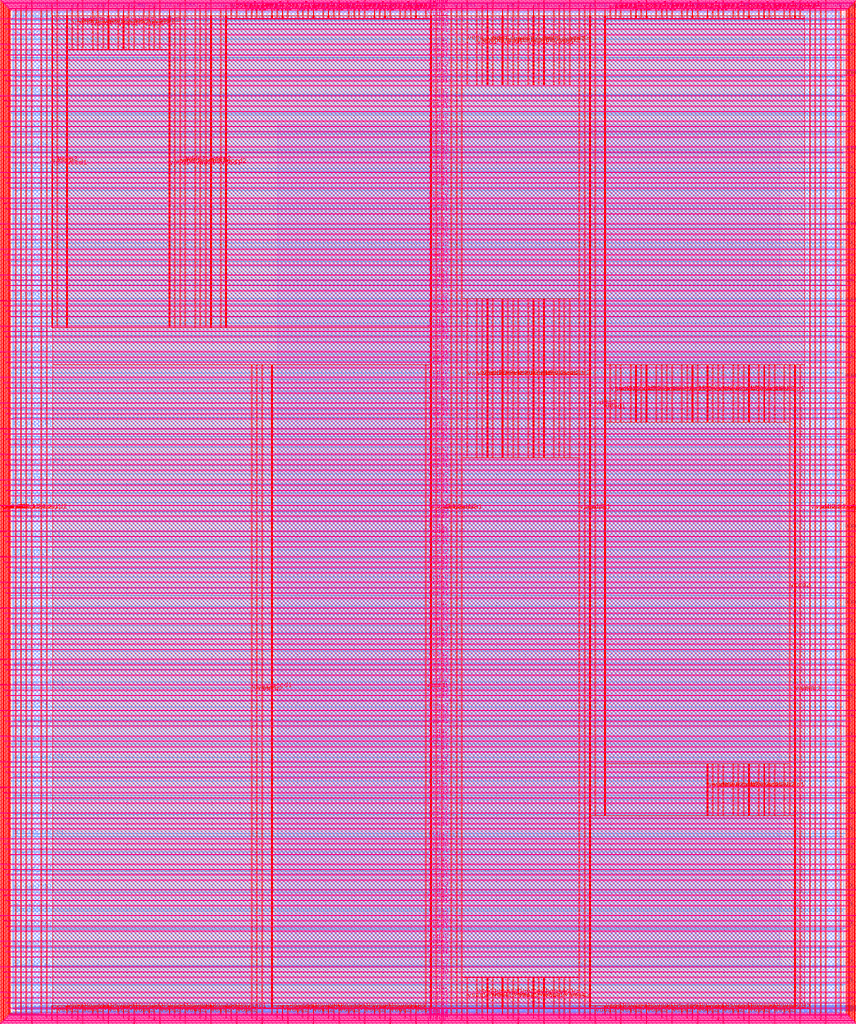
<source format=lef>
VERSION 5.7 ;
  NOWIREEXTENSIONATPIN ON ;
  DIVIDERCHAR "/" ;
  BUSBITCHARS "[]" ;
MACRO user_project_wrapper
  CLASS BLOCK ;
  FOREIGN user_project_wrapper ;
  ORIGIN 0.000 0.000 ;
  SIZE 2920.000 BY 3520.000 ;
  PIN analog_io[0]
    DIRECTION INOUT ;
    USE SIGNAL ;
    PORT
      LAYER met3 ;
        RECT 2917.600 1426.380 2924.800 1427.580 ;
    END
  END analog_io[0]
  PIN analog_io[10]
    DIRECTION INOUT ;
    USE SIGNAL ;
    PORT
      LAYER met2 ;
        RECT 2230.490 3517.600 2231.050 3524.800 ;
    END
  END analog_io[10]
  PIN analog_io[11]
    DIRECTION INOUT ;
    USE SIGNAL ;
    PORT
      LAYER met2 ;
        RECT 1905.730 3517.600 1906.290 3524.800 ;
    END
  END analog_io[11]
  PIN analog_io[12]
    DIRECTION INOUT ;
    USE SIGNAL ;
    PORT
      LAYER met2 ;
        RECT 1581.430 3517.600 1581.990 3524.800 ;
    END
  END analog_io[12]
  PIN analog_io[13]
    DIRECTION INOUT ;
    USE SIGNAL ;
    PORT
      LAYER met2 ;
        RECT 1257.130 3517.600 1257.690 3524.800 ;
    END
  END analog_io[13]
  PIN analog_io[14]
    DIRECTION INOUT ;
    USE SIGNAL ;
    PORT
      LAYER met2 ;
        RECT 932.370 3517.600 932.930 3524.800 ;
    END
  END analog_io[14]
  PIN analog_io[15]
    DIRECTION INOUT ;
    USE SIGNAL ;
    PORT
      LAYER met2 ;
        RECT 608.070 3517.600 608.630 3524.800 ;
    END
  END analog_io[15]
  PIN analog_io[16]
    DIRECTION INOUT ;
    USE SIGNAL ;
    PORT
      LAYER met2 ;
        RECT 283.770 3517.600 284.330 3524.800 ;
    END
  END analog_io[16]
  PIN analog_io[17]
    DIRECTION INOUT ;
    USE SIGNAL ;
    PORT
      LAYER met3 ;
        RECT -4.800 3486.100 2.400 3487.300 ;
    END
  END analog_io[17]
  PIN analog_io[18]
    DIRECTION INOUT ;
    USE SIGNAL ;
    PORT
      LAYER met3 ;
        RECT -4.800 3224.980 2.400 3226.180 ;
    END
  END analog_io[18]
  PIN analog_io[19]
    DIRECTION INOUT ;
    USE SIGNAL ;
    PORT
      LAYER met3 ;
        RECT -4.800 2964.540 2.400 2965.740 ;
    END
  END analog_io[19]
  PIN analog_io[1]
    DIRECTION INOUT ;
    USE SIGNAL ;
    PORT
      LAYER met3 ;
        RECT 2917.600 1692.260 2924.800 1693.460 ;
    END
  END analog_io[1]
  PIN analog_io[20]
    DIRECTION INOUT ;
    USE SIGNAL ;
    PORT
      LAYER met3 ;
        RECT -4.800 2703.420 2.400 2704.620 ;
    END
  END analog_io[20]
  PIN analog_io[21]
    DIRECTION INOUT ;
    USE SIGNAL ;
    PORT
      LAYER met3 ;
        RECT -4.800 2442.980 2.400 2444.180 ;
    END
  END analog_io[21]
  PIN analog_io[22]
    DIRECTION INOUT ;
    USE SIGNAL ;
    PORT
      LAYER met3 ;
        RECT -4.800 2182.540 2.400 2183.740 ;
    END
  END analog_io[22]
  PIN analog_io[23]
    DIRECTION INOUT ;
    USE SIGNAL ;
    PORT
      LAYER met3 ;
        RECT -4.800 1921.420 2.400 1922.620 ;
    END
  END analog_io[23]
  PIN analog_io[24]
    DIRECTION INOUT ;
    USE SIGNAL ;
    PORT
      LAYER met3 ;
        RECT -4.800 1660.980 2.400 1662.180 ;
    END
  END analog_io[24]
  PIN analog_io[25]
    DIRECTION INOUT ;
    USE SIGNAL ;
    PORT
      LAYER met3 ;
        RECT -4.800 1399.860 2.400 1401.060 ;
    END
  END analog_io[25]
  PIN analog_io[26]
    DIRECTION INOUT ;
    USE SIGNAL ;
    PORT
      LAYER met3 ;
        RECT -4.800 1139.420 2.400 1140.620 ;
    END
  END analog_io[26]
  PIN analog_io[27]
    DIRECTION INOUT ;
    USE SIGNAL ;
    PORT
      LAYER met3 ;
        RECT -4.800 878.980 2.400 880.180 ;
    END
  END analog_io[27]
  PIN analog_io[28]
    DIRECTION INOUT ;
    USE SIGNAL ;
    PORT
      LAYER met3 ;
        RECT -4.800 617.860 2.400 619.060 ;
    END
  END analog_io[28]
  PIN analog_io[2]
    DIRECTION INOUT ;
    USE SIGNAL ;
    PORT
      LAYER met3 ;
        RECT 2917.600 1958.140 2924.800 1959.340 ;
    END
  END analog_io[2]
  PIN analog_io[3]
    DIRECTION INOUT ;
    USE SIGNAL ;
    PORT
      LAYER met3 ;
        RECT 2917.600 2223.340 2924.800 2224.540 ;
    END
  END analog_io[3]
  PIN analog_io[4]
    DIRECTION INOUT ;
    USE SIGNAL ;
    PORT
      LAYER met3 ;
        RECT 2917.600 2489.220 2924.800 2490.420 ;
    END
  END analog_io[4]
  PIN analog_io[5]
    DIRECTION INOUT ;
    USE SIGNAL ;
    PORT
      LAYER met3 ;
        RECT 2917.600 2755.100 2924.800 2756.300 ;
    END
  END analog_io[5]
  PIN analog_io[6]
    DIRECTION INOUT ;
    USE SIGNAL ;
    PORT
      LAYER met3 ;
        RECT 2917.600 3020.300 2924.800 3021.500 ;
    END
  END analog_io[6]
  PIN analog_io[7]
    DIRECTION INOUT ;
    USE SIGNAL ;
    PORT
      LAYER met3 ;
        RECT 2917.600 3286.180 2924.800 3287.380 ;
    END
  END analog_io[7]
  PIN analog_io[8]
    DIRECTION INOUT ;
    USE SIGNAL ;
    PORT
      LAYER met2 ;
        RECT 2879.090 3517.600 2879.650 3524.800 ;
    END
  END analog_io[8]
  PIN analog_io[9]
    DIRECTION INOUT ;
    USE SIGNAL ;
    PORT
      LAYER met2 ;
        RECT 2554.790 3517.600 2555.350 3524.800 ;
    END
  END analog_io[9]
  PIN io_in[0]
    DIRECTION INPUT ;
    USE SIGNAL ;
    PORT
      LAYER met3 ;
        RECT 2917.600 32.380 2924.800 33.580 ;
    END
  END io_in[0]
  PIN io_in[10]
    DIRECTION INPUT ;
    USE SIGNAL ;
    PORT
      LAYER met3 ;
        RECT 2917.600 2289.980 2924.800 2291.180 ;
    END
  END io_in[10]
  PIN io_in[11]
    DIRECTION INPUT ;
    USE SIGNAL ;
    PORT
      LAYER met3 ;
        RECT 2917.600 2555.860 2924.800 2557.060 ;
    END
  END io_in[11]
  PIN io_in[12]
    DIRECTION INPUT ;
    USE SIGNAL ;
    PORT
      LAYER met3 ;
        RECT 2917.600 2821.060 2924.800 2822.260 ;
    END
  END io_in[12]
  PIN io_in[13]
    DIRECTION INPUT ;
    USE SIGNAL ;
    PORT
      LAYER met3 ;
        RECT 2917.600 3086.940 2924.800 3088.140 ;
    END
  END io_in[13]
  PIN io_in[14]
    DIRECTION INPUT ;
    USE SIGNAL ;
    PORT
      LAYER met3 ;
        RECT 2917.600 3352.820 2924.800 3354.020 ;
    END
  END io_in[14]
  PIN io_in[15]
    DIRECTION INPUT ;
    USE SIGNAL ;
    PORT
      LAYER met2 ;
        RECT 2798.130 3517.600 2798.690 3524.800 ;
    END
  END io_in[15]
  PIN io_in[16]
    DIRECTION INPUT ;
    USE SIGNAL ;
    PORT
      LAYER met2 ;
        RECT 2473.830 3517.600 2474.390 3524.800 ;
    END
  END io_in[16]
  PIN io_in[17]
    DIRECTION INPUT ;
    USE SIGNAL ;
    PORT
      LAYER met2 ;
        RECT 2149.070 3517.600 2149.630 3524.800 ;
    END
  END io_in[17]
  PIN io_in[18]
    DIRECTION INPUT ;
    USE SIGNAL ;
    PORT
      LAYER met2 ;
        RECT 1824.770 3517.600 1825.330 3524.800 ;
    END
  END io_in[18]
  PIN io_in[19]
    DIRECTION INPUT ;
    USE SIGNAL ;
    PORT
      LAYER met2 ;
        RECT 1500.470 3517.600 1501.030 3524.800 ;
    END
  END io_in[19]
  PIN io_in[1]
    DIRECTION INPUT ;
    USE SIGNAL ;
    PORT
      LAYER met3 ;
        RECT 2917.600 230.940 2924.800 232.140 ;
    END
  END io_in[1]
  PIN io_in[20]
    DIRECTION INPUT ;
    USE SIGNAL ;
    PORT
      LAYER met2 ;
        RECT 1175.710 3517.600 1176.270 3524.800 ;
    END
  END io_in[20]
  PIN io_in[21]
    DIRECTION INPUT ;
    USE SIGNAL ;
    PORT
      LAYER met2 ;
        RECT 851.410 3517.600 851.970 3524.800 ;
    END
  END io_in[21]
  PIN io_in[22]
    DIRECTION INPUT ;
    USE SIGNAL ;
    PORT
      LAYER met2 ;
        RECT 527.110 3517.600 527.670 3524.800 ;
    END
  END io_in[22]
  PIN io_in[23]
    DIRECTION INPUT ;
    USE SIGNAL ;
    PORT
      LAYER met2 ;
        RECT 202.350 3517.600 202.910 3524.800 ;
    END
  END io_in[23]
  PIN io_in[24]
    DIRECTION INPUT ;
    USE SIGNAL ;
    PORT
      LAYER met3 ;
        RECT -4.800 3420.820 2.400 3422.020 ;
    END
  END io_in[24]
  PIN io_in[25]
    DIRECTION INPUT ;
    USE SIGNAL ;
    PORT
      LAYER met3 ;
        RECT -4.800 3159.700 2.400 3160.900 ;
    END
  END io_in[25]
  PIN io_in[26]
    DIRECTION INPUT ;
    USE SIGNAL ;
    PORT
      LAYER met3 ;
        RECT -4.800 2899.260 2.400 2900.460 ;
    END
  END io_in[26]
  PIN io_in[27]
    DIRECTION INPUT ;
    USE SIGNAL ;
    PORT
      LAYER met3 ;
        RECT -4.800 2638.820 2.400 2640.020 ;
    END
  END io_in[27]
  PIN io_in[28]
    DIRECTION INPUT ;
    USE SIGNAL ;
    PORT
      LAYER met3 ;
        RECT -4.800 2377.700 2.400 2378.900 ;
    END
  END io_in[28]
  PIN io_in[29]
    DIRECTION INPUT ;
    USE SIGNAL ;
    PORT
      LAYER met3 ;
        RECT -4.800 2117.260 2.400 2118.460 ;
    END
  END io_in[29]
  PIN io_in[2]
    DIRECTION INPUT ;
    USE SIGNAL ;
    PORT
      LAYER met3 ;
        RECT 2917.600 430.180 2924.800 431.380 ;
    END
  END io_in[2]
  PIN io_in[30]
    DIRECTION INPUT ;
    USE SIGNAL ;
    PORT
      LAYER met3 ;
        RECT -4.800 1856.140 2.400 1857.340 ;
    END
  END io_in[30]
  PIN io_in[31]
    DIRECTION INPUT ;
    USE SIGNAL ;
    PORT
      LAYER met3 ;
        RECT -4.800 1595.700 2.400 1596.900 ;
    END
  END io_in[31]
  PIN io_in[32]
    DIRECTION INPUT ;
    USE SIGNAL ;
    PORT
      LAYER met3 ;
        RECT -4.800 1335.260 2.400 1336.460 ;
    END
  END io_in[32]
  PIN io_in[33]
    DIRECTION INPUT ;
    USE SIGNAL ;
    PORT
      LAYER met3 ;
        RECT -4.800 1074.140 2.400 1075.340 ;
    END
  END io_in[33]
  PIN io_in[34]
    DIRECTION INPUT ;
    USE SIGNAL ;
    PORT
      LAYER met3 ;
        RECT -4.800 813.700 2.400 814.900 ;
    END
  END io_in[34]
  PIN io_in[35]
    DIRECTION INPUT ;
    USE SIGNAL ;
    PORT
      LAYER met3 ;
        RECT -4.800 552.580 2.400 553.780 ;
    END
  END io_in[35]
  PIN io_in[36]
    DIRECTION INPUT ;
    USE SIGNAL ;
    PORT
      LAYER met3 ;
        RECT -4.800 357.420 2.400 358.620 ;
    END
  END io_in[36]
  PIN io_in[37]
    DIRECTION INPUT ;
    USE SIGNAL ;
    PORT
      LAYER met3 ;
        RECT -4.800 161.580 2.400 162.780 ;
    END
  END io_in[37]
  PIN io_in[3]
    DIRECTION INPUT ;
    USE SIGNAL ;
    PORT
      LAYER met3 ;
        RECT 2917.600 629.420 2924.800 630.620 ;
    END
  END io_in[3]
  PIN io_in[4]
    DIRECTION INPUT ;
    USE SIGNAL ;
    PORT
      LAYER met3 ;
        RECT 2917.600 828.660 2924.800 829.860 ;
    END
  END io_in[4]
  PIN io_in[5]
    DIRECTION INPUT ;
    USE SIGNAL ;
    PORT
      LAYER met3 ;
        RECT 2917.600 1027.900 2924.800 1029.100 ;
    END
  END io_in[5]
  PIN io_in[6]
    DIRECTION INPUT ;
    USE SIGNAL ;
    PORT
      LAYER met3 ;
        RECT 2917.600 1227.140 2924.800 1228.340 ;
    END
  END io_in[6]
  PIN io_in[7]
    DIRECTION INPUT ;
    USE SIGNAL ;
    PORT
      LAYER met3 ;
        RECT 2917.600 1493.020 2924.800 1494.220 ;
    END
  END io_in[7]
  PIN io_in[8]
    DIRECTION INPUT ;
    USE SIGNAL ;
    PORT
      LAYER met3 ;
        RECT 2917.600 1758.900 2924.800 1760.100 ;
    END
  END io_in[8]
  PIN io_in[9]
    DIRECTION INPUT ;
    USE SIGNAL ;
    PORT
      LAYER met3 ;
        RECT 2917.600 2024.100 2924.800 2025.300 ;
    END
  END io_in[9]
  PIN io_oeb[0]
    DIRECTION OUTPUT TRISTATE ;
    USE SIGNAL ;
    PORT
      LAYER met3 ;
        RECT 2917.600 164.980 2924.800 166.180 ;
    END
  END io_oeb[0]
  PIN io_oeb[10]
    DIRECTION OUTPUT TRISTATE ;
    USE SIGNAL ;
    PORT
      LAYER met3 ;
        RECT 2917.600 2422.580 2924.800 2423.780 ;
    END
  END io_oeb[10]
  PIN io_oeb[11]
    DIRECTION OUTPUT TRISTATE ;
    USE SIGNAL ;
    PORT
      LAYER met3 ;
        RECT 2917.600 2688.460 2924.800 2689.660 ;
    END
  END io_oeb[11]
  PIN io_oeb[12]
    DIRECTION OUTPUT TRISTATE ;
    USE SIGNAL ;
    PORT
      LAYER met3 ;
        RECT 2917.600 2954.340 2924.800 2955.540 ;
    END
  END io_oeb[12]
  PIN io_oeb[13]
    DIRECTION OUTPUT TRISTATE ;
    USE SIGNAL ;
    PORT
      LAYER met3 ;
        RECT 2917.600 3219.540 2924.800 3220.740 ;
    END
  END io_oeb[13]
  PIN io_oeb[14]
    DIRECTION OUTPUT TRISTATE ;
    USE SIGNAL ;
    PORT
      LAYER met3 ;
        RECT 2917.600 3485.420 2924.800 3486.620 ;
    END
  END io_oeb[14]
  PIN io_oeb[15]
    DIRECTION OUTPUT TRISTATE ;
    USE SIGNAL ;
    PORT
      LAYER met2 ;
        RECT 2635.750 3517.600 2636.310 3524.800 ;
    END
  END io_oeb[15]
  PIN io_oeb[16]
    DIRECTION OUTPUT TRISTATE ;
    USE SIGNAL ;
    PORT
      LAYER met2 ;
        RECT 2311.450 3517.600 2312.010 3524.800 ;
    END
  END io_oeb[16]
  PIN io_oeb[17]
    DIRECTION OUTPUT TRISTATE ;
    USE SIGNAL ;
    PORT
      LAYER met2 ;
        RECT 1987.150 3517.600 1987.710 3524.800 ;
    END
  END io_oeb[17]
  PIN io_oeb[18]
    DIRECTION OUTPUT TRISTATE ;
    USE SIGNAL ;
    PORT
      LAYER met2 ;
        RECT 1662.390 3517.600 1662.950 3524.800 ;
    END
  END io_oeb[18]
  PIN io_oeb[19]
    DIRECTION OUTPUT TRISTATE ;
    USE SIGNAL ;
    PORT
      LAYER met2 ;
        RECT 1338.090 3517.600 1338.650 3524.800 ;
    END
  END io_oeb[19]
  PIN io_oeb[1]
    DIRECTION OUTPUT TRISTATE ;
    USE SIGNAL ;
    PORT
      LAYER met3 ;
        RECT 2917.600 364.220 2924.800 365.420 ;
    END
  END io_oeb[1]
  PIN io_oeb[20]
    DIRECTION OUTPUT TRISTATE ;
    USE SIGNAL ;
    PORT
      LAYER met2 ;
        RECT 1013.790 3517.600 1014.350 3524.800 ;
    END
  END io_oeb[20]
  PIN io_oeb[21]
    DIRECTION OUTPUT TRISTATE ;
    USE SIGNAL ;
    PORT
      LAYER met2 ;
        RECT 689.030 3517.600 689.590 3524.800 ;
    END
  END io_oeb[21]
  PIN io_oeb[22]
    DIRECTION OUTPUT TRISTATE ;
    USE SIGNAL ;
    PORT
      LAYER met2 ;
        RECT 364.730 3517.600 365.290 3524.800 ;
    END
  END io_oeb[22]
  PIN io_oeb[23]
    DIRECTION OUTPUT TRISTATE ;
    USE SIGNAL ;
    PORT
      LAYER met2 ;
        RECT 40.430 3517.600 40.990 3524.800 ;
    END
  END io_oeb[23]
  PIN io_oeb[24]
    DIRECTION OUTPUT TRISTATE ;
    USE SIGNAL ;
    PORT
      LAYER met3 ;
        RECT -4.800 3290.260 2.400 3291.460 ;
    END
  END io_oeb[24]
  PIN io_oeb[25]
    DIRECTION OUTPUT TRISTATE ;
    USE SIGNAL ;
    PORT
      LAYER met3 ;
        RECT -4.800 3029.820 2.400 3031.020 ;
    END
  END io_oeb[25]
  PIN io_oeb[26]
    DIRECTION OUTPUT TRISTATE ;
    USE SIGNAL ;
    PORT
      LAYER met3 ;
        RECT -4.800 2768.700 2.400 2769.900 ;
    END
  END io_oeb[26]
  PIN io_oeb[27]
    DIRECTION OUTPUT TRISTATE ;
    USE SIGNAL ;
    PORT
      LAYER met3 ;
        RECT -4.800 2508.260 2.400 2509.460 ;
    END
  END io_oeb[27]
  PIN io_oeb[28]
    DIRECTION OUTPUT TRISTATE ;
    USE SIGNAL ;
    PORT
      LAYER met3 ;
        RECT -4.800 2247.140 2.400 2248.340 ;
    END
  END io_oeb[28]
  PIN io_oeb[29]
    DIRECTION OUTPUT TRISTATE ;
    USE SIGNAL ;
    PORT
      LAYER met3 ;
        RECT -4.800 1986.700 2.400 1987.900 ;
    END
  END io_oeb[29]
  PIN io_oeb[2]
    DIRECTION OUTPUT TRISTATE ;
    USE SIGNAL ;
    PORT
      LAYER met3 ;
        RECT 2917.600 563.460 2924.800 564.660 ;
    END
  END io_oeb[2]
  PIN io_oeb[30]
    DIRECTION OUTPUT TRISTATE ;
    USE SIGNAL ;
    PORT
      LAYER met3 ;
        RECT -4.800 1726.260 2.400 1727.460 ;
    END
  END io_oeb[30]
  PIN io_oeb[31]
    DIRECTION OUTPUT TRISTATE ;
    USE SIGNAL ;
    PORT
      LAYER met3 ;
        RECT -4.800 1465.140 2.400 1466.340 ;
    END
  END io_oeb[31]
  PIN io_oeb[32]
    DIRECTION OUTPUT TRISTATE ;
    USE SIGNAL ;
    PORT
      LAYER met3 ;
        RECT -4.800 1204.700 2.400 1205.900 ;
    END
  END io_oeb[32]
  PIN io_oeb[33]
    DIRECTION OUTPUT TRISTATE ;
    USE SIGNAL ;
    PORT
      LAYER met3 ;
        RECT -4.800 943.580 2.400 944.780 ;
    END
  END io_oeb[33]
  PIN io_oeb[34]
    DIRECTION OUTPUT TRISTATE ;
    USE SIGNAL ;
    PORT
      LAYER met3 ;
        RECT -4.800 683.140 2.400 684.340 ;
    END
  END io_oeb[34]
  PIN io_oeb[35]
    DIRECTION OUTPUT TRISTATE ;
    USE SIGNAL ;
    PORT
      LAYER met3 ;
        RECT -4.800 422.700 2.400 423.900 ;
    END
  END io_oeb[35]
  PIN io_oeb[36]
    DIRECTION OUTPUT TRISTATE ;
    USE SIGNAL ;
    PORT
      LAYER met3 ;
        RECT -4.800 226.860 2.400 228.060 ;
    END
  END io_oeb[36]
  PIN io_oeb[37]
    DIRECTION OUTPUT TRISTATE ;
    USE SIGNAL ;
    PORT
      LAYER met3 ;
        RECT -4.800 31.700 2.400 32.900 ;
    END
  END io_oeb[37]
  PIN io_oeb[3]
    DIRECTION OUTPUT TRISTATE ;
    USE SIGNAL ;
    PORT
      LAYER met3 ;
        RECT 2917.600 762.700 2924.800 763.900 ;
    END
  END io_oeb[3]
  PIN io_oeb[4]
    DIRECTION OUTPUT TRISTATE ;
    USE SIGNAL ;
    PORT
      LAYER met3 ;
        RECT 2917.600 961.940 2924.800 963.140 ;
    END
  END io_oeb[4]
  PIN io_oeb[5]
    DIRECTION OUTPUT TRISTATE ;
    USE SIGNAL ;
    PORT
      LAYER met3 ;
        RECT 2917.600 1161.180 2924.800 1162.380 ;
    END
  END io_oeb[5]
  PIN io_oeb[6]
    DIRECTION OUTPUT TRISTATE ;
    USE SIGNAL ;
    PORT
      LAYER met3 ;
        RECT 2917.600 1360.420 2924.800 1361.620 ;
    END
  END io_oeb[6]
  PIN io_oeb[7]
    DIRECTION OUTPUT TRISTATE ;
    USE SIGNAL ;
    PORT
      LAYER met3 ;
        RECT 2917.600 1625.620 2924.800 1626.820 ;
    END
  END io_oeb[7]
  PIN io_oeb[8]
    DIRECTION OUTPUT TRISTATE ;
    USE SIGNAL ;
    PORT
      LAYER met3 ;
        RECT 2917.600 1891.500 2924.800 1892.700 ;
    END
  END io_oeb[8]
  PIN io_oeb[9]
    DIRECTION OUTPUT TRISTATE ;
    USE SIGNAL ;
    PORT
      LAYER met3 ;
        RECT 2917.600 2157.380 2924.800 2158.580 ;
    END
  END io_oeb[9]
  PIN io_out[0]
    DIRECTION OUTPUT TRISTATE ;
    USE SIGNAL ;
    PORT
      LAYER met3 ;
        RECT 2917.600 98.340 2924.800 99.540 ;
    END
  END io_out[0]
  PIN io_out[10]
    DIRECTION OUTPUT TRISTATE ;
    USE SIGNAL ;
    PORT
      LAYER met3 ;
        RECT 2917.600 2356.620 2924.800 2357.820 ;
    END
  END io_out[10]
  PIN io_out[11]
    DIRECTION OUTPUT TRISTATE ;
    USE SIGNAL ;
    PORT
      LAYER met3 ;
        RECT 2917.600 2621.820 2924.800 2623.020 ;
    END
  END io_out[11]
  PIN io_out[12]
    DIRECTION OUTPUT TRISTATE ;
    USE SIGNAL ;
    PORT
      LAYER met3 ;
        RECT 2917.600 2887.700 2924.800 2888.900 ;
    END
  END io_out[12]
  PIN io_out[13]
    DIRECTION OUTPUT TRISTATE ;
    USE SIGNAL ;
    PORT
      LAYER met3 ;
        RECT 2917.600 3153.580 2924.800 3154.780 ;
    END
  END io_out[13]
  PIN io_out[14]
    DIRECTION OUTPUT TRISTATE ;
    USE SIGNAL ;
    PORT
      LAYER met3 ;
        RECT 2917.600 3418.780 2924.800 3419.980 ;
    END
  END io_out[14]
  PIN io_out[15]
    DIRECTION OUTPUT TRISTATE ;
    USE SIGNAL ;
    PORT
      LAYER met2 ;
        RECT 2717.170 3517.600 2717.730 3524.800 ;
    END
  END io_out[15]
  PIN io_out[16]
    DIRECTION OUTPUT TRISTATE ;
    USE SIGNAL ;
    PORT
      LAYER met2 ;
        RECT 2392.410 3517.600 2392.970 3524.800 ;
    END
  END io_out[16]
  PIN io_out[17]
    DIRECTION OUTPUT TRISTATE ;
    USE SIGNAL ;
    PORT
      LAYER met2 ;
        RECT 2068.110 3517.600 2068.670 3524.800 ;
    END
  END io_out[17]
  PIN io_out[18]
    DIRECTION OUTPUT TRISTATE ;
    USE SIGNAL ;
    PORT
      LAYER met2 ;
        RECT 1743.810 3517.600 1744.370 3524.800 ;
    END
  END io_out[18]
  PIN io_out[19]
    DIRECTION OUTPUT TRISTATE ;
    USE SIGNAL ;
    PORT
      LAYER met2 ;
        RECT 1419.050 3517.600 1419.610 3524.800 ;
    END
  END io_out[19]
  PIN io_out[1]
    DIRECTION OUTPUT TRISTATE ;
    USE SIGNAL ;
    PORT
      LAYER met3 ;
        RECT 2917.600 297.580 2924.800 298.780 ;
    END
  END io_out[1]
  PIN io_out[20]
    DIRECTION OUTPUT TRISTATE ;
    USE SIGNAL ;
    PORT
      LAYER met2 ;
        RECT 1094.750 3517.600 1095.310 3524.800 ;
    END
  END io_out[20]
  PIN io_out[21]
    DIRECTION OUTPUT TRISTATE ;
    USE SIGNAL ;
    PORT
      LAYER met2 ;
        RECT 770.450 3517.600 771.010 3524.800 ;
    END
  END io_out[21]
  PIN io_out[22]
    DIRECTION OUTPUT TRISTATE ;
    USE SIGNAL ;
    PORT
      LAYER met2 ;
        RECT 445.690 3517.600 446.250 3524.800 ;
    END
  END io_out[22]
  PIN io_out[23]
    DIRECTION OUTPUT TRISTATE ;
    USE SIGNAL ;
    PORT
      LAYER met2 ;
        RECT 121.390 3517.600 121.950 3524.800 ;
    END
  END io_out[23]
  PIN io_out[24]
    DIRECTION OUTPUT TRISTATE ;
    USE SIGNAL ;
    PORT
      LAYER met3 ;
        RECT -4.800 3355.540 2.400 3356.740 ;
    END
  END io_out[24]
  PIN io_out[25]
    DIRECTION OUTPUT TRISTATE ;
    USE SIGNAL ;
    PORT
      LAYER met3 ;
        RECT -4.800 3095.100 2.400 3096.300 ;
    END
  END io_out[25]
  PIN io_out[26]
    DIRECTION OUTPUT TRISTATE ;
    USE SIGNAL ;
    PORT
      LAYER met3 ;
        RECT -4.800 2833.980 2.400 2835.180 ;
    END
  END io_out[26]
  PIN io_out[27]
    DIRECTION OUTPUT TRISTATE ;
    USE SIGNAL ;
    PORT
      LAYER met3 ;
        RECT -4.800 2573.540 2.400 2574.740 ;
    END
  END io_out[27]
  PIN io_out[28]
    DIRECTION OUTPUT TRISTATE ;
    USE SIGNAL ;
    PORT
      LAYER met3 ;
        RECT -4.800 2312.420 2.400 2313.620 ;
    END
  END io_out[28]
  PIN io_out[29]
    DIRECTION OUTPUT TRISTATE ;
    USE SIGNAL ;
    PORT
      LAYER met3 ;
        RECT -4.800 2051.980 2.400 2053.180 ;
    END
  END io_out[29]
  PIN io_out[2]
    DIRECTION OUTPUT TRISTATE ;
    USE SIGNAL ;
    PORT
      LAYER met3 ;
        RECT 2917.600 496.820 2924.800 498.020 ;
    END
  END io_out[2]
  PIN io_out[30]
    DIRECTION OUTPUT TRISTATE ;
    USE SIGNAL ;
    PORT
      LAYER met3 ;
        RECT -4.800 1791.540 2.400 1792.740 ;
    END
  END io_out[30]
  PIN io_out[31]
    DIRECTION OUTPUT TRISTATE ;
    USE SIGNAL ;
    PORT
      LAYER met3 ;
        RECT -4.800 1530.420 2.400 1531.620 ;
    END
  END io_out[31]
  PIN io_out[32]
    DIRECTION OUTPUT TRISTATE ;
    USE SIGNAL ;
    PORT
      LAYER met3 ;
        RECT -4.800 1269.980 2.400 1271.180 ;
    END
  END io_out[32]
  PIN io_out[33]
    DIRECTION OUTPUT TRISTATE ;
    USE SIGNAL ;
    PORT
      LAYER met3 ;
        RECT -4.800 1008.860 2.400 1010.060 ;
    END
  END io_out[33]
  PIN io_out[34]
    DIRECTION OUTPUT TRISTATE ;
    USE SIGNAL ;
    PORT
      LAYER met3 ;
        RECT -4.800 748.420 2.400 749.620 ;
    END
  END io_out[34]
  PIN io_out[35]
    DIRECTION OUTPUT TRISTATE ;
    USE SIGNAL ;
    PORT
      LAYER met3 ;
        RECT -4.800 487.300 2.400 488.500 ;
    END
  END io_out[35]
  PIN io_out[36]
    DIRECTION OUTPUT TRISTATE ;
    USE SIGNAL ;
    PORT
      LAYER met3 ;
        RECT -4.800 292.140 2.400 293.340 ;
    END
  END io_out[36]
  PIN io_out[37]
    DIRECTION OUTPUT TRISTATE ;
    USE SIGNAL ;
    PORT
      LAYER met3 ;
        RECT -4.800 96.300 2.400 97.500 ;
    END
  END io_out[37]
  PIN io_out[3]
    DIRECTION OUTPUT TRISTATE ;
    USE SIGNAL ;
    PORT
      LAYER met3 ;
        RECT 2917.600 696.060 2924.800 697.260 ;
    END
  END io_out[3]
  PIN io_out[4]
    DIRECTION OUTPUT TRISTATE ;
    USE SIGNAL ;
    PORT
      LAYER met3 ;
        RECT 2917.600 895.300 2924.800 896.500 ;
    END
  END io_out[4]
  PIN io_out[5]
    DIRECTION OUTPUT TRISTATE ;
    USE SIGNAL ;
    PORT
      LAYER met3 ;
        RECT 2917.600 1094.540 2924.800 1095.740 ;
    END
  END io_out[5]
  PIN io_out[6]
    DIRECTION OUTPUT TRISTATE ;
    USE SIGNAL ;
    PORT
      LAYER met3 ;
        RECT 2917.600 1293.780 2924.800 1294.980 ;
    END
  END io_out[6]
  PIN io_out[7]
    DIRECTION OUTPUT TRISTATE ;
    USE SIGNAL ;
    PORT
      LAYER met3 ;
        RECT 2917.600 1559.660 2924.800 1560.860 ;
    END
  END io_out[7]
  PIN io_out[8]
    DIRECTION OUTPUT TRISTATE ;
    USE SIGNAL ;
    PORT
      LAYER met3 ;
        RECT 2917.600 1824.860 2924.800 1826.060 ;
    END
  END io_out[8]
  PIN io_out[9]
    DIRECTION OUTPUT TRISTATE ;
    USE SIGNAL ;
    PORT
      LAYER met3 ;
        RECT 2917.600 2090.740 2924.800 2091.940 ;
    END
  END io_out[9]
  PIN la_data_in[0]
    DIRECTION INPUT ;
    USE SIGNAL ;
    PORT
      LAYER met2 ;
        RECT 629.230 -4.800 629.790 2.400 ;
    END
  END la_data_in[0]
  PIN la_data_in[100]
    DIRECTION INPUT ;
    USE SIGNAL ;
    PORT
      LAYER met2 ;
        RECT 2402.530 -4.800 2403.090 2.400 ;
    END
  END la_data_in[100]
  PIN la_data_in[101]
    DIRECTION INPUT ;
    USE SIGNAL ;
    PORT
      LAYER met2 ;
        RECT 2420.010 -4.800 2420.570 2.400 ;
    END
  END la_data_in[101]
  PIN la_data_in[102]
    DIRECTION INPUT ;
    USE SIGNAL ;
    PORT
      LAYER met2 ;
        RECT 2437.950 -4.800 2438.510 2.400 ;
    END
  END la_data_in[102]
  PIN la_data_in[103]
    DIRECTION INPUT ;
    USE SIGNAL ;
    PORT
      LAYER met2 ;
        RECT 2455.430 -4.800 2455.990 2.400 ;
    END
  END la_data_in[103]
  PIN la_data_in[104]
    DIRECTION INPUT ;
    USE SIGNAL ;
    PORT
      LAYER met2 ;
        RECT 2473.370 -4.800 2473.930 2.400 ;
    END
  END la_data_in[104]
  PIN la_data_in[105]
    DIRECTION INPUT ;
    USE SIGNAL ;
    PORT
      LAYER met2 ;
        RECT 2490.850 -4.800 2491.410 2.400 ;
    END
  END la_data_in[105]
  PIN la_data_in[106]
    DIRECTION INPUT ;
    USE SIGNAL ;
    PORT
      LAYER met2 ;
        RECT 2508.790 -4.800 2509.350 2.400 ;
    END
  END la_data_in[106]
  PIN la_data_in[107]
    DIRECTION INPUT ;
    USE SIGNAL ;
    PORT
      LAYER met2 ;
        RECT 2526.730 -4.800 2527.290 2.400 ;
    END
  END la_data_in[107]
  PIN la_data_in[108]
    DIRECTION INPUT ;
    USE SIGNAL ;
    PORT
      LAYER met2 ;
        RECT 2544.210 -4.800 2544.770 2.400 ;
    END
  END la_data_in[108]
  PIN la_data_in[109]
    DIRECTION INPUT ;
    USE SIGNAL ;
    PORT
      LAYER met2 ;
        RECT 2562.150 -4.800 2562.710 2.400 ;
    END
  END la_data_in[109]
  PIN la_data_in[10]
    DIRECTION INPUT ;
    USE SIGNAL ;
    PORT
      LAYER met2 ;
        RECT 806.330 -4.800 806.890 2.400 ;
    END
  END la_data_in[10]
  PIN la_data_in[110]
    DIRECTION INPUT ;
    USE SIGNAL ;
    PORT
      LAYER met2 ;
        RECT 2579.630 -4.800 2580.190 2.400 ;
    END
  END la_data_in[110]
  PIN la_data_in[111]
    DIRECTION INPUT ;
    USE SIGNAL ;
    PORT
      LAYER met2 ;
        RECT 2597.570 -4.800 2598.130 2.400 ;
    END
  END la_data_in[111]
  PIN la_data_in[112]
    DIRECTION INPUT ;
    USE SIGNAL ;
    PORT
      LAYER met2 ;
        RECT 2615.050 -4.800 2615.610 2.400 ;
    END
  END la_data_in[112]
  PIN la_data_in[113]
    DIRECTION INPUT ;
    USE SIGNAL ;
    PORT
      LAYER met2 ;
        RECT 2632.990 -4.800 2633.550 2.400 ;
    END
  END la_data_in[113]
  PIN la_data_in[114]
    DIRECTION INPUT ;
    USE SIGNAL ;
    PORT
      LAYER met2 ;
        RECT 2650.470 -4.800 2651.030 2.400 ;
    END
  END la_data_in[114]
  PIN la_data_in[115]
    DIRECTION INPUT ;
    USE SIGNAL ;
    PORT
      LAYER met2 ;
        RECT 2668.410 -4.800 2668.970 2.400 ;
    END
  END la_data_in[115]
  PIN la_data_in[116]
    DIRECTION INPUT ;
    USE SIGNAL ;
    PORT
      LAYER met2 ;
        RECT 2685.890 -4.800 2686.450 2.400 ;
    END
  END la_data_in[116]
  PIN la_data_in[117]
    DIRECTION INPUT ;
    USE SIGNAL ;
    PORT
      LAYER met2 ;
        RECT 2703.830 -4.800 2704.390 2.400 ;
    END
  END la_data_in[117]
  PIN la_data_in[118]
    DIRECTION INPUT ;
    USE SIGNAL ;
    PORT
      LAYER met2 ;
        RECT 2721.770 -4.800 2722.330 2.400 ;
    END
  END la_data_in[118]
  PIN la_data_in[119]
    DIRECTION INPUT ;
    USE SIGNAL ;
    PORT
      LAYER met2 ;
        RECT 2739.250 -4.800 2739.810 2.400 ;
    END
  END la_data_in[119]
  PIN la_data_in[11]
    DIRECTION INPUT ;
    USE SIGNAL ;
    PORT
      LAYER met2 ;
        RECT 824.270 -4.800 824.830 2.400 ;
    END
  END la_data_in[11]
  PIN la_data_in[120]
    DIRECTION INPUT ;
    USE SIGNAL ;
    PORT
      LAYER met2 ;
        RECT 2757.190 -4.800 2757.750 2.400 ;
    END
  END la_data_in[120]
  PIN la_data_in[121]
    DIRECTION INPUT ;
    USE SIGNAL ;
    PORT
      LAYER met2 ;
        RECT 2774.670 -4.800 2775.230 2.400 ;
    END
  END la_data_in[121]
  PIN la_data_in[122]
    DIRECTION INPUT ;
    USE SIGNAL ;
    PORT
      LAYER met2 ;
        RECT 2792.610 -4.800 2793.170 2.400 ;
    END
  END la_data_in[122]
  PIN la_data_in[123]
    DIRECTION INPUT ;
    USE SIGNAL ;
    PORT
      LAYER met2 ;
        RECT 2810.090 -4.800 2810.650 2.400 ;
    END
  END la_data_in[123]
  PIN la_data_in[124]
    DIRECTION INPUT ;
    USE SIGNAL ;
    PORT
      LAYER met2 ;
        RECT 2828.030 -4.800 2828.590 2.400 ;
    END
  END la_data_in[124]
  PIN la_data_in[125]
    DIRECTION INPUT ;
    USE SIGNAL ;
    PORT
      LAYER met2 ;
        RECT 2845.510 -4.800 2846.070 2.400 ;
    END
  END la_data_in[125]
  PIN la_data_in[126]
    DIRECTION INPUT ;
    USE SIGNAL ;
    PORT
      LAYER met2 ;
        RECT 2863.450 -4.800 2864.010 2.400 ;
    END
  END la_data_in[126]
  PIN la_data_in[127]
    DIRECTION INPUT ;
    USE SIGNAL ;
    PORT
      LAYER met2 ;
        RECT 2881.390 -4.800 2881.950 2.400 ;
    END
  END la_data_in[127]
  PIN la_data_in[12]
    DIRECTION INPUT ;
    USE SIGNAL ;
    PORT
      LAYER met2 ;
        RECT 841.750 -4.800 842.310 2.400 ;
    END
  END la_data_in[12]
  PIN la_data_in[13]
    DIRECTION INPUT ;
    USE SIGNAL ;
    PORT
      LAYER met2 ;
        RECT 859.690 -4.800 860.250 2.400 ;
    END
  END la_data_in[13]
  PIN la_data_in[14]
    DIRECTION INPUT ;
    USE SIGNAL ;
    PORT
      LAYER met2 ;
        RECT 877.170 -4.800 877.730 2.400 ;
    END
  END la_data_in[14]
  PIN la_data_in[15]
    DIRECTION INPUT ;
    USE SIGNAL ;
    PORT
      LAYER met2 ;
        RECT 895.110 -4.800 895.670 2.400 ;
    END
  END la_data_in[15]
  PIN la_data_in[16]
    DIRECTION INPUT ;
    USE SIGNAL ;
    PORT
      LAYER met2 ;
        RECT 912.590 -4.800 913.150 2.400 ;
    END
  END la_data_in[16]
  PIN la_data_in[17]
    DIRECTION INPUT ;
    USE SIGNAL ;
    PORT
      LAYER met2 ;
        RECT 930.530 -4.800 931.090 2.400 ;
    END
  END la_data_in[17]
  PIN la_data_in[18]
    DIRECTION INPUT ;
    USE SIGNAL ;
    PORT
      LAYER met2 ;
        RECT 948.470 -4.800 949.030 2.400 ;
    END
  END la_data_in[18]
  PIN la_data_in[19]
    DIRECTION INPUT ;
    USE SIGNAL ;
    PORT
      LAYER met2 ;
        RECT 965.950 -4.800 966.510 2.400 ;
    END
  END la_data_in[19]
  PIN la_data_in[1]
    DIRECTION INPUT ;
    USE SIGNAL ;
    PORT
      LAYER met2 ;
        RECT 646.710 -4.800 647.270 2.400 ;
    END
  END la_data_in[1]
  PIN la_data_in[20]
    DIRECTION INPUT ;
    USE SIGNAL ;
    PORT
      LAYER met2 ;
        RECT 983.890 -4.800 984.450 2.400 ;
    END
  END la_data_in[20]
  PIN la_data_in[21]
    DIRECTION INPUT ;
    USE SIGNAL ;
    PORT
      LAYER met2 ;
        RECT 1001.370 -4.800 1001.930 2.400 ;
    END
  END la_data_in[21]
  PIN la_data_in[22]
    DIRECTION INPUT ;
    USE SIGNAL ;
    PORT
      LAYER met2 ;
        RECT 1019.310 -4.800 1019.870 2.400 ;
    END
  END la_data_in[22]
  PIN la_data_in[23]
    DIRECTION INPUT ;
    USE SIGNAL ;
    PORT
      LAYER met2 ;
        RECT 1036.790 -4.800 1037.350 2.400 ;
    END
  END la_data_in[23]
  PIN la_data_in[24]
    DIRECTION INPUT ;
    USE SIGNAL ;
    PORT
      LAYER met2 ;
        RECT 1054.730 -4.800 1055.290 2.400 ;
    END
  END la_data_in[24]
  PIN la_data_in[25]
    DIRECTION INPUT ;
    USE SIGNAL ;
    PORT
      LAYER met2 ;
        RECT 1072.210 -4.800 1072.770 2.400 ;
    END
  END la_data_in[25]
  PIN la_data_in[26]
    DIRECTION INPUT ;
    USE SIGNAL ;
    PORT
      LAYER met2 ;
        RECT 1090.150 -4.800 1090.710 2.400 ;
    END
  END la_data_in[26]
  PIN la_data_in[27]
    DIRECTION INPUT ;
    USE SIGNAL ;
    PORT
      LAYER met2 ;
        RECT 1107.630 -4.800 1108.190 2.400 ;
    END
  END la_data_in[27]
  PIN la_data_in[28]
    DIRECTION INPUT ;
    USE SIGNAL ;
    PORT
      LAYER met2 ;
        RECT 1125.570 -4.800 1126.130 2.400 ;
    END
  END la_data_in[28]
  PIN la_data_in[29]
    DIRECTION INPUT ;
    USE SIGNAL ;
    PORT
      LAYER met2 ;
        RECT 1143.510 -4.800 1144.070 2.400 ;
    END
  END la_data_in[29]
  PIN la_data_in[2]
    DIRECTION INPUT ;
    USE SIGNAL ;
    PORT
      LAYER met2 ;
        RECT 664.650 -4.800 665.210 2.400 ;
    END
  END la_data_in[2]
  PIN la_data_in[30]
    DIRECTION INPUT ;
    USE SIGNAL ;
    PORT
      LAYER met2 ;
        RECT 1160.990 -4.800 1161.550 2.400 ;
    END
  END la_data_in[30]
  PIN la_data_in[31]
    DIRECTION INPUT ;
    USE SIGNAL ;
    PORT
      LAYER met2 ;
        RECT 1178.930 -4.800 1179.490 2.400 ;
    END
  END la_data_in[31]
  PIN la_data_in[32]
    DIRECTION INPUT ;
    USE SIGNAL ;
    PORT
      LAYER met2 ;
        RECT 1196.410 -4.800 1196.970 2.400 ;
    END
  END la_data_in[32]
  PIN la_data_in[33]
    DIRECTION INPUT ;
    USE SIGNAL ;
    PORT
      LAYER met2 ;
        RECT 1214.350 -4.800 1214.910 2.400 ;
    END
  END la_data_in[33]
  PIN la_data_in[34]
    DIRECTION INPUT ;
    USE SIGNAL ;
    PORT
      LAYER met2 ;
        RECT 1231.830 -4.800 1232.390 2.400 ;
    END
  END la_data_in[34]
  PIN la_data_in[35]
    DIRECTION INPUT ;
    USE SIGNAL ;
    PORT
      LAYER met2 ;
        RECT 1249.770 -4.800 1250.330 2.400 ;
    END
  END la_data_in[35]
  PIN la_data_in[36]
    DIRECTION INPUT ;
    USE SIGNAL ;
    PORT
      LAYER met2 ;
        RECT 1267.250 -4.800 1267.810 2.400 ;
    END
  END la_data_in[36]
  PIN la_data_in[37]
    DIRECTION INPUT ;
    USE SIGNAL ;
    PORT
      LAYER met2 ;
        RECT 1285.190 -4.800 1285.750 2.400 ;
    END
  END la_data_in[37]
  PIN la_data_in[38]
    DIRECTION INPUT ;
    USE SIGNAL ;
    PORT
      LAYER met2 ;
        RECT 1303.130 -4.800 1303.690 2.400 ;
    END
  END la_data_in[38]
  PIN la_data_in[39]
    DIRECTION INPUT ;
    USE SIGNAL ;
    PORT
      LAYER met2 ;
        RECT 1320.610 -4.800 1321.170 2.400 ;
    END
  END la_data_in[39]
  PIN la_data_in[3]
    DIRECTION INPUT ;
    USE SIGNAL ;
    PORT
      LAYER met2 ;
        RECT 682.130 -4.800 682.690 2.400 ;
    END
  END la_data_in[3]
  PIN la_data_in[40]
    DIRECTION INPUT ;
    USE SIGNAL ;
    PORT
      LAYER met2 ;
        RECT 1338.550 -4.800 1339.110 2.400 ;
    END
  END la_data_in[40]
  PIN la_data_in[41]
    DIRECTION INPUT ;
    USE SIGNAL ;
    PORT
      LAYER met2 ;
        RECT 1356.030 -4.800 1356.590 2.400 ;
    END
  END la_data_in[41]
  PIN la_data_in[42]
    DIRECTION INPUT ;
    USE SIGNAL ;
    PORT
      LAYER met2 ;
        RECT 1373.970 -4.800 1374.530 2.400 ;
    END
  END la_data_in[42]
  PIN la_data_in[43]
    DIRECTION INPUT ;
    USE SIGNAL ;
    PORT
      LAYER met2 ;
        RECT 1391.450 -4.800 1392.010 2.400 ;
    END
  END la_data_in[43]
  PIN la_data_in[44]
    DIRECTION INPUT ;
    USE SIGNAL ;
    PORT
      LAYER met2 ;
        RECT 1409.390 -4.800 1409.950 2.400 ;
    END
  END la_data_in[44]
  PIN la_data_in[45]
    DIRECTION INPUT ;
    USE SIGNAL ;
    PORT
      LAYER met2 ;
        RECT 1426.870 -4.800 1427.430 2.400 ;
    END
  END la_data_in[45]
  PIN la_data_in[46]
    DIRECTION INPUT ;
    USE SIGNAL ;
    PORT
      LAYER met2 ;
        RECT 1444.810 -4.800 1445.370 2.400 ;
    END
  END la_data_in[46]
  PIN la_data_in[47]
    DIRECTION INPUT ;
    USE SIGNAL ;
    PORT
      LAYER met2 ;
        RECT 1462.750 -4.800 1463.310 2.400 ;
    END
  END la_data_in[47]
  PIN la_data_in[48]
    DIRECTION INPUT ;
    USE SIGNAL ;
    PORT
      LAYER met2 ;
        RECT 1480.230 -4.800 1480.790 2.400 ;
    END
  END la_data_in[48]
  PIN la_data_in[49]
    DIRECTION INPUT ;
    USE SIGNAL ;
    PORT
      LAYER met2 ;
        RECT 1498.170 -4.800 1498.730 2.400 ;
    END
  END la_data_in[49]
  PIN la_data_in[4]
    DIRECTION INPUT ;
    USE SIGNAL ;
    PORT
      LAYER met2 ;
        RECT 700.070 -4.800 700.630 2.400 ;
    END
  END la_data_in[4]
  PIN la_data_in[50]
    DIRECTION INPUT ;
    USE SIGNAL ;
    PORT
      LAYER met2 ;
        RECT 1515.650 -4.800 1516.210 2.400 ;
    END
  END la_data_in[50]
  PIN la_data_in[51]
    DIRECTION INPUT ;
    USE SIGNAL ;
    PORT
      LAYER met2 ;
        RECT 1533.590 -4.800 1534.150 2.400 ;
    END
  END la_data_in[51]
  PIN la_data_in[52]
    DIRECTION INPUT ;
    USE SIGNAL ;
    PORT
      LAYER met2 ;
        RECT 1551.070 -4.800 1551.630 2.400 ;
    END
  END la_data_in[52]
  PIN la_data_in[53]
    DIRECTION INPUT ;
    USE SIGNAL ;
    PORT
      LAYER met2 ;
        RECT 1569.010 -4.800 1569.570 2.400 ;
    END
  END la_data_in[53]
  PIN la_data_in[54]
    DIRECTION INPUT ;
    USE SIGNAL ;
    PORT
      LAYER met2 ;
        RECT 1586.490 -4.800 1587.050 2.400 ;
    END
  END la_data_in[54]
  PIN la_data_in[55]
    DIRECTION INPUT ;
    USE SIGNAL ;
    PORT
      LAYER met2 ;
        RECT 1604.430 -4.800 1604.990 2.400 ;
    END
  END la_data_in[55]
  PIN la_data_in[56]
    DIRECTION INPUT ;
    USE SIGNAL ;
    PORT
      LAYER met2 ;
        RECT 1621.910 -4.800 1622.470 2.400 ;
    END
  END la_data_in[56]
  PIN la_data_in[57]
    DIRECTION INPUT ;
    USE SIGNAL ;
    PORT
      LAYER met2 ;
        RECT 1639.850 -4.800 1640.410 2.400 ;
    END
  END la_data_in[57]
  PIN la_data_in[58]
    DIRECTION INPUT ;
    USE SIGNAL ;
    PORT
      LAYER met2 ;
        RECT 1657.790 -4.800 1658.350 2.400 ;
    END
  END la_data_in[58]
  PIN la_data_in[59]
    DIRECTION INPUT ;
    USE SIGNAL ;
    PORT
      LAYER met2 ;
        RECT 1675.270 -4.800 1675.830 2.400 ;
    END
  END la_data_in[59]
  PIN la_data_in[5]
    DIRECTION INPUT ;
    USE SIGNAL ;
    PORT
      LAYER met2 ;
        RECT 717.550 -4.800 718.110 2.400 ;
    END
  END la_data_in[5]
  PIN la_data_in[60]
    DIRECTION INPUT ;
    USE SIGNAL ;
    PORT
      LAYER met2 ;
        RECT 1693.210 -4.800 1693.770 2.400 ;
    END
  END la_data_in[60]
  PIN la_data_in[61]
    DIRECTION INPUT ;
    USE SIGNAL ;
    PORT
      LAYER met2 ;
        RECT 1710.690 -4.800 1711.250 2.400 ;
    END
  END la_data_in[61]
  PIN la_data_in[62]
    DIRECTION INPUT ;
    USE SIGNAL ;
    PORT
      LAYER met2 ;
        RECT 1728.630 -4.800 1729.190 2.400 ;
    END
  END la_data_in[62]
  PIN la_data_in[63]
    DIRECTION INPUT ;
    USE SIGNAL ;
    PORT
      LAYER met2 ;
        RECT 1746.110 -4.800 1746.670 2.400 ;
    END
  END la_data_in[63]
  PIN la_data_in[64]
    DIRECTION INPUT ;
    USE SIGNAL ;
    PORT
      LAYER met2 ;
        RECT 1764.050 -4.800 1764.610 2.400 ;
    END
  END la_data_in[64]
  PIN la_data_in[65]
    DIRECTION INPUT ;
    USE SIGNAL ;
    PORT
      LAYER met2 ;
        RECT 1781.530 -4.800 1782.090 2.400 ;
    END
  END la_data_in[65]
  PIN la_data_in[66]
    DIRECTION INPUT ;
    USE SIGNAL ;
    PORT
      LAYER met2 ;
        RECT 1799.470 -4.800 1800.030 2.400 ;
    END
  END la_data_in[66]
  PIN la_data_in[67]
    DIRECTION INPUT ;
    USE SIGNAL ;
    PORT
      LAYER met2 ;
        RECT 1817.410 -4.800 1817.970 2.400 ;
    END
  END la_data_in[67]
  PIN la_data_in[68]
    DIRECTION INPUT ;
    USE SIGNAL ;
    PORT
      LAYER met2 ;
        RECT 1834.890 -4.800 1835.450 2.400 ;
    END
  END la_data_in[68]
  PIN la_data_in[69]
    DIRECTION INPUT ;
    USE SIGNAL ;
    PORT
      LAYER met2 ;
        RECT 1852.830 -4.800 1853.390 2.400 ;
    END
  END la_data_in[69]
  PIN la_data_in[6]
    DIRECTION INPUT ;
    USE SIGNAL ;
    PORT
      LAYER met2 ;
        RECT 735.490 -4.800 736.050 2.400 ;
    END
  END la_data_in[6]
  PIN la_data_in[70]
    DIRECTION INPUT ;
    USE SIGNAL ;
    PORT
      LAYER met2 ;
        RECT 1870.310 -4.800 1870.870 2.400 ;
    END
  END la_data_in[70]
  PIN la_data_in[71]
    DIRECTION INPUT ;
    USE SIGNAL ;
    PORT
      LAYER met2 ;
        RECT 1888.250 -4.800 1888.810 2.400 ;
    END
  END la_data_in[71]
  PIN la_data_in[72]
    DIRECTION INPUT ;
    USE SIGNAL ;
    PORT
      LAYER met2 ;
        RECT 1905.730 -4.800 1906.290 2.400 ;
    END
  END la_data_in[72]
  PIN la_data_in[73]
    DIRECTION INPUT ;
    USE SIGNAL ;
    PORT
      LAYER met2 ;
        RECT 1923.670 -4.800 1924.230 2.400 ;
    END
  END la_data_in[73]
  PIN la_data_in[74]
    DIRECTION INPUT ;
    USE SIGNAL ;
    PORT
      LAYER met2 ;
        RECT 1941.150 -4.800 1941.710 2.400 ;
    END
  END la_data_in[74]
  PIN la_data_in[75]
    DIRECTION INPUT ;
    USE SIGNAL ;
    PORT
      LAYER met2 ;
        RECT 1959.090 -4.800 1959.650 2.400 ;
    END
  END la_data_in[75]
  PIN la_data_in[76]
    DIRECTION INPUT ;
    USE SIGNAL ;
    PORT
      LAYER met2 ;
        RECT 1976.570 -4.800 1977.130 2.400 ;
    END
  END la_data_in[76]
  PIN la_data_in[77]
    DIRECTION INPUT ;
    USE SIGNAL ;
    PORT
      LAYER met2 ;
        RECT 1994.510 -4.800 1995.070 2.400 ;
    END
  END la_data_in[77]
  PIN la_data_in[78]
    DIRECTION INPUT ;
    USE SIGNAL ;
    PORT
      LAYER met2 ;
        RECT 2012.450 -4.800 2013.010 2.400 ;
    END
  END la_data_in[78]
  PIN la_data_in[79]
    DIRECTION INPUT ;
    USE SIGNAL ;
    PORT
      LAYER met2 ;
        RECT 2029.930 -4.800 2030.490 2.400 ;
    END
  END la_data_in[79]
  PIN la_data_in[7]
    DIRECTION INPUT ;
    USE SIGNAL ;
    PORT
      LAYER met2 ;
        RECT 752.970 -4.800 753.530 2.400 ;
    END
  END la_data_in[7]
  PIN la_data_in[80]
    DIRECTION INPUT ;
    USE SIGNAL ;
    PORT
      LAYER met2 ;
        RECT 2047.870 -4.800 2048.430 2.400 ;
    END
  END la_data_in[80]
  PIN la_data_in[81]
    DIRECTION INPUT ;
    USE SIGNAL ;
    PORT
      LAYER met2 ;
        RECT 2065.350 -4.800 2065.910 2.400 ;
    END
  END la_data_in[81]
  PIN la_data_in[82]
    DIRECTION INPUT ;
    USE SIGNAL ;
    PORT
      LAYER met2 ;
        RECT 2083.290 -4.800 2083.850 2.400 ;
    END
  END la_data_in[82]
  PIN la_data_in[83]
    DIRECTION INPUT ;
    USE SIGNAL ;
    PORT
      LAYER met2 ;
        RECT 2100.770 -4.800 2101.330 2.400 ;
    END
  END la_data_in[83]
  PIN la_data_in[84]
    DIRECTION INPUT ;
    USE SIGNAL ;
    PORT
      LAYER met2 ;
        RECT 2118.710 -4.800 2119.270 2.400 ;
    END
  END la_data_in[84]
  PIN la_data_in[85]
    DIRECTION INPUT ;
    USE SIGNAL ;
    PORT
      LAYER met2 ;
        RECT 2136.190 -4.800 2136.750 2.400 ;
    END
  END la_data_in[85]
  PIN la_data_in[86]
    DIRECTION INPUT ;
    USE SIGNAL ;
    PORT
      LAYER met2 ;
        RECT 2154.130 -4.800 2154.690 2.400 ;
    END
  END la_data_in[86]
  PIN la_data_in[87]
    DIRECTION INPUT ;
    USE SIGNAL ;
    PORT
      LAYER met2 ;
        RECT 2172.070 -4.800 2172.630 2.400 ;
    END
  END la_data_in[87]
  PIN la_data_in[88]
    DIRECTION INPUT ;
    USE SIGNAL ;
    PORT
      LAYER met2 ;
        RECT 2189.550 -4.800 2190.110 2.400 ;
    END
  END la_data_in[88]
  PIN la_data_in[89]
    DIRECTION INPUT ;
    USE SIGNAL ;
    PORT
      LAYER met2 ;
        RECT 2207.490 -4.800 2208.050 2.400 ;
    END
  END la_data_in[89]
  PIN la_data_in[8]
    DIRECTION INPUT ;
    USE SIGNAL ;
    PORT
      LAYER met2 ;
        RECT 770.910 -4.800 771.470 2.400 ;
    END
  END la_data_in[8]
  PIN la_data_in[90]
    DIRECTION INPUT ;
    USE SIGNAL ;
    PORT
      LAYER met2 ;
        RECT 2224.970 -4.800 2225.530 2.400 ;
    END
  END la_data_in[90]
  PIN la_data_in[91]
    DIRECTION INPUT ;
    USE SIGNAL ;
    PORT
      LAYER met2 ;
        RECT 2242.910 -4.800 2243.470 2.400 ;
    END
  END la_data_in[91]
  PIN la_data_in[92]
    DIRECTION INPUT ;
    USE SIGNAL ;
    PORT
      LAYER met2 ;
        RECT 2260.390 -4.800 2260.950 2.400 ;
    END
  END la_data_in[92]
  PIN la_data_in[93]
    DIRECTION INPUT ;
    USE SIGNAL ;
    PORT
      LAYER met2 ;
        RECT 2278.330 -4.800 2278.890 2.400 ;
    END
  END la_data_in[93]
  PIN la_data_in[94]
    DIRECTION INPUT ;
    USE SIGNAL ;
    PORT
      LAYER met2 ;
        RECT 2295.810 -4.800 2296.370 2.400 ;
    END
  END la_data_in[94]
  PIN la_data_in[95]
    DIRECTION INPUT ;
    USE SIGNAL ;
    PORT
      LAYER met2 ;
        RECT 2313.750 -4.800 2314.310 2.400 ;
    END
  END la_data_in[95]
  PIN la_data_in[96]
    DIRECTION INPUT ;
    USE SIGNAL ;
    PORT
      LAYER met2 ;
        RECT 2331.230 -4.800 2331.790 2.400 ;
    END
  END la_data_in[96]
  PIN la_data_in[97]
    DIRECTION INPUT ;
    USE SIGNAL ;
    PORT
      LAYER met2 ;
        RECT 2349.170 -4.800 2349.730 2.400 ;
    END
  END la_data_in[97]
  PIN la_data_in[98]
    DIRECTION INPUT ;
    USE SIGNAL ;
    PORT
      LAYER met2 ;
        RECT 2367.110 -4.800 2367.670 2.400 ;
    END
  END la_data_in[98]
  PIN la_data_in[99]
    DIRECTION INPUT ;
    USE SIGNAL ;
    PORT
      LAYER met2 ;
        RECT 2384.590 -4.800 2385.150 2.400 ;
    END
  END la_data_in[99]
  PIN la_data_in[9]
    DIRECTION INPUT ;
    USE SIGNAL ;
    PORT
      LAYER met2 ;
        RECT 788.850 -4.800 789.410 2.400 ;
    END
  END la_data_in[9]
  PIN la_data_out[0]
    DIRECTION OUTPUT TRISTATE ;
    USE SIGNAL ;
    PORT
      LAYER met2 ;
        RECT 634.750 -4.800 635.310 2.400 ;
    END
  END la_data_out[0]
  PIN la_data_out[100]
    DIRECTION OUTPUT TRISTATE ;
    USE SIGNAL ;
    PORT
      LAYER met2 ;
        RECT 2408.510 -4.800 2409.070 2.400 ;
    END
  END la_data_out[100]
  PIN la_data_out[101]
    DIRECTION OUTPUT TRISTATE ;
    USE SIGNAL ;
    PORT
      LAYER met2 ;
        RECT 2425.990 -4.800 2426.550 2.400 ;
    END
  END la_data_out[101]
  PIN la_data_out[102]
    DIRECTION OUTPUT TRISTATE ;
    USE SIGNAL ;
    PORT
      LAYER met2 ;
        RECT 2443.930 -4.800 2444.490 2.400 ;
    END
  END la_data_out[102]
  PIN la_data_out[103]
    DIRECTION OUTPUT TRISTATE ;
    USE SIGNAL ;
    PORT
      LAYER met2 ;
        RECT 2461.410 -4.800 2461.970 2.400 ;
    END
  END la_data_out[103]
  PIN la_data_out[104]
    DIRECTION OUTPUT TRISTATE ;
    USE SIGNAL ;
    PORT
      LAYER met2 ;
        RECT 2479.350 -4.800 2479.910 2.400 ;
    END
  END la_data_out[104]
  PIN la_data_out[105]
    DIRECTION OUTPUT TRISTATE ;
    USE SIGNAL ;
    PORT
      LAYER met2 ;
        RECT 2496.830 -4.800 2497.390 2.400 ;
    END
  END la_data_out[105]
  PIN la_data_out[106]
    DIRECTION OUTPUT TRISTATE ;
    USE SIGNAL ;
    PORT
      LAYER met2 ;
        RECT 2514.770 -4.800 2515.330 2.400 ;
    END
  END la_data_out[106]
  PIN la_data_out[107]
    DIRECTION OUTPUT TRISTATE ;
    USE SIGNAL ;
    PORT
      LAYER met2 ;
        RECT 2532.250 -4.800 2532.810 2.400 ;
    END
  END la_data_out[107]
  PIN la_data_out[108]
    DIRECTION OUTPUT TRISTATE ;
    USE SIGNAL ;
    PORT
      LAYER met2 ;
        RECT 2550.190 -4.800 2550.750 2.400 ;
    END
  END la_data_out[108]
  PIN la_data_out[109]
    DIRECTION OUTPUT TRISTATE ;
    USE SIGNAL ;
    PORT
      LAYER met2 ;
        RECT 2567.670 -4.800 2568.230 2.400 ;
    END
  END la_data_out[109]
  PIN la_data_out[10]
    DIRECTION OUTPUT TRISTATE ;
    USE SIGNAL ;
    PORT
      LAYER met2 ;
        RECT 812.310 -4.800 812.870 2.400 ;
    END
  END la_data_out[10]
  PIN la_data_out[110]
    DIRECTION OUTPUT TRISTATE ;
    USE SIGNAL ;
    PORT
      LAYER met2 ;
        RECT 2585.610 -4.800 2586.170 2.400 ;
    END
  END la_data_out[110]
  PIN la_data_out[111]
    DIRECTION OUTPUT TRISTATE ;
    USE SIGNAL ;
    PORT
      LAYER met2 ;
        RECT 2603.550 -4.800 2604.110 2.400 ;
    END
  END la_data_out[111]
  PIN la_data_out[112]
    DIRECTION OUTPUT TRISTATE ;
    USE SIGNAL ;
    PORT
      LAYER met2 ;
        RECT 2621.030 -4.800 2621.590 2.400 ;
    END
  END la_data_out[112]
  PIN la_data_out[113]
    DIRECTION OUTPUT TRISTATE ;
    USE SIGNAL ;
    PORT
      LAYER met2 ;
        RECT 2638.970 -4.800 2639.530 2.400 ;
    END
  END la_data_out[113]
  PIN la_data_out[114]
    DIRECTION OUTPUT TRISTATE ;
    USE SIGNAL ;
    PORT
      LAYER met2 ;
        RECT 2656.450 -4.800 2657.010 2.400 ;
    END
  END la_data_out[114]
  PIN la_data_out[115]
    DIRECTION OUTPUT TRISTATE ;
    USE SIGNAL ;
    PORT
      LAYER met2 ;
        RECT 2674.390 -4.800 2674.950 2.400 ;
    END
  END la_data_out[115]
  PIN la_data_out[116]
    DIRECTION OUTPUT TRISTATE ;
    USE SIGNAL ;
    PORT
      LAYER met2 ;
        RECT 2691.870 -4.800 2692.430 2.400 ;
    END
  END la_data_out[116]
  PIN la_data_out[117]
    DIRECTION OUTPUT TRISTATE ;
    USE SIGNAL ;
    PORT
      LAYER met2 ;
        RECT 2709.810 -4.800 2710.370 2.400 ;
    END
  END la_data_out[117]
  PIN la_data_out[118]
    DIRECTION OUTPUT TRISTATE ;
    USE SIGNAL ;
    PORT
      LAYER met2 ;
        RECT 2727.290 -4.800 2727.850 2.400 ;
    END
  END la_data_out[118]
  PIN la_data_out[119]
    DIRECTION OUTPUT TRISTATE ;
    USE SIGNAL ;
    PORT
      LAYER met2 ;
        RECT 2745.230 -4.800 2745.790 2.400 ;
    END
  END la_data_out[119]
  PIN la_data_out[11]
    DIRECTION OUTPUT TRISTATE ;
    USE SIGNAL ;
    PORT
      LAYER met2 ;
        RECT 830.250 -4.800 830.810 2.400 ;
    END
  END la_data_out[11]
  PIN la_data_out[120]
    DIRECTION OUTPUT TRISTATE ;
    USE SIGNAL ;
    PORT
      LAYER met2 ;
        RECT 2763.170 -4.800 2763.730 2.400 ;
    END
  END la_data_out[120]
  PIN la_data_out[121]
    DIRECTION OUTPUT TRISTATE ;
    USE SIGNAL ;
    PORT
      LAYER met2 ;
        RECT 2780.650 -4.800 2781.210 2.400 ;
    END
  END la_data_out[121]
  PIN la_data_out[122]
    DIRECTION OUTPUT TRISTATE ;
    USE SIGNAL ;
    PORT
      LAYER met2 ;
        RECT 2798.590 -4.800 2799.150 2.400 ;
    END
  END la_data_out[122]
  PIN la_data_out[123]
    DIRECTION OUTPUT TRISTATE ;
    USE SIGNAL ;
    PORT
      LAYER met2 ;
        RECT 2816.070 -4.800 2816.630 2.400 ;
    END
  END la_data_out[123]
  PIN la_data_out[124]
    DIRECTION OUTPUT TRISTATE ;
    USE SIGNAL ;
    PORT
      LAYER met2 ;
        RECT 2834.010 -4.800 2834.570 2.400 ;
    END
  END la_data_out[124]
  PIN la_data_out[125]
    DIRECTION OUTPUT TRISTATE ;
    USE SIGNAL ;
    PORT
      LAYER met2 ;
        RECT 2851.490 -4.800 2852.050 2.400 ;
    END
  END la_data_out[125]
  PIN la_data_out[126]
    DIRECTION OUTPUT TRISTATE ;
    USE SIGNAL ;
    PORT
      LAYER met2 ;
        RECT 2869.430 -4.800 2869.990 2.400 ;
    END
  END la_data_out[126]
  PIN la_data_out[127]
    DIRECTION OUTPUT TRISTATE ;
    USE SIGNAL ;
    PORT
      LAYER met2 ;
        RECT 2886.910 -4.800 2887.470 2.400 ;
    END
  END la_data_out[127]
  PIN la_data_out[12]
    DIRECTION OUTPUT TRISTATE ;
    USE SIGNAL ;
    PORT
      LAYER met2 ;
        RECT 847.730 -4.800 848.290 2.400 ;
    END
  END la_data_out[12]
  PIN la_data_out[13]
    DIRECTION OUTPUT TRISTATE ;
    USE SIGNAL ;
    PORT
      LAYER met2 ;
        RECT 865.670 -4.800 866.230 2.400 ;
    END
  END la_data_out[13]
  PIN la_data_out[14]
    DIRECTION OUTPUT TRISTATE ;
    USE SIGNAL ;
    PORT
      LAYER met2 ;
        RECT 883.150 -4.800 883.710 2.400 ;
    END
  END la_data_out[14]
  PIN la_data_out[15]
    DIRECTION OUTPUT TRISTATE ;
    USE SIGNAL ;
    PORT
      LAYER met2 ;
        RECT 901.090 -4.800 901.650 2.400 ;
    END
  END la_data_out[15]
  PIN la_data_out[16]
    DIRECTION OUTPUT TRISTATE ;
    USE SIGNAL ;
    PORT
      LAYER met2 ;
        RECT 918.570 -4.800 919.130 2.400 ;
    END
  END la_data_out[16]
  PIN la_data_out[17]
    DIRECTION OUTPUT TRISTATE ;
    USE SIGNAL ;
    PORT
      LAYER met2 ;
        RECT 936.510 -4.800 937.070 2.400 ;
    END
  END la_data_out[17]
  PIN la_data_out[18]
    DIRECTION OUTPUT TRISTATE ;
    USE SIGNAL ;
    PORT
      LAYER met2 ;
        RECT 953.990 -4.800 954.550 2.400 ;
    END
  END la_data_out[18]
  PIN la_data_out[19]
    DIRECTION OUTPUT TRISTATE ;
    USE SIGNAL ;
    PORT
      LAYER met2 ;
        RECT 971.930 -4.800 972.490 2.400 ;
    END
  END la_data_out[19]
  PIN la_data_out[1]
    DIRECTION OUTPUT TRISTATE ;
    USE SIGNAL ;
    PORT
      LAYER met2 ;
        RECT 652.690 -4.800 653.250 2.400 ;
    END
  END la_data_out[1]
  PIN la_data_out[20]
    DIRECTION OUTPUT TRISTATE ;
    USE SIGNAL ;
    PORT
      LAYER met2 ;
        RECT 989.410 -4.800 989.970 2.400 ;
    END
  END la_data_out[20]
  PIN la_data_out[21]
    DIRECTION OUTPUT TRISTATE ;
    USE SIGNAL ;
    PORT
      LAYER met2 ;
        RECT 1007.350 -4.800 1007.910 2.400 ;
    END
  END la_data_out[21]
  PIN la_data_out[22]
    DIRECTION OUTPUT TRISTATE ;
    USE SIGNAL ;
    PORT
      LAYER met2 ;
        RECT 1025.290 -4.800 1025.850 2.400 ;
    END
  END la_data_out[22]
  PIN la_data_out[23]
    DIRECTION OUTPUT TRISTATE ;
    USE SIGNAL ;
    PORT
      LAYER met2 ;
        RECT 1042.770 -4.800 1043.330 2.400 ;
    END
  END la_data_out[23]
  PIN la_data_out[24]
    DIRECTION OUTPUT TRISTATE ;
    USE SIGNAL ;
    PORT
      LAYER met2 ;
        RECT 1060.710 -4.800 1061.270 2.400 ;
    END
  END la_data_out[24]
  PIN la_data_out[25]
    DIRECTION OUTPUT TRISTATE ;
    USE SIGNAL ;
    PORT
      LAYER met2 ;
        RECT 1078.190 -4.800 1078.750 2.400 ;
    END
  END la_data_out[25]
  PIN la_data_out[26]
    DIRECTION OUTPUT TRISTATE ;
    USE SIGNAL ;
    PORT
      LAYER met2 ;
        RECT 1096.130 -4.800 1096.690 2.400 ;
    END
  END la_data_out[26]
  PIN la_data_out[27]
    DIRECTION OUTPUT TRISTATE ;
    USE SIGNAL ;
    PORT
      LAYER met2 ;
        RECT 1113.610 -4.800 1114.170 2.400 ;
    END
  END la_data_out[27]
  PIN la_data_out[28]
    DIRECTION OUTPUT TRISTATE ;
    USE SIGNAL ;
    PORT
      LAYER met2 ;
        RECT 1131.550 -4.800 1132.110 2.400 ;
    END
  END la_data_out[28]
  PIN la_data_out[29]
    DIRECTION OUTPUT TRISTATE ;
    USE SIGNAL ;
    PORT
      LAYER met2 ;
        RECT 1149.030 -4.800 1149.590 2.400 ;
    END
  END la_data_out[29]
  PIN la_data_out[2]
    DIRECTION OUTPUT TRISTATE ;
    USE SIGNAL ;
    PORT
      LAYER met2 ;
        RECT 670.630 -4.800 671.190 2.400 ;
    END
  END la_data_out[2]
  PIN la_data_out[30]
    DIRECTION OUTPUT TRISTATE ;
    USE SIGNAL ;
    PORT
      LAYER met2 ;
        RECT 1166.970 -4.800 1167.530 2.400 ;
    END
  END la_data_out[30]
  PIN la_data_out[31]
    DIRECTION OUTPUT TRISTATE ;
    USE SIGNAL ;
    PORT
      LAYER met2 ;
        RECT 1184.910 -4.800 1185.470 2.400 ;
    END
  END la_data_out[31]
  PIN la_data_out[32]
    DIRECTION OUTPUT TRISTATE ;
    USE SIGNAL ;
    PORT
      LAYER met2 ;
        RECT 1202.390 -4.800 1202.950 2.400 ;
    END
  END la_data_out[32]
  PIN la_data_out[33]
    DIRECTION OUTPUT TRISTATE ;
    USE SIGNAL ;
    PORT
      LAYER met2 ;
        RECT 1220.330 -4.800 1220.890 2.400 ;
    END
  END la_data_out[33]
  PIN la_data_out[34]
    DIRECTION OUTPUT TRISTATE ;
    USE SIGNAL ;
    PORT
      LAYER met2 ;
        RECT 1237.810 -4.800 1238.370 2.400 ;
    END
  END la_data_out[34]
  PIN la_data_out[35]
    DIRECTION OUTPUT TRISTATE ;
    USE SIGNAL ;
    PORT
      LAYER met2 ;
        RECT 1255.750 -4.800 1256.310 2.400 ;
    END
  END la_data_out[35]
  PIN la_data_out[36]
    DIRECTION OUTPUT TRISTATE ;
    USE SIGNAL ;
    PORT
      LAYER met2 ;
        RECT 1273.230 -4.800 1273.790 2.400 ;
    END
  END la_data_out[36]
  PIN la_data_out[37]
    DIRECTION OUTPUT TRISTATE ;
    USE SIGNAL ;
    PORT
      LAYER met2 ;
        RECT 1291.170 -4.800 1291.730 2.400 ;
    END
  END la_data_out[37]
  PIN la_data_out[38]
    DIRECTION OUTPUT TRISTATE ;
    USE SIGNAL ;
    PORT
      LAYER met2 ;
        RECT 1308.650 -4.800 1309.210 2.400 ;
    END
  END la_data_out[38]
  PIN la_data_out[39]
    DIRECTION OUTPUT TRISTATE ;
    USE SIGNAL ;
    PORT
      LAYER met2 ;
        RECT 1326.590 -4.800 1327.150 2.400 ;
    END
  END la_data_out[39]
  PIN la_data_out[3]
    DIRECTION OUTPUT TRISTATE ;
    USE SIGNAL ;
    PORT
      LAYER met2 ;
        RECT 688.110 -4.800 688.670 2.400 ;
    END
  END la_data_out[3]
  PIN la_data_out[40]
    DIRECTION OUTPUT TRISTATE ;
    USE SIGNAL ;
    PORT
      LAYER met2 ;
        RECT 1344.070 -4.800 1344.630 2.400 ;
    END
  END la_data_out[40]
  PIN la_data_out[41]
    DIRECTION OUTPUT TRISTATE ;
    USE SIGNAL ;
    PORT
      LAYER met2 ;
        RECT 1362.010 -4.800 1362.570 2.400 ;
    END
  END la_data_out[41]
  PIN la_data_out[42]
    DIRECTION OUTPUT TRISTATE ;
    USE SIGNAL ;
    PORT
      LAYER met2 ;
        RECT 1379.950 -4.800 1380.510 2.400 ;
    END
  END la_data_out[42]
  PIN la_data_out[43]
    DIRECTION OUTPUT TRISTATE ;
    USE SIGNAL ;
    PORT
      LAYER met2 ;
        RECT 1397.430 -4.800 1397.990 2.400 ;
    END
  END la_data_out[43]
  PIN la_data_out[44]
    DIRECTION OUTPUT TRISTATE ;
    USE SIGNAL ;
    PORT
      LAYER met2 ;
        RECT 1415.370 -4.800 1415.930 2.400 ;
    END
  END la_data_out[44]
  PIN la_data_out[45]
    DIRECTION OUTPUT TRISTATE ;
    USE SIGNAL ;
    PORT
      LAYER met2 ;
        RECT 1432.850 -4.800 1433.410 2.400 ;
    END
  END la_data_out[45]
  PIN la_data_out[46]
    DIRECTION OUTPUT TRISTATE ;
    USE SIGNAL ;
    PORT
      LAYER met2 ;
        RECT 1450.790 -4.800 1451.350 2.400 ;
    END
  END la_data_out[46]
  PIN la_data_out[47]
    DIRECTION OUTPUT TRISTATE ;
    USE SIGNAL ;
    PORT
      LAYER met2 ;
        RECT 1468.270 -4.800 1468.830 2.400 ;
    END
  END la_data_out[47]
  PIN la_data_out[48]
    DIRECTION OUTPUT TRISTATE ;
    USE SIGNAL ;
    PORT
      LAYER met2 ;
        RECT 1486.210 -4.800 1486.770 2.400 ;
    END
  END la_data_out[48]
  PIN la_data_out[49]
    DIRECTION OUTPUT TRISTATE ;
    USE SIGNAL ;
    PORT
      LAYER met2 ;
        RECT 1503.690 -4.800 1504.250 2.400 ;
    END
  END la_data_out[49]
  PIN la_data_out[4]
    DIRECTION OUTPUT TRISTATE ;
    USE SIGNAL ;
    PORT
      LAYER met2 ;
        RECT 706.050 -4.800 706.610 2.400 ;
    END
  END la_data_out[4]
  PIN la_data_out[50]
    DIRECTION OUTPUT TRISTATE ;
    USE SIGNAL ;
    PORT
      LAYER met2 ;
        RECT 1521.630 -4.800 1522.190 2.400 ;
    END
  END la_data_out[50]
  PIN la_data_out[51]
    DIRECTION OUTPUT TRISTATE ;
    USE SIGNAL ;
    PORT
      LAYER met2 ;
        RECT 1539.570 -4.800 1540.130 2.400 ;
    END
  END la_data_out[51]
  PIN la_data_out[52]
    DIRECTION OUTPUT TRISTATE ;
    USE SIGNAL ;
    PORT
      LAYER met2 ;
        RECT 1557.050 -4.800 1557.610 2.400 ;
    END
  END la_data_out[52]
  PIN la_data_out[53]
    DIRECTION OUTPUT TRISTATE ;
    USE SIGNAL ;
    PORT
      LAYER met2 ;
        RECT 1574.990 -4.800 1575.550 2.400 ;
    END
  END la_data_out[53]
  PIN la_data_out[54]
    DIRECTION OUTPUT TRISTATE ;
    USE SIGNAL ;
    PORT
      LAYER met2 ;
        RECT 1592.470 -4.800 1593.030 2.400 ;
    END
  END la_data_out[54]
  PIN la_data_out[55]
    DIRECTION OUTPUT TRISTATE ;
    USE SIGNAL ;
    PORT
      LAYER met2 ;
        RECT 1610.410 -4.800 1610.970 2.400 ;
    END
  END la_data_out[55]
  PIN la_data_out[56]
    DIRECTION OUTPUT TRISTATE ;
    USE SIGNAL ;
    PORT
      LAYER met2 ;
        RECT 1627.890 -4.800 1628.450 2.400 ;
    END
  END la_data_out[56]
  PIN la_data_out[57]
    DIRECTION OUTPUT TRISTATE ;
    USE SIGNAL ;
    PORT
      LAYER met2 ;
        RECT 1645.830 -4.800 1646.390 2.400 ;
    END
  END la_data_out[57]
  PIN la_data_out[58]
    DIRECTION OUTPUT TRISTATE ;
    USE SIGNAL ;
    PORT
      LAYER met2 ;
        RECT 1663.310 -4.800 1663.870 2.400 ;
    END
  END la_data_out[58]
  PIN la_data_out[59]
    DIRECTION OUTPUT TRISTATE ;
    USE SIGNAL ;
    PORT
      LAYER met2 ;
        RECT 1681.250 -4.800 1681.810 2.400 ;
    END
  END la_data_out[59]
  PIN la_data_out[5]
    DIRECTION OUTPUT TRISTATE ;
    USE SIGNAL ;
    PORT
      LAYER met2 ;
        RECT 723.530 -4.800 724.090 2.400 ;
    END
  END la_data_out[5]
  PIN la_data_out[60]
    DIRECTION OUTPUT TRISTATE ;
    USE SIGNAL ;
    PORT
      LAYER met2 ;
        RECT 1699.190 -4.800 1699.750 2.400 ;
    END
  END la_data_out[60]
  PIN la_data_out[61]
    DIRECTION OUTPUT TRISTATE ;
    USE SIGNAL ;
    PORT
      LAYER met2 ;
        RECT 1716.670 -4.800 1717.230 2.400 ;
    END
  END la_data_out[61]
  PIN la_data_out[62]
    DIRECTION OUTPUT TRISTATE ;
    USE SIGNAL ;
    PORT
      LAYER met2 ;
        RECT 1734.610 -4.800 1735.170 2.400 ;
    END
  END la_data_out[62]
  PIN la_data_out[63]
    DIRECTION OUTPUT TRISTATE ;
    USE SIGNAL ;
    PORT
      LAYER met2 ;
        RECT 1752.090 -4.800 1752.650 2.400 ;
    END
  END la_data_out[63]
  PIN la_data_out[64]
    DIRECTION OUTPUT TRISTATE ;
    USE SIGNAL ;
    PORT
      LAYER met2 ;
        RECT 1770.030 -4.800 1770.590 2.400 ;
    END
  END la_data_out[64]
  PIN la_data_out[65]
    DIRECTION OUTPUT TRISTATE ;
    USE SIGNAL ;
    PORT
      LAYER met2 ;
        RECT 1787.510 -4.800 1788.070 2.400 ;
    END
  END la_data_out[65]
  PIN la_data_out[66]
    DIRECTION OUTPUT TRISTATE ;
    USE SIGNAL ;
    PORT
      LAYER met2 ;
        RECT 1805.450 -4.800 1806.010 2.400 ;
    END
  END la_data_out[66]
  PIN la_data_out[67]
    DIRECTION OUTPUT TRISTATE ;
    USE SIGNAL ;
    PORT
      LAYER met2 ;
        RECT 1822.930 -4.800 1823.490 2.400 ;
    END
  END la_data_out[67]
  PIN la_data_out[68]
    DIRECTION OUTPUT TRISTATE ;
    USE SIGNAL ;
    PORT
      LAYER met2 ;
        RECT 1840.870 -4.800 1841.430 2.400 ;
    END
  END la_data_out[68]
  PIN la_data_out[69]
    DIRECTION OUTPUT TRISTATE ;
    USE SIGNAL ;
    PORT
      LAYER met2 ;
        RECT 1858.350 -4.800 1858.910 2.400 ;
    END
  END la_data_out[69]
  PIN la_data_out[6]
    DIRECTION OUTPUT TRISTATE ;
    USE SIGNAL ;
    PORT
      LAYER met2 ;
        RECT 741.470 -4.800 742.030 2.400 ;
    END
  END la_data_out[6]
  PIN la_data_out[70]
    DIRECTION OUTPUT TRISTATE ;
    USE SIGNAL ;
    PORT
      LAYER met2 ;
        RECT 1876.290 -4.800 1876.850 2.400 ;
    END
  END la_data_out[70]
  PIN la_data_out[71]
    DIRECTION OUTPUT TRISTATE ;
    USE SIGNAL ;
    PORT
      LAYER met2 ;
        RECT 1894.230 -4.800 1894.790 2.400 ;
    END
  END la_data_out[71]
  PIN la_data_out[72]
    DIRECTION OUTPUT TRISTATE ;
    USE SIGNAL ;
    PORT
      LAYER met2 ;
        RECT 1911.710 -4.800 1912.270 2.400 ;
    END
  END la_data_out[72]
  PIN la_data_out[73]
    DIRECTION OUTPUT TRISTATE ;
    USE SIGNAL ;
    PORT
      LAYER met2 ;
        RECT 1929.650 -4.800 1930.210 2.400 ;
    END
  END la_data_out[73]
  PIN la_data_out[74]
    DIRECTION OUTPUT TRISTATE ;
    USE SIGNAL ;
    PORT
      LAYER met2 ;
        RECT 1947.130 -4.800 1947.690 2.400 ;
    END
  END la_data_out[74]
  PIN la_data_out[75]
    DIRECTION OUTPUT TRISTATE ;
    USE SIGNAL ;
    PORT
      LAYER met2 ;
        RECT 1965.070 -4.800 1965.630 2.400 ;
    END
  END la_data_out[75]
  PIN la_data_out[76]
    DIRECTION OUTPUT TRISTATE ;
    USE SIGNAL ;
    PORT
      LAYER met2 ;
        RECT 1982.550 -4.800 1983.110 2.400 ;
    END
  END la_data_out[76]
  PIN la_data_out[77]
    DIRECTION OUTPUT TRISTATE ;
    USE SIGNAL ;
    PORT
      LAYER met2 ;
        RECT 2000.490 -4.800 2001.050 2.400 ;
    END
  END la_data_out[77]
  PIN la_data_out[78]
    DIRECTION OUTPUT TRISTATE ;
    USE SIGNAL ;
    PORT
      LAYER met2 ;
        RECT 2017.970 -4.800 2018.530 2.400 ;
    END
  END la_data_out[78]
  PIN la_data_out[79]
    DIRECTION OUTPUT TRISTATE ;
    USE SIGNAL ;
    PORT
      LAYER met2 ;
        RECT 2035.910 -4.800 2036.470 2.400 ;
    END
  END la_data_out[79]
  PIN la_data_out[7]
    DIRECTION OUTPUT TRISTATE ;
    USE SIGNAL ;
    PORT
      LAYER met2 ;
        RECT 758.950 -4.800 759.510 2.400 ;
    END
  END la_data_out[7]
  PIN la_data_out[80]
    DIRECTION OUTPUT TRISTATE ;
    USE SIGNAL ;
    PORT
      LAYER met2 ;
        RECT 2053.850 -4.800 2054.410 2.400 ;
    END
  END la_data_out[80]
  PIN la_data_out[81]
    DIRECTION OUTPUT TRISTATE ;
    USE SIGNAL ;
    PORT
      LAYER met2 ;
        RECT 2071.330 -4.800 2071.890 2.400 ;
    END
  END la_data_out[81]
  PIN la_data_out[82]
    DIRECTION OUTPUT TRISTATE ;
    USE SIGNAL ;
    PORT
      LAYER met2 ;
        RECT 2089.270 -4.800 2089.830 2.400 ;
    END
  END la_data_out[82]
  PIN la_data_out[83]
    DIRECTION OUTPUT TRISTATE ;
    USE SIGNAL ;
    PORT
      LAYER met2 ;
        RECT 2106.750 -4.800 2107.310 2.400 ;
    END
  END la_data_out[83]
  PIN la_data_out[84]
    DIRECTION OUTPUT TRISTATE ;
    USE SIGNAL ;
    PORT
      LAYER met2 ;
        RECT 2124.690 -4.800 2125.250 2.400 ;
    END
  END la_data_out[84]
  PIN la_data_out[85]
    DIRECTION OUTPUT TRISTATE ;
    USE SIGNAL ;
    PORT
      LAYER met2 ;
        RECT 2142.170 -4.800 2142.730 2.400 ;
    END
  END la_data_out[85]
  PIN la_data_out[86]
    DIRECTION OUTPUT TRISTATE ;
    USE SIGNAL ;
    PORT
      LAYER met2 ;
        RECT 2160.110 -4.800 2160.670 2.400 ;
    END
  END la_data_out[86]
  PIN la_data_out[87]
    DIRECTION OUTPUT TRISTATE ;
    USE SIGNAL ;
    PORT
      LAYER met2 ;
        RECT 2177.590 -4.800 2178.150 2.400 ;
    END
  END la_data_out[87]
  PIN la_data_out[88]
    DIRECTION OUTPUT TRISTATE ;
    USE SIGNAL ;
    PORT
      LAYER met2 ;
        RECT 2195.530 -4.800 2196.090 2.400 ;
    END
  END la_data_out[88]
  PIN la_data_out[89]
    DIRECTION OUTPUT TRISTATE ;
    USE SIGNAL ;
    PORT
      LAYER met2 ;
        RECT 2213.010 -4.800 2213.570 2.400 ;
    END
  END la_data_out[89]
  PIN la_data_out[8]
    DIRECTION OUTPUT TRISTATE ;
    USE SIGNAL ;
    PORT
      LAYER met2 ;
        RECT 776.890 -4.800 777.450 2.400 ;
    END
  END la_data_out[8]
  PIN la_data_out[90]
    DIRECTION OUTPUT TRISTATE ;
    USE SIGNAL ;
    PORT
      LAYER met2 ;
        RECT 2230.950 -4.800 2231.510 2.400 ;
    END
  END la_data_out[90]
  PIN la_data_out[91]
    DIRECTION OUTPUT TRISTATE ;
    USE SIGNAL ;
    PORT
      LAYER met2 ;
        RECT 2248.890 -4.800 2249.450 2.400 ;
    END
  END la_data_out[91]
  PIN la_data_out[92]
    DIRECTION OUTPUT TRISTATE ;
    USE SIGNAL ;
    PORT
      LAYER met2 ;
        RECT 2266.370 -4.800 2266.930 2.400 ;
    END
  END la_data_out[92]
  PIN la_data_out[93]
    DIRECTION OUTPUT TRISTATE ;
    USE SIGNAL ;
    PORT
      LAYER met2 ;
        RECT 2284.310 -4.800 2284.870 2.400 ;
    END
  END la_data_out[93]
  PIN la_data_out[94]
    DIRECTION OUTPUT TRISTATE ;
    USE SIGNAL ;
    PORT
      LAYER met2 ;
        RECT 2301.790 -4.800 2302.350 2.400 ;
    END
  END la_data_out[94]
  PIN la_data_out[95]
    DIRECTION OUTPUT TRISTATE ;
    USE SIGNAL ;
    PORT
      LAYER met2 ;
        RECT 2319.730 -4.800 2320.290 2.400 ;
    END
  END la_data_out[95]
  PIN la_data_out[96]
    DIRECTION OUTPUT TRISTATE ;
    USE SIGNAL ;
    PORT
      LAYER met2 ;
        RECT 2337.210 -4.800 2337.770 2.400 ;
    END
  END la_data_out[96]
  PIN la_data_out[97]
    DIRECTION OUTPUT TRISTATE ;
    USE SIGNAL ;
    PORT
      LAYER met2 ;
        RECT 2355.150 -4.800 2355.710 2.400 ;
    END
  END la_data_out[97]
  PIN la_data_out[98]
    DIRECTION OUTPUT TRISTATE ;
    USE SIGNAL ;
    PORT
      LAYER met2 ;
        RECT 2372.630 -4.800 2373.190 2.400 ;
    END
  END la_data_out[98]
  PIN la_data_out[99]
    DIRECTION OUTPUT TRISTATE ;
    USE SIGNAL ;
    PORT
      LAYER met2 ;
        RECT 2390.570 -4.800 2391.130 2.400 ;
    END
  END la_data_out[99]
  PIN la_data_out[9]
    DIRECTION OUTPUT TRISTATE ;
    USE SIGNAL ;
    PORT
      LAYER met2 ;
        RECT 794.370 -4.800 794.930 2.400 ;
    END
  END la_data_out[9]
  PIN la_oenb[0]
    DIRECTION INPUT ;
    USE SIGNAL ;
    PORT
      LAYER met2 ;
        RECT 640.730 -4.800 641.290 2.400 ;
    END
  END la_oenb[0]
  PIN la_oenb[100]
    DIRECTION INPUT ;
    USE SIGNAL ;
    PORT
      LAYER met2 ;
        RECT 2414.030 -4.800 2414.590 2.400 ;
    END
  END la_oenb[100]
  PIN la_oenb[101]
    DIRECTION INPUT ;
    USE SIGNAL ;
    PORT
      LAYER met2 ;
        RECT 2431.970 -4.800 2432.530 2.400 ;
    END
  END la_oenb[101]
  PIN la_oenb[102]
    DIRECTION INPUT ;
    USE SIGNAL ;
    PORT
      LAYER met2 ;
        RECT 2449.450 -4.800 2450.010 2.400 ;
    END
  END la_oenb[102]
  PIN la_oenb[103]
    DIRECTION INPUT ;
    USE SIGNAL ;
    PORT
      LAYER met2 ;
        RECT 2467.390 -4.800 2467.950 2.400 ;
    END
  END la_oenb[103]
  PIN la_oenb[104]
    DIRECTION INPUT ;
    USE SIGNAL ;
    PORT
      LAYER met2 ;
        RECT 2485.330 -4.800 2485.890 2.400 ;
    END
  END la_oenb[104]
  PIN la_oenb[105]
    DIRECTION INPUT ;
    USE SIGNAL ;
    PORT
      LAYER met2 ;
        RECT 2502.810 -4.800 2503.370 2.400 ;
    END
  END la_oenb[105]
  PIN la_oenb[106]
    DIRECTION INPUT ;
    USE SIGNAL ;
    PORT
      LAYER met2 ;
        RECT 2520.750 -4.800 2521.310 2.400 ;
    END
  END la_oenb[106]
  PIN la_oenb[107]
    DIRECTION INPUT ;
    USE SIGNAL ;
    PORT
      LAYER met2 ;
        RECT 2538.230 -4.800 2538.790 2.400 ;
    END
  END la_oenb[107]
  PIN la_oenb[108]
    DIRECTION INPUT ;
    USE SIGNAL ;
    PORT
      LAYER met2 ;
        RECT 2556.170 -4.800 2556.730 2.400 ;
    END
  END la_oenb[108]
  PIN la_oenb[109]
    DIRECTION INPUT ;
    USE SIGNAL ;
    PORT
      LAYER met2 ;
        RECT 2573.650 -4.800 2574.210 2.400 ;
    END
  END la_oenb[109]
  PIN la_oenb[10]
    DIRECTION INPUT ;
    USE SIGNAL ;
    PORT
      LAYER met2 ;
        RECT 818.290 -4.800 818.850 2.400 ;
    END
  END la_oenb[10]
  PIN la_oenb[110]
    DIRECTION INPUT ;
    USE SIGNAL ;
    PORT
      LAYER met2 ;
        RECT 2591.590 -4.800 2592.150 2.400 ;
    END
  END la_oenb[110]
  PIN la_oenb[111]
    DIRECTION INPUT ;
    USE SIGNAL ;
    PORT
      LAYER met2 ;
        RECT 2609.070 -4.800 2609.630 2.400 ;
    END
  END la_oenb[111]
  PIN la_oenb[112]
    DIRECTION INPUT ;
    USE SIGNAL ;
    PORT
      LAYER met2 ;
        RECT 2627.010 -4.800 2627.570 2.400 ;
    END
  END la_oenb[112]
  PIN la_oenb[113]
    DIRECTION INPUT ;
    USE SIGNAL ;
    PORT
      LAYER met2 ;
        RECT 2644.950 -4.800 2645.510 2.400 ;
    END
  END la_oenb[113]
  PIN la_oenb[114]
    DIRECTION INPUT ;
    USE SIGNAL ;
    PORT
      LAYER met2 ;
        RECT 2662.430 -4.800 2662.990 2.400 ;
    END
  END la_oenb[114]
  PIN la_oenb[115]
    DIRECTION INPUT ;
    USE SIGNAL ;
    PORT
      LAYER met2 ;
        RECT 2680.370 -4.800 2680.930 2.400 ;
    END
  END la_oenb[115]
  PIN la_oenb[116]
    DIRECTION INPUT ;
    USE SIGNAL ;
    PORT
      LAYER met2 ;
        RECT 2697.850 -4.800 2698.410 2.400 ;
    END
  END la_oenb[116]
  PIN la_oenb[117]
    DIRECTION INPUT ;
    USE SIGNAL ;
    PORT
      LAYER met2 ;
        RECT 2715.790 -4.800 2716.350 2.400 ;
    END
  END la_oenb[117]
  PIN la_oenb[118]
    DIRECTION INPUT ;
    USE SIGNAL ;
    PORT
      LAYER met2 ;
        RECT 2733.270 -4.800 2733.830 2.400 ;
    END
  END la_oenb[118]
  PIN la_oenb[119]
    DIRECTION INPUT ;
    USE SIGNAL ;
    PORT
      LAYER met2 ;
        RECT 2751.210 -4.800 2751.770 2.400 ;
    END
  END la_oenb[119]
  PIN la_oenb[11]
    DIRECTION INPUT ;
    USE SIGNAL ;
    PORT
      LAYER met2 ;
        RECT 835.770 -4.800 836.330 2.400 ;
    END
  END la_oenb[11]
  PIN la_oenb[120]
    DIRECTION INPUT ;
    USE SIGNAL ;
    PORT
      LAYER met2 ;
        RECT 2768.690 -4.800 2769.250 2.400 ;
    END
  END la_oenb[120]
  PIN la_oenb[121]
    DIRECTION INPUT ;
    USE SIGNAL ;
    PORT
      LAYER met2 ;
        RECT 2786.630 -4.800 2787.190 2.400 ;
    END
  END la_oenb[121]
  PIN la_oenb[122]
    DIRECTION INPUT ;
    USE SIGNAL ;
    PORT
      LAYER met2 ;
        RECT 2804.110 -4.800 2804.670 2.400 ;
    END
  END la_oenb[122]
  PIN la_oenb[123]
    DIRECTION INPUT ;
    USE SIGNAL ;
    PORT
      LAYER met2 ;
        RECT 2822.050 -4.800 2822.610 2.400 ;
    END
  END la_oenb[123]
  PIN la_oenb[124]
    DIRECTION INPUT ;
    USE SIGNAL ;
    PORT
      LAYER met2 ;
        RECT 2839.990 -4.800 2840.550 2.400 ;
    END
  END la_oenb[124]
  PIN la_oenb[125]
    DIRECTION INPUT ;
    USE SIGNAL ;
    PORT
      LAYER met2 ;
        RECT 2857.470 -4.800 2858.030 2.400 ;
    END
  END la_oenb[125]
  PIN la_oenb[126]
    DIRECTION INPUT ;
    USE SIGNAL ;
    PORT
      LAYER met2 ;
        RECT 2875.410 -4.800 2875.970 2.400 ;
    END
  END la_oenb[126]
  PIN la_oenb[127]
    DIRECTION INPUT ;
    USE SIGNAL ;
    PORT
      LAYER met2 ;
        RECT 2892.890 -4.800 2893.450 2.400 ;
    END
  END la_oenb[127]
  PIN la_oenb[12]
    DIRECTION INPUT ;
    USE SIGNAL ;
    PORT
      LAYER met2 ;
        RECT 853.710 -4.800 854.270 2.400 ;
    END
  END la_oenb[12]
  PIN la_oenb[13]
    DIRECTION INPUT ;
    USE SIGNAL ;
    PORT
      LAYER met2 ;
        RECT 871.190 -4.800 871.750 2.400 ;
    END
  END la_oenb[13]
  PIN la_oenb[14]
    DIRECTION INPUT ;
    USE SIGNAL ;
    PORT
      LAYER met2 ;
        RECT 889.130 -4.800 889.690 2.400 ;
    END
  END la_oenb[14]
  PIN la_oenb[15]
    DIRECTION INPUT ;
    USE SIGNAL ;
    PORT
      LAYER met2 ;
        RECT 907.070 -4.800 907.630 2.400 ;
    END
  END la_oenb[15]
  PIN la_oenb[16]
    DIRECTION INPUT ;
    USE SIGNAL ;
    PORT
      LAYER met2 ;
        RECT 924.550 -4.800 925.110 2.400 ;
    END
  END la_oenb[16]
  PIN la_oenb[17]
    DIRECTION INPUT ;
    USE SIGNAL ;
    PORT
      LAYER met2 ;
        RECT 942.490 -4.800 943.050 2.400 ;
    END
  END la_oenb[17]
  PIN la_oenb[18]
    DIRECTION INPUT ;
    USE SIGNAL ;
    PORT
      LAYER met2 ;
        RECT 959.970 -4.800 960.530 2.400 ;
    END
  END la_oenb[18]
  PIN la_oenb[19]
    DIRECTION INPUT ;
    USE SIGNAL ;
    PORT
      LAYER met2 ;
        RECT 977.910 -4.800 978.470 2.400 ;
    END
  END la_oenb[19]
  PIN la_oenb[1]
    DIRECTION INPUT ;
    USE SIGNAL ;
    PORT
      LAYER met2 ;
        RECT 658.670 -4.800 659.230 2.400 ;
    END
  END la_oenb[1]
  PIN la_oenb[20]
    DIRECTION INPUT ;
    USE SIGNAL ;
    PORT
      LAYER met2 ;
        RECT 995.390 -4.800 995.950 2.400 ;
    END
  END la_oenb[20]
  PIN la_oenb[21]
    DIRECTION INPUT ;
    USE SIGNAL ;
    PORT
      LAYER met2 ;
        RECT 1013.330 -4.800 1013.890 2.400 ;
    END
  END la_oenb[21]
  PIN la_oenb[22]
    DIRECTION INPUT ;
    USE SIGNAL ;
    PORT
      LAYER met2 ;
        RECT 1030.810 -4.800 1031.370 2.400 ;
    END
  END la_oenb[22]
  PIN la_oenb[23]
    DIRECTION INPUT ;
    USE SIGNAL ;
    PORT
      LAYER met2 ;
        RECT 1048.750 -4.800 1049.310 2.400 ;
    END
  END la_oenb[23]
  PIN la_oenb[24]
    DIRECTION INPUT ;
    USE SIGNAL ;
    PORT
      LAYER met2 ;
        RECT 1066.690 -4.800 1067.250 2.400 ;
    END
  END la_oenb[24]
  PIN la_oenb[25]
    DIRECTION INPUT ;
    USE SIGNAL ;
    PORT
      LAYER met2 ;
        RECT 1084.170 -4.800 1084.730 2.400 ;
    END
  END la_oenb[25]
  PIN la_oenb[26]
    DIRECTION INPUT ;
    USE SIGNAL ;
    PORT
      LAYER met2 ;
        RECT 1102.110 -4.800 1102.670 2.400 ;
    END
  END la_oenb[26]
  PIN la_oenb[27]
    DIRECTION INPUT ;
    USE SIGNAL ;
    PORT
      LAYER met2 ;
        RECT 1119.590 -4.800 1120.150 2.400 ;
    END
  END la_oenb[27]
  PIN la_oenb[28]
    DIRECTION INPUT ;
    USE SIGNAL ;
    PORT
      LAYER met2 ;
        RECT 1137.530 -4.800 1138.090 2.400 ;
    END
  END la_oenb[28]
  PIN la_oenb[29]
    DIRECTION INPUT ;
    USE SIGNAL ;
    PORT
      LAYER met2 ;
        RECT 1155.010 -4.800 1155.570 2.400 ;
    END
  END la_oenb[29]
  PIN la_oenb[2]
    DIRECTION INPUT ;
    USE SIGNAL ;
    PORT
      LAYER met2 ;
        RECT 676.150 -4.800 676.710 2.400 ;
    END
  END la_oenb[2]
  PIN la_oenb[30]
    DIRECTION INPUT ;
    USE SIGNAL ;
    PORT
      LAYER met2 ;
        RECT 1172.950 -4.800 1173.510 2.400 ;
    END
  END la_oenb[30]
  PIN la_oenb[31]
    DIRECTION INPUT ;
    USE SIGNAL ;
    PORT
      LAYER met2 ;
        RECT 1190.430 -4.800 1190.990 2.400 ;
    END
  END la_oenb[31]
  PIN la_oenb[32]
    DIRECTION INPUT ;
    USE SIGNAL ;
    PORT
      LAYER met2 ;
        RECT 1208.370 -4.800 1208.930 2.400 ;
    END
  END la_oenb[32]
  PIN la_oenb[33]
    DIRECTION INPUT ;
    USE SIGNAL ;
    PORT
      LAYER met2 ;
        RECT 1225.850 -4.800 1226.410 2.400 ;
    END
  END la_oenb[33]
  PIN la_oenb[34]
    DIRECTION INPUT ;
    USE SIGNAL ;
    PORT
      LAYER met2 ;
        RECT 1243.790 -4.800 1244.350 2.400 ;
    END
  END la_oenb[34]
  PIN la_oenb[35]
    DIRECTION INPUT ;
    USE SIGNAL ;
    PORT
      LAYER met2 ;
        RECT 1261.730 -4.800 1262.290 2.400 ;
    END
  END la_oenb[35]
  PIN la_oenb[36]
    DIRECTION INPUT ;
    USE SIGNAL ;
    PORT
      LAYER met2 ;
        RECT 1279.210 -4.800 1279.770 2.400 ;
    END
  END la_oenb[36]
  PIN la_oenb[37]
    DIRECTION INPUT ;
    USE SIGNAL ;
    PORT
      LAYER met2 ;
        RECT 1297.150 -4.800 1297.710 2.400 ;
    END
  END la_oenb[37]
  PIN la_oenb[38]
    DIRECTION INPUT ;
    USE SIGNAL ;
    PORT
      LAYER met2 ;
        RECT 1314.630 -4.800 1315.190 2.400 ;
    END
  END la_oenb[38]
  PIN la_oenb[39]
    DIRECTION INPUT ;
    USE SIGNAL ;
    PORT
      LAYER met2 ;
        RECT 1332.570 -4.800 1333.130 2.400 ;
    END
  END la_oenb[39]
  PIN la_oenb[3]
    DIRECTION INPUT ;
    USE SIGNAL ;
    PORT
      LAYER met2 ;
        RECT 694.090 -4.800 694.650 2.400 ;
    END
  END la_oenb[3]
  PIN la_oenb[40]
    DIRECTION INPUT ;
    USE SIGNAL ;
    PORT
      LAYER met2 ;
        RECT 1350.050 -4.800 1350.610 2.400 ;
    END
  END la_oenb[40]
  PIN la_oenb[41]
    DIRECTION INPUT ;
    USE SIGNAL ;
    PORT
      LAYER met2 ;
        RECT 1367.990 -4.800 1368.550 2.400 ;
    END
  END la_oenb[41]
  PIN la_oenb[42]
    DIRECTION INPUT ;
    USE SIGNAL ;
    PORT
      LAYER met2 ;
        RECT 1385.470 -4.800 1386.030 2.400 ;
    END
  END la_oenb[42]
  PIN la_oenb[43]
    DIRECTION INPUT ;
    USE SIGNAL ;
    PORT
      LAYER met2 ;
        RECT 1403.410 -4.800 1403.970 2.400 ;
    END
  END la_oenb[43]
  PIN la_oenb[44]
    DIRECTION INPUT ;
    USE SIGNAL ;
    PORT
      LAYER met2 ;
        RECT 1421.350 -4.800 1421.910 2.400 ;
    END
  END la_oenb[44]
  PIN la_oenb[45]
    DIRECTION INPUT ;
    USE SIGNAL ;
    PORT
      LAYER met2 ;
        RECT 1438.830 -4.800 1439.390 2.400 ;
    END
  END la_oenb[45]
  PIN la_oenb[46]
    DIRECTION INPUT ;
    USE SIGNAL ;
    PORT
      LAYER met2 ;
        RECT 1456.770 -4.800 1457.330 2.400 ;
    END
  END la_oenb[46]
  PIN la_oenb[47]
    DIRECTION INPUT ;
    USE SIGNAL ;
    PORT
      LAYER met2 ;
        RECT 1474.250 -4.800 1474.810 2.400 ;
    END
  END la_oenb[47]
  PIN la_oenb[48]
    DIRECTION INPUT ;
    USE SIGNAL ;
    PORT
      LAYER met2 ;
        RECT 1492.190 -4.800 1492.750 2.400 ;
    END
  END la_oenb[48]
  PIN la_oenb[49]
    DIRECTION INPUT ;
    USE SIGNAL ;
    PORT
      LAYER met2 ;
        RECT 1509.670 -4.800 1510.230 2.400 ;
    END
  END la_oenb[49]
  PIN la_oenb[4]
    DIRECTION INPUT ;
    USE SIGNAL ;
    PORT
      LAYER met2 ;
        RECT 712.030 -4.800 712.590 2.400 ;
    END
  END la_oenb[4]
  PIN la_oenb[50]
    DIRECTION INPUT ;
    USE SIGNAL ;
    PORT
      LAYER met2 ;
        RECT 1527.610 -4.800 1528.170 2.400 ;
    END
  END la_oenb[50]
  PIN la_oenb[51]
    DIRECTION INPUT ;
    USE SIGNAL ;
    PORT
      LAYER met2 ;
        RECT 1545.090 -4.800 1545.650 2.400 ;
    END
  END la_oenb[51]
  PIN la_oenb[52]
    DIRECTION INPUT ;
    USE SIGNAL ;
    PORT
      LAYER met2 ;
        RECT 1563.030 -4.800 1563.590 2.400 ;
    END
  END la_oenb[52]
  PIN la_oenb[53]
    DIRECTION INPUT ;
    USE SIGNAL ;
    PORT
      LAYER met2 ;
        RECT 1580.970 -4.800 1581.530 2.400 ;
    END
  END la_oenb[53]
  PIN la_oenb[54]
    DIRECTION INPUT ;
    USE SIGNAL ;
    PORT
      LAYER met2 ;
        RECT 1598.450 -4.800 1599.010 2.400 ;
    END
  END la_oenb[54]
  PIN la_oenb[55]
    DIRECTION INPUT ;
    USE SIGNAL ;
    PORT
      LAYER met2 ;
        RECT 1616.390 -4.800 1616.950 2.400 ;
    END
  END la_oenb[55]
  PIN la_oenb[56]
    DIRECTION INPUT ;
    USE SIGNAL ;
    PORT
      LAYER met2 ;
        RECT 1633.870 -4.800 1634.430 2.400 ;
    END
  END la_oenb[56]
  PIN la_oenb[57]
    DIRECTION INPUT ;
    USE SIGNAL ;
    PORT
      LAYER met2 ;
        RECT 1651.810 -4.800 1652.370 2.400 ;
    END
  END la_oenb[57]
  PIN la_oenb[58]
    DIRECTION INPUT ;
    USE SIGNAL ;
    PORT
      LAYER met2 ;
        RECT 1669.290 -4.800 1669.850 2.400 ;
    END
  END la_oenb[58]
  PIN la_oenb[59]
    DIRECTION INPUT ;
    USE SIGNAL ;
    PORT
      LAYER met2 ;
        RECT 1687.230 -4.800 1687.790 2.400 ;
    END
  END la_oenb[59]
  PIN la_oenb[5]
    DIRECTION INPUT ;
    USE SIGNAL ;
    PORT
      LAYER met2 ;
        RECT 729.510 -4.800 730.070 2.400 ;
    END
  END la_oenb[5]
  PIN la_oenb[60]
    DIRECTION INPUT ;
    USE SIGNAL ;
    PORT
      LAYER met2 ;
        RECT 1704.710 -4.800 1705.270 2.400 ;
    END
  END la_oenb[60]
  PIN la_oenb[61]
    DIRECTION INPUT ;
    USE SIGNAL ;
    PORT
      LAYER met2 ;
        RECT 1722.650 -4.800 1723.210 2.400 ;
    END
  END la_oenb[61]
  PIN la_oenb[62]
    DIRECTION INPUT ;
    USE SIGNAL ;
    PORT
      LAYER met2 ;
        RECT 1740.130 -4.800 1740.690 2.400 ;
    END
  END la_oenb[62]
  PIN la_oenb[63]
    DIRECTION INPUT ;
    USE SIGNAL ;
    PORT
      LAYER met2 ;
        RECT 1758.070 -4.800 1758.630 2.400 ;
    END
  END la_oenb[63]
  PIN la_oenb[64]
    DIRECTION INPUT ;
    USE SIGNAL ;
    PORT
      LAYER met2 ;
        RECT 1776.010 -4.800 1776.570 2.400 ;
    END
  END la_oenb[64]
  PIN la_oenb[65]
    DIRECTION INPUT ;
    USE SIGNAL ;
    PORT
      LAYER met2 ;
        RECT 1793.490 -4.800 1794.050 2.400 ;
    END
  END la_oenb[65]
  PIN la_oenb[66]
    DIRECTION INPUT ;
    USE SIGNAL ;
    PORT
      LAYER met2 ;
        RECT 1811.430 -4.800 1811.990 2.400 ;
    END
  END la_oenb[66]
  PIN la_oenb[67]
    DIRECTION INPUT ;
    USE SIGNAL ;
    PORT
      LAYER met2 ;
        RECT 1828.910 -4.800 1829.470 2.400 ;
    END
  END la_oenb[67]
  PIN la_oenb[68]
    DIRECTION INPUT ;
    USE SIGNAL ;
    PORT
      LAYER met2 ;
        RECT 1846.850 -4.800 1847.410 2.400 ;
    END
  END la_oenb[68]
  PIN la_oenb[69]
    DIRECTION INPUT ;
    USE SIGNAL ;
    PORT
      LAYER met2 ;
        RECT 1864.330 -4.800 1864.890 2.400 ;
    END
  END la_oenb[69]
  PIN la_oenb[6]
    DIRECTION INPUT ;
    USE SIGNAL ;
    PORT
      LAYER met2 ;
        RECT 747.450 -4.800 748.010 2.400 ;
    END
  END la_oenb[6]
  PIN la_oenb[70]
    DIRECTION INPUT ;
    USE SIGNAL ;
    PORT
      LAYER met2 ;
        RECT 1882.270 -4.800 1882.830 2.400 ;
    END
  END la_oenb[70]
  PIN la_oenb[71]
    DIRECTION INPUT ;
    USE SIGNAL ;
    PORT
      LAYER met2 ;
        RECT 1899.750 -4.800 1900.310 2.400 ;
    END
  END la_oenb[71]
  PIN la_oenb[72]
    DIRECTION INPUT ;
    USE SIGNAL ;
    PORT
      LAYER met2 ;
        RECT 1917.690 -4.800 1918.250 2.400 ;
    END
  END la_oenb[72]
  PIN la_oenb[73]
    DIRECTION INPUT ;
    USE SIGNAL ;
    PORT
      LAYER met2 ;
        RECT 1935.630 -4.800 1936.190 2.400 ;
    END
  END la_oenb[73]
  PIN la_oenb[74]
    DIRECTION INPUT ;
    USE SIGNAL ;
    PORT
      LAYER met2 ;
        RECT 1953.110 -4.800 1953.670 2.400 ;
    END
  END la_oenb[74]
  PIN la_oenb[75]
    DIRECTION INPUT ;
    USE SIGNAL ;
    PORT
      LAYER met2 ;
        RECT 1971.050 -4.800 1971.610 2.400 ;
    END
  END la_oenb[75]
  PIN la_oenb[76]
    DIRECTION INPUT ;
    USE SIGNAL ;
    PORT
      LAYER met2 ;
        RECT 1988.530 -4.800 1989.090 2.400 ;
    END
  END la_oenb[76]
  PIN la_oenb[77]
    DIRECTION INPUT ;
    USE SIGNAL ;
    PORT
      LAYER met2 ;
        RECT 2006.470 -4.800 2007.030 2.400 ;
    END
  END la_oenb[77]
  PIN la_oenb[78]
    DIRECTION INPUT ;
    USE SIGNAL ;
    PORT
      LAYER met2 ;
        RECT 2023.950 -4.800 2024.510 2.400 ;
    END
  END la_oenb[78]
  PIN la_oenb[79]
    DIRECTION INPUT ;
    USE SIGNAL ;
    PORT
      LAYER met2 ;
        RECT 2041.890 -4.800 2042.450 2.400 ;
    END
  END la_oenb[79]
  PIN la_oenb[7]
    DIRECTION INPUT ;
    USE SIGNAL ;
    PORT
      LAYER met2 ;
        RECT 764.930 -4.800 765.490 2.400 ;
    END
  END la_oenb[7]
  PIN la_oenb[80]
    DIRECTION INPUT ;
    USE SIGNAL ;
    PORT
      LAYER met2 ;
        RECT 2059.370 -4.800 2059.930 2.400 ;
    END
  END la_oenb[80]
  PIN la_oenb[81]
    DIRECTION INPUT ;
    USE SIGNAL ;
    PORT
      LAYER met2 ;
        RECT 2077.310 -4.800 2077.870 2.400 ;
    END
  END la_oenb[81]
  PIN la_oenb[82]
    DIRECTION INPUT ;
    USE SIGNAL ;
    PORT
      LAYER met2 ;
        RECT 2094.790 -4.800 2095.350 2.400 ;
    END
  END la_oenb[82]
  PIN la_oenb[83]
    DIRECTION INPUT ;
    USE SIGNAL ;
    PORT
      LAYER met2 ;
        RECT 2112.730 -4.800 2113.290 2.400 ;
    END
  END la_oenb[83]
  PIN la_oenb[84]
    DIRECTION INPUT ;
    USE SIGNAL ;
    PORT
      LAYER met2 ;
        RECT 2130.670 -4.800 2131.230 2.400 ;
    END
  END la_oenb[84]
  PIN la_oenb[85]
    DIRECTION INPUT ;
    USE SIGNAL ;
    PORT
      LAYER met2 ;
        RECT 2148.150 -4.800 2148.710 2.400 ;
    END
  END la_oenb[85]
  PIN la_oenb[86]
    DIRECTION INPUT ;
    USE SIGNAL ;
    PORT
      LAYER met2 ;
        RECT 2166.090 -4.800 2166.650 2.400 ;
    END
  END la_oenb[86]
  PIN la_oenb[87]
    DIRECTION INPUT ;
    USE SIGNAL ;
    PORT
      LAYER met2 ;
        RECT 2183.570 -4.800 2184.130 2.400 ;
    END
  END la_oenb[87]
  PIN la_oenb[88]
    DIRECTION INPUT ;
    USE SIGNAL ;
    PORT
      LAYER met2 ;
        RECT 2201.510 -4.800 2202.070 2.400 ;
    END
  END la_oenb[88]
  PIN la_oenb[89]
    DIRECTION INPUT ;
    USE SIGNAL ;
    PORT
      LAYER met2 ;
        RECT 2218.990 -4.800 2219.550 2.400 ;
    END
  END la_oenb[89]
  PIN la_oenb[8]
    DIRECTION INPUT ;
    USE SIGNAL ;
    PORT
      LAYER met2 ;
        RECT 782.870 -4.800 783.430 2.400 ;
    END
  END la_oenb[8]
  PIN la_oenb[90]
    DIRECTION INPUT ;
    USE SIGNAL ;
    PORT
      LAYER met2 ;
        RECT 2236.930 -4.800 2237.490 2.400 ;
    END
  END la_oenb[90]
  PIN la_oenb[91]
    DIRECTION INPUT ;
    USE SIGNAL ;
    PORT
      LAYER met2 ;
        RECT 2254.410 -4.800 2254.970 2.400 ;
    END
  END la_oenb[91]
  PIN la_oenb[92]
    DIRECTION INPUT ;
    USE SIGNAL ;
    PORT
      LAYER met2 ;
        RECT 2272.350 -4.800 2272.910 2.400 ;
    END
  END la_oenb[92]
  PIN la_oenb[93]
    DIRECTION INPUT ;
    USE SIGNAL ;
    PORT
      LAYER met2 ;
        RECT 2290.290 -4.800 2290.850 2.400 ;
    END
  END la_oenb[93]
  PIN la_oenb[94]
    DIRECTION INPUT ;
    USE SIGNAL ;
    PORT
      LAYER met2 ;
        RECT 2307.770 -4.800 2308.330 2.400 ;
    END
  END la_oenb[94]
  PIN la_oenb[95]
    DIRECTION INPUT ;
    USE SIGNAL ;
    PORT
      LAYER met2 ;
        RECT 2325.710 -4.800 2326.270 2.400 ;
    END
  END la_oenb[95]
  PIN la_oenb[96]
    DIRECTION INPUT ;
    USE SIGNAL ;
    PORT
      LAYER met2 ;
        RECT 2343.190 -4.800 2343.750 2.400 ;
    END
  END la_oenb[96]
  PIN la_oenb[97]
    DIRECTION INPUT ;
    USE SIGNAL ;
    PORT
      LAYER met2 ;
        RECT 2361.130 -4.800 2361.690 2.400 ;
    END
  END la_oenb[97]
  PIN la_oenb[98]
    DIRECTION INPUT ;
    USE SIGNAL ;
    PORT
      LAYER met2 ;
        RECT 2378.610 -4.800 2379.170 2.400 ;
    END
  END la_oenb[98]
  PIN la_oenb[99]
    DIRECTION INPUT ;
    USE SIGNAL ;
    PORT
      LAYER met2 ;
        RECT 2396.550 -4.800 2397.110 2.400 ;
    END
  END la_oenb[99]
  PIN la_oenb[9]
    DIRECTION INPUT ;
    USE SIGNAL ;
    PORT
      LAYER met2 ;
        RECT 800.350 -4.800 800.910 2.400 ;
    END
  END la_oenb[9]
  PIN user_clock2
    DIRECTION INPUT ;
    USE SIGNAL ;
    PORT
      LAYER met2 ;
        RECT 2898.870 -4.800 2899.430 2.400 ;
    END
  END user_clock2
  PIN user_irq[0]
    DIRECTION OUTPUT TRISTATE ;
    USE SIGNAL ;
    PORT
      LAYER met2 ;
        RECT 2904.850 -4.800 2905.410 2.400 ;
    END
  END user_irq[0]
  PIN user_irq[1]
    DIRECTION OUTPUT TRISTATE ;
    USE SIGNAL ;
    PORT
      LAYER met2 ;
        RECT 2910.830 -4.800 2911.390 2.400 ;
    END
  END user_irq[1]
  PIN user_irq[2]
    DIRECTION OUTPUT TRISTATE ;
    USE SIGNAL ;
    PORT
      LAYER met2 ;
        RECT 2916.810 -4.800 2917.370 2.400 ;
    END
  END user_irq[2]
  PIN vccd1
    DIRECTION INPUT ;
    USE POWER ;
    PORT
      LAYER met5 ;
        RECT -10.030 -4.670 2929.650 -1.570 ;
    END
    PORT
      LAYER met5 ;
        RECT -14.830 14.330 2934.450 17.430 ;
    END
    PORT
      LAYER met5 ;
        RECT -14.830 194.330 2934.450 197.430 ;
    END
    PORT
      LAYER met5 ;
        RECT -14.830 374.330 2934.450 377.430 ;
    END
    PORT
      LAYER met5 ;
        RECT -14.830 554.330 2934.450 557.430 ;
    END
    PORT
      LAYER met5 ;
        RECT -14.830 734.330 2934.450 737.430 ;
    END
    PORT
      LAYER met5 ;
        RECT -14.830 914.330 2934.450 917.430 ;
    END
    PORT
      LAYER met5 ;
        RECT -14.830 1094.330 2934.450 1097.430 ;
    END
    PORT
      LAYER met5 ;
        RECT -14.830 1274.330 2934.450 1277.430 ;
    END
    PORT
      LAYER met5 ;
        RECT -14.830 1454.330 2934.450 1457.430 ;
    END
    PORT
      LAYER met5 ;
        RECT -14.830 1634.330 2934.450 1637.430 ;
    END
    PORT
      LAYER met5 ;
        RECT -14.830 1814.330 2934.450 1817.430 ;
    END
    PORT
      LAYER met5 ;
        RECT -14.830 1994.330 2934.450 1997.430 ;
    END
    PORT
      LAYER met5 ;
        RECT -14.830 2174.330 2934.450 2177.430 ;
    END
    PORT
      LAYER met5 ;
        RECT -14.830 2354.330 2934.450 2357.430 ;
    END
    PORT
      LAYER met5 ;
        RECT -14.830 2534.330 2934.450 2537.430 ;
    END
    PORT
      LAYER met5 ;
        RECT -14.830 2714.330 2934.450 2717.430 ;
    END
    PORT
      LAYER met5 ;
        RECT -14.830 2894.330 2934.450 2897.430 ;
    END
    PORT
      LAYER met5 ;
        RECT -14.830 3074.330 2934.450 3077.430 ;
    END
    PORT
      LAYER met5 ;
        RECT -14.830 3254.330 2934.450 3257.430 ;
    END
    PORT
      LAYER met5 ;
        RECT -14.830 3434.330 2934.450 3437.430 ;
    END
    PORT
      LAYER met5 ;
        RECT -10.030 3521.250 2929.650 3524.350 ;
    END
    PORT
      LAYER met4 ;
        RECT 188.970 -9.470 192.070 25.000 ;
    END
    PORT
      LAYER met4 ;
        RECT 368.970 -9.470 372.070 25.000 ;
    END
    PORT
      LAYER met4 ;
        RECT 548.970 -9.470 552.070 25.000 ;
    END
    PORT
      LAYER met4 ;
        RECT 728.970 -9.470 732.070 25.000 ;
    END
    PORT
      LAYER met4 ;
        RECT 1088.970 -9.470 1092.070 25.000 ;
    END
    PORT
      LAYER met4 ;
        RECT 1268.970 -9.470 1272.070 25.000 ;
    END
    PORT
      LAYER met4 ;
        RECT 2168.970 -9.470 2172.070 25.000 ;
    END
    PORT
      LAYER met4 ;
        RECT 2348.970 -9.470 2352.070 25.000 ;
    END
    PORT
      LAYER met4 ;
        RECT 2528.970 -9.470 2532.070 25.000 ;
    END
    PORT
      LAYER met4 ;
        RECT 2708.970 -9.470 2712.070 25.000 ;
    END
    PORT
      LAYER met4 ;
        RECT 1628.970 -9.470 1632.070 125.000 ;
    END
    PORT
      LAYER met4 ;
        RECT 1808.970 -9.470 1812.070 125.000 ;
    END
    PORT
      LAYER met4 ;
        RECT 2528.970 691.540 2532.070 875.000 ;
    END
    PORT
      LAYER met4 ;
        RECT 2708.970 691.540 2712.070 875.000 ;
    END
    PORT
      LAYER met4 ;
        RECT 908.970 -9.470 912.070 2275.000 ;
    END
    PORT
      LAYER met4 ;
        RECT 1448.970 -9.470 1452.070 2275.000 ;
    END
    PORT
      LAYER met4 ;
        RECT 2168.970 2075.000 2172.070 2275.000 ;
    END
    PORT
      LAYER met4 ;
        RECT 2348.970 2075.000 2352.070 2275.000 ;
    END
    PORT
      LAYER met4 ;
        RECT 2528.970 2075.000 2532.070 2275.000 ;
    END
    PORT
      LAYER met4 ;
        RECT 2708.970 2075.000 2712.070 2275.000 ;
    END
    PORT
      LAYER met4 ;
        RECT 1628.970 1950.000 1632.070 2508.000 ;
    END
    PORT
      LAYER met4 ;
        RECT 1808.970 1950.000 1812.070 2508.000 ;
    END
    PORT
      LAYER met4 ;
        RECT -10.030 -4.670 -6.930 3524.350 ;
    END
    PORT
      LAYER met4 ;
        RECT 2926.550 -4.670 2929.650 3524.350 ;
    END
    PORT
      LAYER met4 ;
        RECT 8.970 -9.470 12.070 3529.150 ;
    END
    PORT
      LAYER met4 ;
        RECT 188.970 2406.540 192.070 3529.150 ;
    END
    PORT
      LAYER met4 ;
        RECT 368.970 3383.000 372.070 3529.150 ;
    END
    PORT
      LAYER met4 ;
        RECT 548.970 2406.540 552.070 3529.150 ;
    END
    PORT
      LAYER met4 ;
        RECT 728.970 2406.540 732.070 3529.150 ;
    END
    PORT
      LAYER met4 ;
        RECT 908.970 3491.540 912.070 3529.150 ;
    END
    PORT
      LAYER met4 ;
        RECT 1088.970 3491.540 1092.070 3529.150 ;
    END
    PORT
      LAYER met4 ;
        RECT 1268.970 3491.540 1272.070 3529.150 ;
    END
    PORT
      LAYER met4 ;
        RECT 1448.970 3491.540 1452.070 3529.150 ;
    END
    PORT
      LAYER met4 ;
        RECT 1628.970 3258.000 1632.070 3529.150 ;
    END
    PORT
      LAYER met4 ;
        RECT 1808.970 3258.000 1812.070 3529.150 ;
    END
    PORT
      LAYER met4 ;
        RECT 1988.970 -9.470 1992.070 3529.150 ;
    END
    PORT
      LAYER met4 ;
        RECT 2168.970 3491.540 2172.070 3529.150 ;
    END
    PORT
      LAYER met4 ;
        RECT 2348.970 3491.540 2352.070 3529.150 ;
    END
    PORT
      LAYER met4 ;
        RECT 2528.970 3491.540 2532.070 3529.150 ;
    END
    PORT
      LAYER met4 ;
        RECT 2708.970 3491.540 2712.070 3529.150 ;
    END
    PORT
      LAYER met4 ;
        RECT 2888.970 -9.470 2892.070 3529.150 ;
    END
  END vccd1
  PIN vccd2
    DIRECTION INPUT ;
    USE POWER ;
    PORT
      LAYER met5 ;
        RECT -19.630 -14.270 2939.250 -11.170 ;
    END
    PORT
      LAYER met5 ;
        RECT -24.430 32.930 2944.050 36.030 ;
    END
    PORT
      LAYER met5 ;
        RECT -24.430 212.930 2944.050 216.030 ;
    END
    PORT
      LAYER met5 ;
        RECT -24.430 392.930 2944.050 396.030 ;
    END
    PORT
      LAYER met5 ;
        RECT -24.430 572.930 2944.050 576.030 ;
    END
    PORT
      LAYER met5 ;
        RECT -24.430 752.930 2944.050 756.030 ;
    END
    PORT
      LAYER met5 ;
        RECT -24.430 932.930 2944.050 936.030 ;
    END
    PORT
      LAYER met5 ;
        RECT -24.430 1112.930 2944.050 1116.030 ;
    END
    PORT
      LAYER met5 ;
        RECT -24.430 1292.930 2944.050 1296.030 ;
    END
    PORT
      LAYER met5 ;
        RECT -24.430 1472.930 2944.050 1476.030 ;
    END
    PORT
      LAYER met5 ;
        RECT -24.430 1652.930 2944.050 1656.030 ;
    END
    PORT
      LAYER met5 ;
        RECT -24.430 1832.930 2944.050 1836.030 ;
    END
    PORT
      LAYER met5 ;
        RECT -24.430 2012.930 2944.050 2016.030 ;
    END
    PORT
      LAYER met5 ;
        RECT -24.430 2192.930 2944.050 2196.030 ;
    END
    PORT
      LAYER met5 ;
        RECT -24.430 2372.930 2944.050 2376.030 ;
    END
    PORT
      LAYER met5 ;
        RECT -24.430 2552.930 2944.050 2556.030 ;
    END
    PORT
      LAYER met5 ;
        RECT -24.430 2732.930 2944.050 2736.030 ;
    END
    PORT
      LAYER met5 ;
        RECT -24.430 2912.930 2944.050 2916.030 ;
    END
    PORT
      LAYER met5 ;
        RECT -24.430 3092.930 2944.050 3096.030 ;
    END
    PORT
      LAYER met5 ;
        RECT -24.430 3272.930 2944.050 3276.030 ;
    END
    PORT
      LAYER met5 ;
        RECT -24.430 3452.930 2944.050 3456.030 ;
    END
    PORT
      LAYER met5 ;
        RECT -19.630 3530.850 2939.250 3533.950 ;
    END
    PORT
      LAYER met4 ;
        RECT 207.570 -19.070 210.670 25.000 ;
    END
    PORT
      LAYER met4 ;
        RECT 387.570 -19.070 390.670 25.000 ;
    END
    PORT
      LAYER met4 ;
        RECT 567.570 -19.070 570.670 25.000 ;
    END
    PORT
      LAYER met4 ;
        RECT 747.570 -19.070 750.670 25.000 ;
    END
    PORT
      LAYER met4 ;
        RECT 927.570 -19.070 930.670 25.000 ;
    END
    PORT
      LAYER met4 ;
        RECT 1107.570 -19.070 1110.670 25.000 ;
    END
    PORT
      LAYER met4 ;
        RECT 1287.570 -19.070 1290.670 25.000 ;
    END
    PORT
      LAYER met4 ;
        RECT 2187.570 -19.070 2190.670 25.000 ;
    END
    PORT
      LAYER met4 ;
        RECT 2367.570 -19.070 2370.670 25.000 ;
    END
    PORT
      LAYER met4 ;
        RECT 2547.570 -19.070 2550.670 25.000 ;
    END
    PORT
      LAYER met4 ;
        RECT 2727.570 -19.070 2730.670 25.000 ;
    END
    PORT
      LAYER met4 ;
        RECT 1647.570 -19.070 1650.670 125.000 ;
    END
    PORT
      LAYER met4 ;
        RECT 1827.570 -19.070 1830.670 125.000 ;
    END
    PORT
      LAYER met4 ;
        RECT 2547.570 691.540 2550.670 875.000 ;
    END
    PORT
      LAYER met4 ;
        RECT 2187.570 2075.000 2190.670 2275.000 ;
    END
    PORT
      LAYER met4 ;
        RECT 2367.570 2075.000 2370.670 2275.000 ;
    END
    PORT
      LAYER met4 ;
        RECT 2547.570 2075.000 2550.670 2275.000 ;
    END
    PORT
      LAYER met4 ;
        RECT 2727.570 691.540 2730.670 2275.000 ;
    END
    PORT
      LAYER met4 ;
        RECT 1647.570 1950.000 1650.670 2508.000 ;
    END
    PORT
      LAYER met4 ;
        RECT 1827.570 1950.000 1830.670 2508.000 ;
    END
    PORT
      LAYER met4 ;
        RECT -19.630 -14.270 -16.530 3533.950 ;
    END
    PORT
      LAYER met4 ;
        RECT 2936.150 -14.270 2939.250 3533.950 ;
    END
    PORT
      LAYER met4 ;
        RECT 27.570 -19.070 30.670 3538.750 ;
    END
    PORT
      LAYER met4 ;
        RECT 207.570 3383.000 210.670 3538.750 ;
    END
    PORT
      LAYER met4 ;
        RECT 387.570 3383.000 390.670 3538.750 ;
    END
    PORT
      LAYER met4 ;
        RECT 567.570 2406.540 570.670 3538.750 ;
    END
    PORT
      LAYER met4 ;
        RECT 747.570 2406.540 750.670 3538.750 ;
    END
    PORT
      LAYER met4 ;
        RECT 927.570 3491.540 930.670 3538.750 ;
    END
    PORT
      LAYER met4 ;
        RECT 1107.570 3491.540 1110.670 3538.750 ;
    END
    PORT
      LAYER met4 ;
        RECT 1287.570 3491.540 1290.670 3538.750 ;
    END
    PORT
      LAYER met4 ;
        RECT 1467.570 -19.070 1470.670 3538.750 ;
    END
    PORT
      LAYER met4 ;
        RECT 1647.570 3258.000 1650.670 3538.750 ;
    END
    PORT
      LAYER met4 ;
        RECT 1827.570 3258.000 1830.670 3538.750 ;
    END
    PORT
      LAYER met4 ;
        RECT 2007.570 -19.070 2010.670 3538.750 ;
    END
    PORT
      LAYER met4 ;
        RECT 2187.570 3491.540 2190.670 3538.750 ;
    END
    PORT
      LAYER met4 ;
        RECT 2367.570 3491.540 2370.670 3538.750 ;
    END
    PORT
      LAYER met4 ;
        RECT 2547.570 3491.540 2550.670 3538.750 ;
    END
    PORT
      LAYER met4 ;
        RECT 2727.570 3491.540 2730.670 3538.750 ;
    END
    PORT
      LAYER met4 ;
        RECT 2907.570 -19.070 2910.670 3538.750 ;
    END
  END vccd2
  PIN vdda1
    DIRECTION INPUT ;
    USE POWER ;
    PORT
      LAYER met5 ;
        RECT -29.230 -23.870 2948.850 -20.770 ;
    END
    PORT
      LAYER met5 ;
        RECT -34.030 51.530 2953.650 54.630 ;
    END
    PORT
      LAYER met5 ;
        RECT -34.030 231.530 2953.650 234.630 ;
    END
    PORT
      LAYER met5 ;
        RECT -34.030 411.530 2953.650 414.630 ;
    END
    PORT
      LAYER met5 ;
        RECT -34.030 591.530 2953.650 594.630 ;
    END
    PORT
      LAYER met5 ;
        RECT -34.030 771.530 2953.650 774.630 ;
    END
    PORT
      LAYER met5 ;
        RECT -34.030 951.530 2953.650 954.630 ;
    END
    PORT
      LAYER met5 ;
        RECT -34.030 1131.530 2953.650 1134.630 ;
    END
    PORT
      LAYER met5 ;
        RECT -34.030 1311.530 2953.650 1314.630 ;
    END
    PORT
      LAYER met5 ;
        RECT -34.030 1491.530 2953.650 1494.630 ;
    END
    PORT
      LAYER met5 ;
        RECT -34.030 1671.530 2953.650 1674.630 ;
    END
    PORT
      LAYER met5 ;
        RECT -34.030 1851.530 2953.650 1854.630 ;
    END
    PORT
      LAYER met5 ;
        RECT -34.030 2031.530 2953.650 2034.630 ;
    END
    PORT
      LAYER met5 ;
        RECT -34.030 2211.530 2953.650 2214.630 ;
    END
    PORT
      LAYER met5 ;
        RECT -34.030 2391.530 2953.650 2394.630 ;
    END
    PORT
      LAYER met5 ;
        RECT -34.030 2571.530 2953.650 2574.630 ;
    END
    PORT
      LAYER met5 ;
        RECT -34.030 2751.530 2953.650 2754.630 ;
    END
    PORT
      LAYER met5 ;
        RECT -34.030 2931.530 2953.650 2934.630 ;
    END
    PORT
      LAYER met5 ;
        RECT -34.030 3111.530 2953.650 3114.630 ;
    END
    PORT
      LAYER met5 ;
        RECT -34.030 3291.530 2953.650 3294.630 ;
    END
    PORT
      LAYER met5 ;
        RECT -34.030 3471.530 2953.650 3474.630 ;
    END
    PORT
      LAYER met5 ;
        RECT -29.230 3540.450 2948.850 3543.550 ;
    END
    PORT
      LAYER met4 ;
        RECT 226.170 -28.670 229.270 25.000 ;
    END
    PORT
      LAYER met4 ;
        RECT 406.170 -28.670 409.270 25.000 ;
    END
    PORT
      LAYER met4 ;
        RECT 586.170 -28.670 589.270 25.000 ;
    END
    PORT
      LAYER met4 ;
        RECT 766.170 -28.670 769.270 25.000 ;
    END
    PORT
      LAYER met4 ;
        RECT 946.170 -28.670 949.270 25.000 ;
    END
    PORT
      LAYER met4 ;
        RECT 1126.170 -28.670 1129.270 25.000 ;
    END
    PORT
      LAYER met4 ;
        RECT 1306.170 -28.670 1309.270 25.000 ;
    END
    PORT
      LAYER met4 ;
        RECT 2206.170 -28.670 2209.270 25.000 ;
    END
    PORT
      LAYER met4 ;
        RECT 2386.170 -28.670 2389.270 25.000 ;
    END
    PORT
      LAYER met4 ;
        RECT 2566.170 -28.670 2569.270 25.000 ;
    END
    PORT
      LAYER met4 ;
        RECT 1666.170 -28.670 1669.270 125.000 ;
    END
    PORT
      LAYER met4 ;
        RECT 1846.170 -28.670 1849.270 125.000 ;
    END
    PORT
      LAYER met4 ;
        RECT 2566.170 691.540 2569.270 875.000 ;
    END
    PORT
      LAYER met4 ;
        RECT 2206.170 2075.000 2209.270 2275.000 ;
    END
    PORT
      LAYER met4 ;
        RECT 2386.170 2075.000 2389.270 2275.000 ;
    END
    PORT
      LAYER met4 ;
        RECT 2566.170 2075.000 2569.270 2275.000 ;
    END
    PORT
      LAYER met4 ;
        RECT 2746.170 -28.670 2749.270 2275.000 ;
    END
    PORT
      LAYER met4 ;
        RECT 1666.170 1950.000 1669.270 2508.000 ;
    END
    PORT
      LAYER met4 ;
        RECT 1846.170 1950.000 1849.270 2508.000 ;
    END
    PORT
      LAYER met4 ;
        RECT -29.230 -23.870 -26.130 3543.550 ;
    END
    PORT
      LAYER met4 ;
        RECT 2945.750 -23.870 2948.850 3543.550 ;
    END
    PORT
      LAYER met4 ;
        RECT 46.170 -28.670 49.270 3548.350 ;
    END
    PORT
      LAYER met4 ;
        RECT 226.170 3383.000 229.270 3548.350 ;
    END
    PORT
      LAYER met4 ;
        RECT 406.170 3383.000 409.270 3548.350 ;
    END
    PORT
      LAYER met4 ;
        RECT 586.170 2406.540 589.270 3548.350 ;
    END
    PORT
      LAYER met4 ;
        RECT 766.170 3491.540 769.270 3548.350 ;
    END
    PORT
      LAYER met4 ;
        RECT 946.170 3491.540 949.270 3548.350 ;
    END
    PORT
      LAYER met4 ;
        RECT 1126.170 3491.540 1129.270 3548.350 ;
    END
    PORT
      LAYER met4 ;
        RECT 1306.170 3491.540 1309.270 3548.350 ;
    END
    PORT
      LAYER met4 ;
        RECT 1486.170 -28.670 1489.270 3548.350 ;
    END
    PORT
      LAYER met4 ;
        RECT 1666.170 3258.000 1669.270 3548.350 ;
    END
    PORT
      LAYER met4 ;
        RECT 1846.170 3258.000 1849.270 3548.350 ;
    END
    PORT
      LAYER met4 ;
        RECT 2026.170 -28.670 2029.270 3548.350 ;
    END
    PORT
      LAYER met4 ;
        RECT 2206.170 3491.540 2209.270 3548.350 ;
    END
    PORT
      LAYER met4 ;
        RECT 2386.170 3491.540 2389.270 3548.350 ;
    END
    PORT
      LAYER met4 ;
        RECT 2566.170 3491.540 2569.270 3548.350 ;
    END
    PORT
      LAYER met4 ;
        RECT 2746.170 3491.540 2749.270 3548.350 ;
    END
  END vdda1
  PIN vdda2
    DIRECTION INPUT ;
    USE POWER ;
    PORT
      LAYER met5 ;
        RECT -38.830 -33.470 2958.450 -30.370 ;
    END
    PORT
      LAYER met5 ;
        RECT -43.630 70.130 2963.250 73.230 ;
    END
    PORT
      LAYER met5 ;
        RECT -43.630 250.130 2963.250 253.230 ;
    END
    PORT
      LAYER met5 ;
        RECT -43.630 430.130 2963.250 433.230 ;
    END
    PORT
      LAYER met5 ;
        RECT -43.630 610.130 2963.250 613.230 ;
    END
    PORT
      LAYER met5 ;
        RECT -43.630 790.130 2963.250 793.230 ;
    END
    PORT
      LAYER met5 ;
        RECT -43.630 970.130 2963.250 973.230 ;
    END
    PORT
      LAYER met5 ;
        RECT -43.630 1150.130 2963.250 1153.230 ;
    END
    PORT
      LAYER met5 ;
        RECT -43.630 1330.130 2963.250 1333.230 ;
    END
    PORT
      LAYER met5 ;
        RECT -43.630 1510.130 2963.250 1513.230 ;
    END
    PORT
      LAYER met5 ;
        RECT -43.630 1690.130 2963.250 1693.230 ;
    END
    PORT
      LAYER met5 ;
        RECT -43.630 1870.130 2963.250 1873.230 ;
    END
    PORT
      LAYER met5 ;
        RECT -43.630 2050.130 2963.250 2053.230 ;
    END
    PORT
      LAYER met5 ;
        RECT -43.630 2230.130 2963.250 2233.230 ;
    END
    PORT
      LAYER met5 ;
        RECT -43.630 2410.130 2963.250 2413.230 ;
    END
    PORT
      LAYER met5 ;
        RECT -43.630 2590.130 2963.250 2593.230 ;
    END
    PORT
      LAYER met5 ;
        RECT -43.630 2770.130 2963.250 2773.230 ;
    END
    PORT
      LAYER met5 ;
        RECT -43.630 2950.130 2963.250 2953.230 ;
    END
    PORT
      LAYER met5 ;
        RECT -43.630 3130.130 2963.250 3133.230 ;
    END
    PORT
      LAYER met5 ;
        RECT -43.630 3310.130 2963.250 3313.230 ;
    END
    PORT
      LAYER met5 ;
        RECT -43.630 3490.130 2963.250 3493.230 ;
    END
    PORT
      LAYER met5 ;
        RECT -38.830 3550.050 2958.450 3553.150 ;
    END
    PORT
      LAYER met4 ;
        RECT 244.770 -38.270 247.870 25.000 ;
    END
    PORT
      LAYER met4 ;
        RECT 424.770 -38.270 427.870 25.000 ;
    END
    PORT
      LAYER met4 ;
        RECT 604.770 -38.270 607.870 25.000 ;
    END
    PORT
      LAYER met4 ;
        RECT 784.770 -38.270 787.870 25.000 ;
    END
    PORT
      LAYER met4 ;
        RECT 964.770 -38.270 967.870 25.000 ;
    END
    PORT
      LAYER met4 ;
        RECT 1144.770 -38.270 1147.870 25.000 ;
    END
    PORT
      LAYER met4 ;
        RECT 1324.770 -38.270 1327.870 25.000 ;
    END
    PORT
      LAYER met4 ;
        RECT 2044.770 -38.270 2047.870 25.000 ;
    END
    PORT
      LAYER met4 ;
        RECT 2224.770 -38.270 2227.870 25.000 ;
    END
    PORT
      LAYER met4 ;
        RECT 2404.770 -38.270 2407.870 25.000 ;
    END
    PORT
      LAYER met4 ;
        RECT 2584.770 -38.270 2587.870 25.000 ;
    END
    PORT
      LAYER met4 ;
        RECT 1684.770 -38.270 1687.870 125.000 ;
    END
    PORT
      LAYER met4 ;
        RECT 1864.770 -38.270 1867.870 125.000 ;
    END
    PORT
      LAYER met4 ;
        RECT 2584.770 691.540 2587.870 875.000 ;
    END
    PORT
      LAYER met4 ;
        RECT 2224.770 2075.000 2227.870 2275.000 ;
    END
    PORT
      LAYER met4 ;
        RECT 2404.770 2075.000 2407.870 2275.000 ;
    END
    PORT
      LAYER met4 ;
        RECT 2584.770 2075.000 2587.870 2275.000 ;
    END
    PORT
      LAYER met4 ;
        RECT 2764.770 -38.270 2767.870 2275.000 ;
    END
    PORT
      LAYER met4 ;
        RECT 1684.770 1950.000 1687.870 2508.000 ;
    END
    PORT
      LAYER met4 ;
        RECT 1864.770 1950.000 1867.870 2508.000 ;
    END
    PORT
      LAYER met4 ;
        RECT -38.830 -33.470 -35.730 3553.150 ;
    END
    PORT
      LAYER met4 ;
        RECT 2955.350 -33.470 2958.450 3553.150 ;
    END
    PORT
      LAYER met4 ;
        RECT 64.770 -38.270 67.870 3557.950 ;
    END
    PORT
      LAYER met4 ;
        RECT 244.770 3383.000 247.870 3557.950 ;
    END
    PORT
      LAYER met4 ;
        RECT 424.770 3383.000 427.870 3557.950 ;
    END
    PORT
      LAYER met4 ;
        RECT 604.770 2406.540 607.870 3557.950 ;
    END
    PORT
      LAYER met4 ;
        RECT 784.770 3491.540 787.870 3557.950 ;
    END
    PORT
      LAYER met4 ;
        RECT 964.770 3491.540 967.870 3557.950 ;
    END
    PORT
      LAYER met4 ;
        RECT 1144.770 3491.540 1147.870 3557.950 ;
    END
    PORT
      LAYER met4 ;
        RECT 1324.770 3491.540 1327.870 3557.950 ;
    END
    PORT
      LAYER met4 ;
        RECT 1504.770 -38.270 1507.870 3557.950 ;
    END
    PORT
      LAYER met4 ;
        RECT 1684.770 3258.000 1687.870 3557.950 ;
    END
    PORT
      LAYER met4 ;
        RECT 1864.770 3258.000 1867.870 3557.950 ;
    END
    PORT
      LAYER met4 ;
        RECT 2044.770 691.540 2047.870 3557.950 ;
    END
    PORT
      LAYER met4 ;
        RECT 2224.770 3491.540 2227.870 3557.950 ;
    END
    PORT
      LAYER met4 ;
        RECT 2404.770 3491.540 2407.870 3557.950 ;
    END
    PORT
      LAYER met4 ;
        RECT 2584.770 3491.540 2587.870 3557.950 ;
    END
    PORT
      LAYER met4 ;
        RECT 2764.770 3491.540 2767.870 3557.950 ;
    END
  END vdda2
  PIN vssa1
    DIRECTION INPUT ;
    USE GROUND ;
    PORT
      LAYER met5 ;
        RECT -34.030 -28.670 2953.650 -25.570 ;
    END
    PORT
      LAYER met5 ;
        RECT -34.030 141.530 2953.650 144.630 ;
    END
    PORT
      LAYER met5 ;
        RECT -34.030 321.530 2953.650 324.630 ;
    END
    PORT
      LAYER met5 ;
        RECT -34.030 501.530 2953.650 504.630 ;
    END
    PORT
      LAYER met5 ;
        RECT -34.030 681.530 2953.650 684.630 ;
    END
    PORT
      LAYER met5 ;
        RECT -34.030 861.530 2953.650 864.630 ;
    END
    PORT
      LAYER met5 ;
        RECT -34.030 1041.530 2953.650 1044.630 ;
    END
    PORT
      LAYER met5 ;
        RECT -34.030 1221.530 2953.650 1224.630 ;
    END
    PORT
      LAYER met5 ;
        RECT -34.030 1401.530 2953.650 1404.630 ;
    END
    PORT
      LAYER met5 ;
        RECT -34.030 1581.530 2953.650 1584.630 ;
    END
    PORT
      LAYER met5 ;
        RECT -34.030 1761.530 2953.650 1764.630 ;
    END
    PORT
      LAYER met5 ;
        RECT -34.030 1941.530 2953.650 1944.630 ;
    END
    PORT
      LAYER met5 ;
        RECT -34.030 2121.530 2953.650 2124.630 ;
    END
    PORT
      LAYER met5 ;
        RECT -34.030 2301.530 2953.650 2304.630 ;
    END
    PORT
      LAYER met5 ;
        RECT -34.030 2481.530 2953.650 2484.630 ;
    END
    PORT
      LAYER met5 ;
        RECT -34.030 2661.530 2953.650 2664.630 ;
    END
    PORT
      LAYER met5 ;
        RECT -34.030 2841.530 2953.650 2844.630 ;
    END
    PORT
      LAYER met5 ;
        RECT -34.030 3021.530 2953.650 3024.630 ;
    END
    PORT
      LAYER met5 ;
        RECT -34.030 3201.530 2953.650 3204.630 ;
    END
    PORT
      LAYER met5 ;
        RECT -34.030 3381.530 2953.650 3384.630 ;
    END
    PORT
      LAYER met5 ;
        RECT -34.030 3545.250 2953.650 3548.350 ;
    END
    PORT
      LAYER met4 ;
        RECT 136.170 -28.670 139.270 25.000 ;
    END
    PORT
      LAYER met4 ;
        RECT 316.170 -28.670 319.270 25.000 ;
    END
    PORT
      LAYER met4 ;
        RECT 496.170 -28.670 499.270 25.000 ;
    END
    PORT
      LAYER met4 ;
        RECT 676.170 -28.670 679.270 25.000 ;
    END
    PORT
      LAYER met4 ;
        RECT 1036.170 -28.670 1039.270 25.000 ;
    END
    PORT
      LAYER met4 ;
        RECT 1216.170 -28.670 1219.270 25.000 ;
    END
    PORT
      LAYER met4 ;
        RECT 1396.170 -28.670 1399.270 25.000 ;
    END
    PORT
      LAYER met4 ;
        RECT 2116.170 -28.670 2119.270 25.000 ;
    END
    PORT
      LAYER met4 ;
        RECT 2296.170 -28.670 2299.270 25.000 ;
    END
    PORT
      LAYER met4 ;
        RECT 2476.170 -28.670 2479.270 25.000 ;
    END
    PORT
      LAYER met4 ;
        RECT 2656.170 -28.670 2659.270 25.000 ;
    END
    PORT
      LAYER met4 ;
        RECT 1756.170 -28.670 1759.270 125.000 ;
    END
    PORT
      LAYER met4 ;
        RECT 1936.170 -28.670 1939.270 125.000 ;
    END
    PORT
      LAYER met4 ;
        RECT 2476.170 691.540 2479.270 875.000 ;
    END
    PORT
      LAYER met4 ;
        RECT 2656.170 691.540 2659.270 875.000 ;
    END
    PORT
      LAYER met4 ;
        RECT 856.170 -28.670 859.270 2275.000 ;
    END
    PORT
      LAYER met4 ;
        RECT 2116.170 2075.000 2119.270 2275.000 ;
    END
    PORT
      LAYER met4 ;
        RECT 2296.170 2075.000 2299.270 2275.000 ;
    END
    PORT
      LAYER met4 ;
        RECT 2476.170 2075.000 2479.270 2275.000 ;
    END
    PORT
      LAYER met4 ;
        RECT 2656.170 2075.000 2659.270 2275.000 ;
    END
    PORT
      LAYER met4 ;
        RECT 1756.170 1950.000 1759.270 2508.000 ;
    END
    PORT
      LAYER met4 ;
        RECT 1936.170 1950.000 1939.270 2508.000 ;
    END
    PORT
      LAYER met4 ;
        RECT -34.030 -28.670 -30.930 3548.350 ;
    END
    PORT
      LAYER met4 ;
        RECT 136.170 2406.540 139.270 3548.350 ;
    END
    PORT
      LAYER met4 ;
        RECT 316.170 3383.000 319.270 3548.350 ;
    END
    PORT
      LAYER met4 ;
        RECT 496.170 3383.000 499.270 3548.350 ;
    END
    PORT
      LAYER met4 ;
        RECT 676.170 2406.540 679.270 3548.350 ;
    END
    PORT
      LAYER met4 ;
        RECT 856.170 3491.540 859.270 3548.350 ;
    END
    PORT
      LAYER met4 ;
        RECT 1036.170 3491.540 1039.270 3548.350 ;
    END
    PORT
      LAYER met4 ;
        RECT 1216.170 3491.540 1219.270 3548.350 ;
    END
    PORT
      LAYER met4 ;
        RECT 1396.170 3491.540 1399.270 3548.350 ;
    END
    PORT
      LAYER met4 ;
        RECT 1576.170 -28.670 1579.270 3548.350 ;
    END
    PORT
      LAYER met4 ;
        RECT 1756.170 3258.000 1759.270 3548.350 ;
    END
    PORT
      LAYER met4 ;
        RECT 1936.170 3258.000 1939.270 3548.350 ;
    END
    PORT
      LAYER met4 ;
        RECT 2116.170 3491.540 2119.270 3548.350 ;
    END
    PORT
      LAYER met4 ;
        RECT 2296.170 3491.540 2299.270 3548.350 ;
    END
    PORT
      LAYER met4 ;
        RECT 2476.170 3491.540 2479.270 3548.350 ;
    END
    PORT
      LAYER met4 ;
        RECT 2656.170 3491.540 2659.270 3548.350 ;
    END
    PORT
      LAYER met4 ;
        RECT 2836.170 -28.670 2839.270 3548.350 ;
    END
    PORT
      LAYER met4 ;
        RECT 2950.550 -28.670 2953.650 3548.350 ;
    END
  END vssa1
  PIN vssa2
    DIRECTION INPUT ;
    USE GROUND ;
    PORT
      LAYER met5 ;
        RECT -43.630 -38.270 2963.250 -35.170 ;
    END
    PORT
      LAYER met5 ;
        RECT -43.630 160.130 2963.250 163.230 ;
    END
    PORT
      LAYER met5 ;
        RECT -43.630 340.130 2963.250 343.230 ;
    END
    PORT
      LAYER met5 ;
        RECT -43.630 520.130 2963.250 523.230 ;
    END
    PORT
      LAYER met5 ;
        RECT -43.630 700.130 2963.250 703.230 ;
    END
    PORT
      LAYER met5 ;
        RECT -43.630 880.130 2963.250 883.230 ;
    END
    PORT
      LAYER met5 ;
        RECT -43.630 1060.130 2963.250 1063.230 ;
    END
    PORT
      LAYER met5 ;
        RECT -43.630 1240.130 2963.250 1243.230 ;
    END
    PORT
      LAYER met5 ;
        RECT -43.630 1420.130 2963.250 1423.230 ;
    END
    PORT
      LAYER met5 ;
        RECT -43.630 1600.130 2963.250 1603.230 ;
    END
    PORT
      LAYER met5 ;
        RECT -43.630 1780.130 2963.250 1783.230 ;
    END
    PORT
      LAYER met5 ;
        RECT -43.630 1960.130 2963.250 1963.230 ;
    END
    PORT
      LAYER met5 ;
        RECT -43.630 2140.130 2963.250 2143.230 ;
    END
    PORT
      LAYER met5 ;
        RECT -43.630 2320.130 2963.250 2323.230 ;
    END
    PORT
      LAYER met5 ;
        RECT -43.630 2500.130 2963.250 2503.230 ;
    END
    PORT
      LAYER met5 ;
        RECT -43.630 2680.130 2963.250 2683.230 ;
    END
    PORT
      LAYER met5 ;
        RECT -43.630 2860.130 2963.250 2863.230 ;
    END
    PORT
      LAYER met5 ;
        RECT -43.630 3040.130 2963.250 3043.230 ;
    END
    PORT
      LAYER met5 ;
        RECT -43.630 3220.130 2963.250 3223.230 ;
    END
    PORT
      LAYER met5 ;
        RECT -43.630 3400.130 2963.250 3403.230 ;
    END
    PORT
      LAYER met5 ;
        RECT -43.630 3554.850 2963.250 3557.950 ;
    END
    PORT
      LAYER met4 ;
        RECT 154.770 -38.270 157.870 25.000 ;
    END
    PORT
      LAYER met4 ;
        RECT 334.770 -38.270 337.870 25.000 ;
    END
    PORT
      LAYER met4 ;
        RECT 514.770 -38.270 517.870 25.000 ;
    END
    PORT
      LAYER met4 ;
        RECT 694.770 -38.270 697.870 25.000 ;
    END
    PORT
      LAYER met4 ;
        RECT 1054.770 -38.270 1057.870 25.000 ;
    END
    PORT
      LAYER met4 ;
        RECT 1234.770 -38.270 1237.870 25.000 ;
    END
    PORT
      LAYER met4 ;
        RECT 1414.770 -38.270 1417.870 25.000 ;
    END
    PORT
      LAYER met4 ;
        RECT 2134.770 -38.270 2137.870 25.000 ;
    END
    PORT
      LAYER met4 ;
        RECT 2314.770 -38.270 2317.870 25.000 ;
    END
    PORT
      LAYER met4 ;
        RECT 2494.770 -38.270 2497.870 25.000 ;
    END
    PORT
      LAYER met4 ;
        RECT 2674.770 -38.270 2677.870 25.000 ;
    END
    PORT
      LAYER met4 ;
        RECT 1594.770 -38.270 1597.870 125.000 ;
    END
    PORT
      LAYER met4 ;
        RECT 1774.770 -38.270 1777.870 125.000 ;
    END
    PORT
      LAYER met4 ;
        RECT 1954.770 -38.270 1957.870 125.000 ;
    END
    PORT
      LAYER met4 ;
        RECT 2494.770 691.540 2497.870 875.000 ;
    END
    PORT
      LAYER met4 ;
        RECT 2674.770 691.540 2677.870 875.000 ;
    END
    PORT
      LAYER met4 ;
        RECT 874.770 -38.270 877.870 2275.000 ;
    END
    PORT
      LAYER met4 ;
        RECT 2134.770 2075.000 2137.870 2275.000 ;
    END
    PORT
      LAYER met4 ;
        RECT 2314.770 2075.000 2317.870 2275.000 ;
    END
    PORT
      LAYER met4 ;
        RECT 2494.770 2075.000 2497.870 2275.000 ;
    END
    PORT
      LAYER met4 ;
        RECT 2674.770 2075.000 2677.870 2275.000 ;
    END
    PORT
      LAYER met4 ;
        RECT 1594.770 1950.000 1597.870 2508.000 ;
    END
    PORT
      LAYER met4 ;
        RECT 1774.770 1950.000 1777.870 2508.000 ;
    END
    PORT
      LAYER met4 ;
        RECT 1954.770 1950.000 1957.870 2508.000 ;
    END
    PORT
      LAYER met4 ;
        RECT -43.630 -38.270 -40.530 3557.950 ;
    END
    PORT
      LAYER met4 ;
        RECT 154.770 2406.540 157.870 3557.950 ;
    END
    PORT
      LAYER met4 ;
        RECT 334.770 3383.000 337.870 3557.950 ;
    END
    PORT
      LAYER met4 ;
        RECT 514.770 3383.000 517.870 3557.950 ;
    END
    PORT
      LAYER met4 ;
        RECT 694.770 2406.540 697.870 3557.950 ;
    END
    PORT
      LAYER met4 ;
        RECT 874.770 3491.540 877.870 3557.950 ;
    END
    PORT
      LAYER met4 ;
        RECT 1054.770 3491.540 1057.870 3557.950 ;
    END
    PORT
      LAYER met4 ;
        RECT 1234.770 3491.540 1237.870 3557.950 ;
    END
    PORT
      LAYER met4 ;
        RECT 1414.770 3491.540 1417.870 3557.950 ;
    END
    PORT
      LAYER met4 ;
        RECT 1594.770 3258.000 1597.870 3557.950 ;
    END
    PORT
      LAYER met4 ;
        RECT 1774.770 3258.000 1777.870 3557.950 ;
    END
    PORT
      LAYER met4 ;
        RECT 1954.770 3258.000 1957.870 3557.950 ;
    END
    PORT
      LAYER met4 ;
        RECT 2134.770 3491.540 2137.870 3557.950 ;
    END
    PORT
      LAYER met4 ;
        RECT 2314.770 3491.540 2317.870 3557.950 ;
    END
    PORT
      LAYER met4 ;
        RECT 2494.770 3491.540 2497.870 3557.950 ;
    END
    PORT
      LAYER met4 ;
        RECT 2674.770 3491.540 2677.870 3557.950 ;
    END
    PORT
      LAYER met4 ;
        RECT 2854.770 -38.270 2857.870 3557.950 ;
    END
    PORT
      LAYER met4 ;
        RECT 2960.150 -38.270 2963.250 3557.950 ;
    END
  END vssa2
  PIN vssd1
    DIRECTION INPUT ;
    USE GROUND ;
    PORT
      LAYER met5 ;
        RECT -14.830 -9.470 2934.450 -6.370 ;
    END
    PORT
      LAYER met5 ;
        RECT -14.830 104.330 2934.450 107.430 ;
    END
    PORT
      LAYER met5 ;
        RECT -14.830 284.330 2934.450 287.430 ;
    END
    PORT
      LAYER met5 ;
        RECT -14.830 464.330 2934.450 467.430 ;
    END
    PORT
      LAYER met5 ;
        RECT -14.830 644.330 2934.450 647.430 ;
    END
    PORT
      LAYER met5 ;
        RECT -14.830 824.330 2934.450 827.430 ;
    END
    PORT
      LAYER met5 ;
        RECT -14.830 1004.330 2934.450 1007.430 ;
    END
    PORT
      LAYER met5 ;
        RECT -14.830 1184.330 2934.450 1187.430 ;
    END
    PORT
      LAYER met5 ;
        RECT -14.830 1364.330 2934.450 1367.430 ;
    END
    PORT
      LAYER met5 ;
        RECT -14.830 1544.330 2934.450 1547.430 ;
    END
    PORT
      LAYER met5 ;
        RECT -14.830 1724.330 2934.450 1727.430 ;
    END
    PORT
      LAYER met5 ;
        RECT -14.830 1904.330 2934.450 1907.430 ;
    END
    PORT
      LAYER met5 ;
        RECT -14.830 2084.330 2934.450 2087.430 ;
    END
    PORT
      LAYER met5 ;
        RECT -14.830 2264.330 2934.450 2267.430 ;
    END
    PORT
      LAYER met5 ;
        RECT -14.830 2444.330 2934.450 2447.430 ;
    END
    PORT
      LAYER met5 ;
        RECT -14.830 2624.330 2934.450 2627.430 ;
    END
    PORT
      LAYER met5 ;
        RECT -14.830 2804.330 2934.450 2807.430 ;
    END
    PORT
      LAYER met5 ;
        RECT -14.830 2984.330 2934.450 2987.430 ;
    END
    PORT
      LAYER met5 ;
        RECT -14.830 3164.330 2934.450 3167.430 ;
    END
    PORT
      LAYER met5 ;
        RECT -14.830 3344.330 2934.450 3347.430 ;
    END
    PORT
      LAYER met5 ;
        RECT -14.830 3526.050 2934.450 3529.150 ;
    END
    PORT
      LAYER met4 ;
        RECT 278.970 -9.470 282.070 25.000 ;
    END
    PORT
      LAYER met4 ;
        RECT 458.970 -9.470 462.070 25.000 ;
    END
    PORT
      LAYER met4 ;
        RECT 638.970 -9.470 642.070 25.000 ;
    END
    PORT
      LAYER met4 ;
        RECT 818.970 -9.470 822.070 25.000 ;
    END
    PORT
      LAYER met4 ;
        RECT 998.970 -9.470 1002.070 25.000 ;
    END
    PORT
      LAYER met4 ;
        RECT 1178.970 -9.470 1182.070 25.000 ;
    END
    PORT
      LAYER met4 ;
        RECT 1358.970 -9.470 1362.070 25.000 ;
    END
    PORT
      LAYER met4 ;
        RECT 2078.970 -9.470 2082.070 25.000 ;
    END
    PORT
      LAYER met4 ;
        RECT 2258.970 -9.470 2262.070 25.000 ;
    END
    PORT
      LAYER met4 ;
        RECT 2438.970 -9.470 2442.070 25.000 ;
    END
    PORT
      LAYER met4 ;
        RECT 2618.970 -9.470 2622.070 25.000 ;
    END
    PORT
      LAYER met4 ;
        RECT 1718.970 -9.470 1722.070 125.000 ;
    END
    PORT
      LAYER met4 ;
        RECT 1898.970 -9.470 1902.070 125.000 ;
    END
    PORT
      LAYER met4 ;
        RECT 2438.970 691.540 2442.070 875.000 ;
    END
    PORT
      LAYER met4 ;
        RECT 2618.970 691.540 2622.070 875.000 ;
    END
    PORT
      LAYER met4 ;
        RECT 2258.970 2075.000 2262.070 2275.000 ;
    END
    PORT
      LAYER met4 ;
        RECT 2438.970 2075.000 2442.070 2275.000 ;
    END
    PORT
      LAYER met4 ;
        RECT 2618.970 2075.000 2622.070 2275.000 ;
    END
    PORT
      LAYER met4 ;
        RECT 1718.970 1950.000 1722.070 2508.000 ;
    END
    PORT
      LAYER met4 ;
        RECT 1898.970 1950.000 1902.070 2508.000 ;
    END
    PORT
      LAYER met4 ;
        RECT -14.830 -9.470 -11.730 3529.150 ;
    END
    PORT
      LAYER met4 ;
        RECT 98.970 -9.470 102.070 3529.150 ;
    END
    PORT
      LAYER met4 ;
        RECT 278.970 3383.000 282.070 3529.150 ;
    END
    PORT
      LAYER met4 ;
        RECT 458.970 3383.000 462.070 3529.150 ;
    END
    PORT
      LAYER met4 ;
        RECT 638.970 2406.540 642.070 3529.150 ;
    END
    PORT
      LAYER met4 ;
        RECT 818.970 3491.540 822.070 3529.150 ;
    END
    PORT
      LAYER met4 ;
        RECT 998.970 3491.540 1002.070 3529.150 ;
    END
    PORT
      LAYER met4 ;
        RECT 1178.970 3491.540 1182.070 3529.150 ;
    END
    PORT
      LAYER met4 ;
        RECT 1358.970 3491.540 1362.070 3529.150 ;
    END
    PORT
      LAYER met4 ;
        RECT 1538.970 -9.470 1542.070 3529.150 ;
    END
    PORT
      LAYER met4 ;
        RECT 1718.970 3258.000 1722.070 3529.150 ;
    END
    PORT
      LAYER met4 ;
        RECT 1898.970 3258.000 1902.070 3529.150 ;
    END
    PORT
      LAYER met4 ;
        RECT 2078.970 691.540 2082.070 3529.150 ;
    END
    PORT
      LAYER met4 ;
        RECT 2258.970 3491.540 2262.070 3529.150 ;
    END
    PORT
      LAYER met4 ;
        RECT 2438.970 3491.540 2442.070 3529.150 ;
    END
    PORT
      LAYER met4 ;
        RECT 2618.970 3491.540 2622.070 3529.150 ;
    END
    PORT
      LAYER met4 ;
        RECT 2798.970 -9.470 2802.070 3529.150 ;
    END
    PORT
      LAYER met4 ;
        RECT 2931.350 -9.470 2934.450 3529.150 ;
    END
  END vssd1
  PIN vssd2
    DIRECTION INPUT ;
    USE GROUND ;
    PORT
      LAYER met5 ;
        RECT -24.430 -19.070 2944.050 -15.970 ;
    END
    PORT
      LAYER met5 ;
        RECT -24.430 122.930 2944.050 126.030 ;
    END
    PORT
      LAYER met5 ;
        RECT -24.430 302.930 2944.050 306.030 ;
    END
    PORT
      LAYER met5 ;
        RECT -24.430 482.930 2944.050 486.030 ;
    END
    PORT
      LAYER met5 ;
        RECT -24.430 662.930 2944.050 666.030 ;
    END
    PORT
      LAYER met5 ;
        RECT -24.430 842.930 2944.050 846.030 ;
    END
    PORT
      LAYER met5 ;
        RECT -24.430 1022.930 2944.050 1026.030 ;
    END
    PORT
      LAYER met5 ;
        RECT -24.430 1202.930 2944.050 1206.030 ;
    END
    PORT
      LAYER met5 ;
        RECT -24.430 1382.930 2944.050 1386.030 ;
    END
    PORT
      LAYER met5 ;
        RECT -24.430 1562.930 2944.050 1566.030 ;
    END
    PORT
      LAYER met5 ;
        RECT -24.430 1742.930 2944.050 1746.030 ;
    END
    PORT
      LAYER met5 ;
        RECT -24.430 1922.930 2944.050 1926.030 ;
    END
    PORT
      LAYER met5 ;
        RECT -24.430 2102.930 2944.050 2106.030 ;
    END
    PORT
      LAYER met5 ;
        RECT -24.430 2282.930 2944.050 2286.030 ;
    END
    PORT
      LAYER met5 ;
        RECT -24.430 2462.930 2944.050 2466.030 ;
    END
    PORT
      LAYER met5 ;
        RECT -24.430 2642.930 2944.050 2646.030 ;
    END
    PORT
      LAYER met5 ;
        RECT -24.430 2822.930 2944.050 2826.030 ;
    END
    PORT
      LAYER met5 ;
        RECT -24.430 3002.930 2944.050 3006.030 ;
    END
    PORT
      LAYER met5 ;
        RECT -24.430 3182.930 2944.050 3186.030 ;
    END
    PORT
      LAYER met5 ;
        RECT -24.430 3362.930 2944.050 3366.030 ;
    END
    PORT
      LAYER met5 ;
        RECT -24.430 3535.650 2944.050 3538.750 ;
    END
    PORT
      LAYER met4 ;
        RECT 297.570 -19.070 300.670 25.000 ;
    END
    PORT
      LAYER met4 ;
        RECT 477.570 -19.070 480.670 25.000 ;
    END
    PORT
      LAYER met4 ;
        RECT 657.570 -19.070 660.670 25.000 ;
    END
    PORT
      LAYER met4 ;
        RECT 1017.570 -19.070 1020.670 25.000 ;
    END
    PORT
      LAYER met4 ;
        RECT 1197.570 -19.070 1200.670 25.000 ;
    END
    PORT
      LAYER met4 ;
        RECT 1377.570 -19.070 1380.670 25.000 ;
    END
    PORT
      LAYER met4 ;
        RECT 2097.570 -19.070 2100.670 25.000 ;
    END
    PORT
      LAYER met4 ;
        RECT 2277.570 -19.070 2280.670 25.000 ;
    END
    PORT
      LAYER met4 ;
        RECT 2457.570 -19.070 2460.670 25.000 ;
    END
    PORT
      LAYER met4 ;
        RECT 2637.570 -19.070 2640.670 25.000 ;
    END
    PORT
      LAYER met4 ;
        RECT 1737.570 -19.070 1740.670 125.000 ;
    END
    PORT
      LAYER met4 ;
        RECT 1917.570 -19.070 1920.670 125.000 ;
    END
    PORT
      LAYER met4 ;
        RECT 2457.570 691.540 2460.670 875.000 ;
    END
    PORT
      LAYER met4 ;
        RECT 2637.570 691.540 2640.670 875.000 ;
    END
    PORT
      LAYER met4 ;
        RECT 837.570 -19.070 840.670 2275.000 ;
    END
    PORT
      LAYER met4 ;
        RECT 2097.570 2075.000 2100.670 2275.000 ;
    END
    PORT
      LAYER met4 ;
        RECT 2277.570 2075.000 2280.670 2275.000 ;
    END
    PORT
      LAYER met4 ;
        RECT 2457.570 2075.000 2460.670 2275.000 ;
    END
    PORT
      LAYER met4 ;
        RECT 2637.570 2075.000 2640.670 2275.000 ;
    END
    PORT
      LAYER met4 ;
        RECT 1737.570 1950.000 1740.670 2508.000 ;
    END
    PORT
      LAYER met4 ;
        RECT 1917.570 1950.000 1920.670 2508.000 ;
    END
    PORT
      LAYER met4 ;
        RECT -24.430 -19.070 -21.330 3538.750 ;
    END
    PORT
      LAYER met4 ;
        RECT 117.570 -19.070 120.670 3538.750 ;
    END
    PORT
      LAYER met4 ;
        RECT 297.570 3383.000 300.670 3538.750 ;
    END
    PORT
      LAYER met4 ;
        RECT 477.570 3383.000 480.670 3538.750 ;
    END
    PORT
      LAYER met4 ;
        RECT 657.570 2406.540 660.670 3538.750 ;
    END
    PORT
      LAYER met4 ;
        RECT 837.570 3491.540 840.670 3538.750 ;
    END
    PORT
      LAYER met4 ;
        RECT 1017.570 3491.540 1020.670 3538.750 ;
    END
    PORT
      LAYER met4 ;
        RECT 1197.570 3491.540 1200.670 3538.750 ;
    END
    PORT
      LAYER met4 ;
        RECT 1377.570 3491.540 1380.670 3538.750 ;
    END
    PORT
      LAYER met4 ;
        RECT 1557.570 -19.070 1560.670 3538.750 ;
    END
    PORT
      LAYER met4 ;
        RECT 1737.570 3258.000 1740.670 3538.750 ;
    END
    PORT
      LAYER met4 ;
        RECT 1917.570 3258.000 1920.670 3538.750 ;
    END
    PORT
      LAYER met4 ;
        RECT 2097.570 3491.540 2100.670 3538.750 ;
    END
    PORT
      LAYER met4 ;
        RECT 2277.570 3491.540 2280.670 3538.750 ;
    END
    PORT
      LAYER met4 ;
        RECT 2457.570 3491.540 2460.670 3538.750 ;
    END
    PORT
      LAYER met4 ;
        RECT 2637.570 3491.540 2640.670 3538.750 ;
    END
    PORT
      LAYER met4 ;
        RECT 2817.570 -19.070 2820.670 3538.750 ;
    END
    PORT
      LAYER met4 ;
        RECT 2940.950 -19.070 2944.050 3538.750 ;
    END
  END vssd2
  PIN wb_clk_i
    DIRECTION INPUT ;
    USE SIGNAL ;
    PORT
      LAYER met2 ;
        RECT 2.710 -4.800 3.270 2.400 ;
    END
  END wb_clk_i
  PIN wb_rst_i
    DIRECTION INPUT ;
    USE SIGNAL ;
    PORT
      LAYER met2 ;
        RECT 8.230 -4.800 8.790 2.400 ;
    END
  END wb_rst_i
  PIN wbs_ack_o
    DIRECTION OUTPUT TRISTATE ;
    USE SIGNAL ;
    PORT
      LAYER met2 ;
        RECT 14.210 -4.800 14.770 2.400 ;
    END
  END wbs_ack_o
  PIN wbs_adr_i[0]
    DIRECTION INPUT ;
    USE SIGNAL ;
    PORT
      LAYER met2 ;
        RECT 38.130 -4.800 38.690 2.400 ;
    END
  END wbs_adr_i[0]
  PIN wbs_adr_i[10]
    DIRECTION INPUT ;
    USE SIGNAL ;
    PORT
      LAYER met2 ;
        RECT 239.150 -4.800 239.710 2.400 ;
    END
  END wbs_adr_i[10]
  PIN wbs_adr_i[11]
    DIRECTION INPUT ;
    USE SIGNAL ;
    PORT
      LAYER met2 ;
        RECT 256.630 -4.800 257.190 2.400 ;
    END
  END wbs_adr_i[11]
  PIN wbs_adr_i[12]
    DIRECTION INPUT ;
    USE SIGNAL ;
    PORT
      LAYER met2 ;
        RECT 274.570 -4.800 275.130 2.400 ;
    END
  END wbs_adr_i[12]
  PIN wbs_adr_i[13]
    DIRECTION INPUT ;
    USE SIGNAL ;
    PORT
      LAYER met2 ;
        RECT 292.050 -4.800 292.610 2.400 ;
    END
  END wbs_adr_i[13]
  PIN wbs_adr_i[14]
    DIRECTION INPUT ;
    USE SIGNAL ;
    PORT
      LAYER met2 ;
        RECT 309.990 -4.800 310.550 2.400 ;
    END
  END wbs_adr_i[14]
  PIN wbs_adr_i[15]
    DIRECTION INPUT ;
    USE SIGNAL ;
    PORT
      LAYER met2 ;
        RECT 327.470 -4.800 328.030 2.400 ;
    END
  END wbs_adr_i[15]
  PIN wbs_adr_i[16]
    DIRECTION INPUT ;
    USE SIGNAL ;
    PORT
      LAYER met2 ;
        RECT 345.410 -4.800 345.970 2.400 ;
    END
  END wbs_adr_i[16]
  PIN wbs_adr_i[17]
    DIRECTION INPUT ;
    USE SIGNAL ;
    PORT
      LAYER met2 ;
        RECT 362.890 -4.800 363.450 2.400 ;
    END
  END wbs_adr_i[17]
  PIN wbs_adr_i[18]
    DIRECTION INPUT ;
    USE SIGNAL ;
    PORT
      LAYER met2 ;
        RECT 380.830 -4.800 381.390 2.400 ;
    END
  END wbs_adr_i[18]
  PIN wbs_adr_i[19]
    DIRECTION INPUT ;
    USE SIGNAL ;
    PORT
      LAYER met2 ;
        RECT 398.310 -4.800 398.870 2.400 ;
    END
  END wbs_adr_i[19]
  PIN wbs_adr_i[1]
    DIRECTION INPUT ;
    USE SIGNAL ;
    PORT
      LAYER met2 ;
        RECT 61.590 -4.800 62.150 2.400 ;
    END
  END wbs_adr_i[1]
  PIN wbs_adr_i[20]
    DIRECTION INPUT ;
    USE SIGNAL ;
    PORT
      LAYER met2 ;
        RECT 416.250 -4.800 416.810 2.400 ;
    END
  END wbs_adr_i[20]
  PIN wbs_adr_i[21]
    DIRECTION INPUT ;
    USE SIGNAL ;
    PORT
      LAYER met2 ;
        RECT 434.190 -4.800 434.750 2.400 ;
    END
  END wbs_adr_i[21]
  PIN wbs_adr_i[22]
    DIRECTION INPUT ;
    USE SIGNAL ;
    PORT
      LAYER met2 ;
        RECT 451.670 -4.800 452.230 2.400 ;
    END
  END wbs_adr_i[22]
  PIN wbs_adr_i[23]
    DIRECTION INPUT ;
    USE SIGNAL ;
    PORT
      LAYER met2 ;
        RECT 469.610 -4.800 470.170 2.400 ;
    END
  END wbs_adr_i[23]
  PIN wbs_adr_i[24]
    DIRECTION INPUT ;
    USE SIGNAL ;
    PORT
      LAYER met2 ;
        RECT 487.090 -4.800 487.650 2.400 ;
    END
  END wbs_adr_i[24]
  PIN wbs_adr_i[25]
    DIRECTION INPUT ;
    USE SIGNAL ;
    PORT
      LAYER met2 ;
        RECT 505.030 -4.800 505.590 2.400 ;
    END
  END wbs_adr_i[25]
  PIN wbs_adr_i[26]
    DIRECTION INPUT ;
    USE SIGNAL ;
    PORT
      LAYER met2 ;
        RECT 522.510 -4.800 523.070 2.400 ;
    END
  END wbs_adr_i[26]
  PIN wbs_adr_i[27]
    DIRECTION INPUT ;
    USE SIGNAL ;
    PORT
      LAYER met2 ;
        RECT 540.450 -4.800 541.010 2.400 ;
    END
  END wbs_adr_i[27]
  PIN wbs_adr_i[28]
    DIRECTION INPUT ;
    USE SIGNAL ;
    PORT
      LAYER met2 ;
        RECT 557.930 -4.800 558.490 2.400 ;
    END
  END wbs_adr_i[28]
  PIN wbs_adr_i[29]
    DIRECTION INPUT ;
    USE SIGNAL ;
    PORT
      LAYER met2 ;
        RECT 575.870 -4.800 576.430 2.400 ;
    END
  END wbs_adr_i[29]
  PIN wbs_adr_i[2]
    DIRECTION INPUT ;
    USE SIGNAL ;
    PORT
      LAYER met2 ;
        RECT 85.050 -4.800 85.610 2.400 ;
    END
  END wbs_adr_i[2]
  PIN wbs_adr_i[30]
    DIRECTION INPUT ;
    USE SIGNAL ;
    PORT
      LAYER met2 ;
        RECT 593.810 -4.800 594.370 2.400 ;
    END
  END wbs_adr_i[30]
  PIN wbs_adr_i[31]
    DIRECTION INPUT ;
    USE SIGNAL ;
    PORT
      LAYER met2 ;
        RECT 611.290 -4.800 611.850 2.400 ;
    END
  END wbs_adr_i[31]
  PIN wbs_adr_i[3]
    DIRECTION INPUT ;
    USE SIGNAL ;
    PORT
      LAYER met2 ;
        RECT 108.970 -4.800 109.530 2.400 ;
    END
  END wbs_adr_i[3]
  PIN wbs_adr_i[4]
    DIRECTION INPUT ;
    USE SIGNAL ;
    PORT
      LAYER met2 ;
        RECT 132.430 -4.800 132.990 2.400 ;
    END
  END wbs_adr_i[4]
  PIN wbs_adr_i[5]
    DIRECTION INPUT ;
    USE SIGNAL ;
    PORT
      LAYER met2 ;
        RECT 150.370 -4.800 150.930 2.400 ;
    END
  END wbs_adr_i[5]
  PIN wbs_adr_i[6]
    DIRECTION INPUT ;
    USE SIGNAL ;
    PORT
      LAYER met2 ;
        RECT 167.850 -4.800 168.410 2.400 ;
    END
  END wbs_adr_i[6]
  PIN wbs_adr_i[7]
    DIRECTION INPUT ;
    USE SIGNAL ;
    PORT
      LAYER met2 ;
        RECT 185.790 -4.800 186.350 2.400 ;
    END
  END wbs_adr_i[7]
  PIN wbs_adr_i[8]
    DIRECTION INPUT ;
    USE SIGNAL ;
    PORT
      LAYER met2 ;
        RECT 203.270 -4.800 203.830 2.400 ;
    END
  END wbs_adr_i[8]
  PIN wbs_adr_i[9]
    DIRECTION INPUT ;
    USE SIGNAL ;
    PORT
      LAYER met2 ;
        RECT 221.210 -4.800 221.770 2.400 ;
    END
  END wbs_adr_i[9]
  PIN wbs_cyc_i
    DIRECTION INPUT ;
    USE SIGNAL ;
    PORT
      LAYER met2 ;
        RECT 20.190 -4.800 20.750 2.400 ;
    END
  END wbs_cyc_i
  PIN wbs_dat_i[0]
    DIRECTION INPUT ;
    USE SIGNAL ;
    PORT
      LAYER met2 ;
        RECT 43.650 -4.800 44.210 2.400 ;
    END
  END wbs_dat_i[0]
  PIN wbs_dat_i[10]
    DIRECTION INPUT ;
    USE SIGNAL ;
    PORT
      LAYER met2 ;
        RECT 244.670 -4.800 245.230 2.400 ;
    END
  END wbs_dat_i[10]
  PIN wbs_dat_i[11]
    DIRECTION INPUT ;
    USE SIGNAL ;
    PORT
      LAYER met2 ;
        RECT 262.610 -4.800 263.170 2.400 ;
    END
  END wbs_dat_i[11]
  PIN wbs_dat_i[12]
    DIRECTION INPUT ;
    USE SIGNAL ;
    PORT
      LAYER met2 ;
        RECT 280.090 -4.800 280.650 2.400 ;
    END
  END wbs_dat_i[12]
  PIN wbs_dat_i[13]
    DIRECTION INPUT ;
    USE SIGNAL ;
    PORT
      LAYER met2 ;
        RECT 298.030 -4.800 298.590 2.400 ;
    END
  END wbs_dat_i[13]
  PIN wbs_dat_i[14]
    DIRECTION INPUT ;
    USE SIGNAL ;
    PORT
      LAYER met2 ;
        RECT 315.970 -4.800 316.530 2.400 ;
    END
  END wbs_dat_i[14]
  PIN wbs_dat_i[15]
    DIRECTION INPUT ;
    USE SIGNAL ;
    PORT
      LAYER met2 ;
        RECT 333.450 -4.800 334.010 2.400 ;
    END
  END wbs_dat_i[15]
  PIN wbs_dat_i[16]
    DIRECTION INPUT ;
    USE SIGNAL ;
    PORT
      LAYER met2 ;
        RECT 351.390 -4.800 351.950 2.400 ;
    END
  END wbs_dat_i[16]
  PIN wbs_dat_i[17]
    DIRECTION INPUT ;
    USE SIGNAL ;
    PORT
      LAYER met2 ;
        RECT 368.870 -4.800 369.430 2.400 ;
    END
  END wbs_dat_i[17]
  PIN wbs_dat_i[18]
    DIRECTION INPUT ;
    USE SIGNAL ;
    PORT
      LAYER met2 ;
        RECT 386.810 -4.800 387.370 2.400 ;
    END
  END wbs_dat_i[18]
  PIN wbs_dat_i[19]
    DIRECTION INPUT ;
    USE SIGNAL ;
    PORT
      LAYER met2 ;
        RECT 404.290 -4.800 404.850 2.400 ;
    END
  END wbs_dat_i[19]
  PIN wbs_dat_i[1]
    DIRECTION INPUT ;
    USE SIGNAL ;
    PORT
      LAYER met2 ;
        RECT 67.570 -4.800 68.130 2.400 ;
    END
  END wbs_dat_i[1]
  PIN wbs_dat_i[20]
    DIRECTION INPUT ;
    USE SIGNAL ;
    PORT
      LAYER met2 ;
        RECT 422.230 -4.800 422.790 2.400 ;
    END
  END wbs_dat_i[20]
  PIN wbs_dat_i[21]
    DIRECTION INPUT ;
    USE SIGNAL ;
    PORT
      LAYER met2 ;
        RECT 439.710 -4.800 440.270 2.400 ;
    END
  END wbs_dat_i[21]
  PIN wbs_dat_i[22]
    DIRECTION INPUT ;
    USE SIGNAL ;
    PORT
      LAYER met2 ;
        RECT 457.650 -4.800 458.210 2.400 ;
    END
  END wbs_dat_i[22]
  PIN wbs_dat_i[23]
    DIRECTION INPUT ;
    USE SIGNAL ;
    PORT
      LAYER met2 ;
        RECT 475.590 -4.800 476.150 2.400 ;
    END
  END wbs_dat_i[23]
  PIN wbs_dat_i[24]
    DIRECTION INPUT ;
    USE SIGNAL ;
    PORT
      LAYER met2 ;
        RECT 493.070 -4.800 493.630 2.400 ;
    END
  END wbs_dat_i[24]
  PIN wbs_dat_i[25]
    DIRECTION INPUT ;
    USE SIGNAL ;
    PORT
      LAYER met2 ;
        RECT 511.010 -4.800 511.570 2.400 ;
    END
  END wbs_dat_i[25]
  PIN wbs_dat_i[26]
    DIRECTION INPUT ;
    USE SIGNAL ;
    PORT
      LAYER met2 ;
        RECT 528.490 -4.800 529.050 2.400 ;
    END
  END wbs_dat_i[26]
  PIN wbs_dat_i[27]
    DIRECTION INPUT ;
    USE SIGNAL ;
    PORT
      LAYER met2 ;
        RECT 546.430 -4.800 546.990 2.400 ;
    END
  END wbs_dat_i[27]
  PIN wbs_dat_i[28]
    DIRECTION INPUT ;
    USE SIGNAL ;
    PORT
      LAYER met2 ;
        RECT 563.910 -4.800 564.470 2.400 ;
    END
  END wbs_dat_i[28]
  PIN wbs_dat_i[29]
    DIRECTION INPUT ;
    USE SIGNAL ;
    PORT
      LAYER met2 ;
        RECT 581.850 -4.800 582.410 2.400 ;
    END
  END wbs_dat_i[29]
  PIN wbs_dat_i[2]
    DIRECTION INPUT ;
    USE SIGNAL ;
    PORT
      LAYER met2 ;
        RECT 91.030 -4.800 91.590 2.400 ;
    END
  END wbs_dat_i[2]
  PIN wbs_dat_i[30]
    DIRECTION INPUT ;
    USE SIGNAL ;
    PORT
      LAYER met2 ;
        RECT 599.330 -4.800 599.890 2.400 ;
    END
  END wbs_dat_i[30]
  PIN wbs_dat_i[31]
    DIRECTION INPUT ;
    USE SIGNAL ;
    PORT
      LAYER met2 ;
        RECT 617.270 -4.800 617.830 2.400 ;
    END
  END wbs_dat_i[31]
  PIN wbs_dat_i[3]
    DIRECTION INPUT ;
    USE SIGNAL ;
    PORT
      LAYER met2 ;
        RECT 114.950 -4.800 115.510 2.400 ;
    END
  END wbs_dat_i[3]
  PIN wbs_dat_i[4]
    DIRECTION INPUT ;
    USE SIGNAL ;
    PORT
      LAYER met2 ;
        RECT 138.410 -4.800 138.970 2.400 ;
    END
  END wbs_dat_i[4]
  PIN wbs_dat_i[5]
    DIRECTION INPUT ;
    USE SIGNAL ;
    PORT
      LAYER met2 ;
        RECT 156.350 -4.800 156.910 2.400 ;
    END
  END wbs_dat_i[5]
  PIN wbs_dat_i[6]
    DIRECTION INPUT ;
    USE SIGNAL ;
    PORT
      LAYER met2 ;
        RECT 173.830 -4.800 174.390 2.400 ;
    END
  END wbs_dat_i[6]
  PIN wbs_dat_i[7]
    DIRECTION INPUT ;
    USE SIGNAL ;
    PORT
      LAYER met2 ;
        RECT 191.770 -4.800 192.330 2.400 ;
    END
  END wbs_dat_i[7]
  PIN wbs_dat_i[8]
    DIRECTION INPUT ;
    USE SIGNAL ;
    PORT
      LAYER met2 ;
        RECT 209.250 -4.800 209.810 2.400 ;
    END
  END wbs_dat_i[8]
  PIN wbs_dat_i[9]
    DIRECTION INPUT ;
    USE SIGNAL ;
    PORT
      LAYER met2 ;
        RECT 227.190 -4.800 227.750 2.400 ;
    END
  END wbs_dat_i[9]
  PIN wbs_dat_o[0]
    DIRECTION OUTPUT TRISTATE ;
    USE SIGNAL ;
    PORT
      LAYER met2 ;
        RECT 49.630 -4.800 50.190 2.400 ;
    END
  END wbs_dat_o[0]
  PIN wbs_dat_o[10]
    DIRECTION OUTPUT TRISTATE ;
    USE SIGNAL ;
    PORT
      LAYER met2 ;
        RECT 250.650 -4.800 251.210 2.400 ;
    END
  END wbs_dat_o[10]
  PIN wbs_dat_o[11]
    DIRECTION OUTPUT TRISTATE ;
    USE SIGNAL ;
    PORT
      LAYER met2 ;
        RECT 268.590 -4.800 269.150 2.400 ;
    END
  END wbs_dat_o[11]
  PIN wbs_dat_o[12]
    DIRECTION OUTPUT TRISTATE ;
    USE SIGNAL ;
    PORT
      LAYER met2 ;
        RECT 286.070 -4.800 286.630 2.400 ;
    END
  END wbs_dat_o[12]
  PIN wbs_dat_o[13]
    DIRECTION OUTPUT TRISTATE ;
    USE SIGNAL ;
    PORT
      LAYER met2 ;
        RECT 304.010 -4.800 304.570 2.400 ;
    END
  END wbs_dat_o[13]
  PIN wbs_dat_o[14]
    DIRECTION OUTPUT TRISTATE ;
    USE SIGNAL ;
    PORT
      LAYER met2 ;
        RECT 321.490 -4.800 322.050 2.400 ;
    END
  END wbs_dat_o[14]
  PIN wbs_dat_o[15]
    DIRECTION OUTPUT TRISTATE ;
    USE SIGNAL ;
    PORT
      LAYER met2 ;
        RECT 339.430 -4.800 339.990 2.400 ;
    END
  END wbs_dat_o[15]
  PIN wbs_dat_o[16]
    DIRECTION OUTPUT TRISTATE ;
    USE SIGNAL ;
    PORT
      LAYER met2 ;
        RECT 357.370 -4.800 357.930 2.400 ;
    END
  END wbs_dat_o[16]
  PIN wbs_dat_o[17]
    DIRECTION OUTPUT TRISTATE ;
    USE SIGNAL ;
    PORT
      LAYER met2 ;
        RECT 374.850 -4.800 375.410 2.400 ;
    END
  END wbs_dat_o[17]
  PIN wbs_dat_o[18]
    DIRECTION OUTPUT TRISTATE ;
    USE SIGNAL ;
    PORT
      LAYER met2 ;
        RECT 392.790 -4.800 393.350 2.400 ;
    END
  END wbs_dat_o[18]
  PIN wbs_dat_o[19]
    DIRECTION OUTPUT TRISTATE ;
    USE SIGNAL ;
    PORT
      LAYER met2 ;
        RECT 410.270 -4.800 410.830 2.400 ;
    END
  END wbs_dat_o[19]
  PIN wbs_dat_o[1]
    DIRECTION OUTPUT TRISTATE ;
    USE SIGNAL ;
    PORT
      LAYER met2 ;
        RECT 73.550 -4.800 74.110 2.400 ;
    END
  END wbs_dat_o[1]
  PIN wbs_dat_o[20]
    DIRECTION OUTPUT TRISTATE ;
    USE SIGNAL ;
    PORT
      LAYER met2 ;
        RECT 428.210 -4.800 428.770 2.400 ;
    END
  END wbs_dat_o[20]
  PIN wbs_dat_o[21]
    DIRECTION OUTPUT TRISTATE ;
    USE SIGNAL ;
    PORT
      LAYER met2 ;
        RECT 445.690 -4.800 446.250 2.400 ;
    END
  END wbs_dat_o[21]
  PIN wbs_dat_o[22]
    DIRECTION OUTPUT TRISTATE ;
    USE SIGNAL ;
    PORT
      LAYER met2 ;
        RECT 463.630 -4.800 464.190 2.400 ;
    END
  END wbs_dat_o[22]
  PIN wbs_dat_o[23]
    DIRECTION OUTPUT TRISTATE ;
    USE SIGNAL ;
    PORT
      LAYER met2 ;
        RECT 481.110 -4.800 481.670 2.400 ;
    END
  END wbs_dat_o[23]
  PIN wbs_dat_o[24]
    DIRECTION OUTPUT TRISTATE ;
    USE SIGNAL ;
    PORT
      LAYER met2 ;
        RECT 499.050 -4.800 499.610 2.400 ;
    END
  END wbs_dat_o[24]
  PIN wbs_dat_o[25]
    DIRECTION OUTPUT TRISTATE ;
    USE SIGNAL ;
    PORT
      LAYER met2 ;
        RECT 516.530 -4.800 517.090 2.400 ;
    END
  END wbs_dat_o[25]
  PIN wbs_dat_o[26]
    DIRECTION OUTPUT TRISTATE ;
    USE SIGNAL ;
    PORT
      LAYER met2 ;
        RECT 534.470 -4.800 535.030 2.400 ;
    END
  END wbs_dat_o[26]
  PIN wbs_dat_o[27]
    DIRECTION OUTPUT TRISTATE ;
    USE SIGNAL ;
    PORT
      LAYER met2 ;
        RECT 552.410 -4.800 552.970 2.400 ;
    END
  END wbs_dat_o[27]
  PIN wbs_dat_o[28]
    DIRECTION OUTPUT TRISTATE ;
    USE SIGNAL ;
    PORT
      LAYER met2 ;
        RECT 569.890 -4.800 570.450 2.400 ;
    END
  END wbs_dat_o[28]
  PIN wbs_dat_o[29]
    DIRECTION OUTPUT TRISTATE ;
    USE SIGNAL ;
    PORT
      LAYER met2 ;
        RECT 587.830 -4.800 588.390 2.400 ;
    END
  END wbs_dat_o[29]
  PIN wbs_dat_o[2]
    DIRECTION OUTPUT TRISTATE ;
    USE SIGNAL ;
    PORT
      LAYER met2 ;
        RECT 97.010 -4.800 97.570 2.400 ;
    END
  END wbs_dat_o[2]
  PIN wbs_dat_o[30]
    DIRECTION OUTPUT TRISTATE ;
    USE SIGNAL ;
    PORT
      LAYER met2 ;
        RECT 605.310 -4.800 605.870 2.400 ;
    END
  END wbs_dat_o[30]
  PIN wbs_dat_o[31]
    DIRECTION OUTPUT TRISTATE ;
    USE SIGNAL ;
    PORT
      LAYER met2 ;
        RECT 623.250 -4.800 623.810 2.400 ;
    END
  END wbs_dat_o[31]
  PIN wbs_dat_o[3]
    DIRECTION OUTPUT TRISTATE ;
    USE SIGNAL ;
    PORT
      LAYER met2 ;
        RECT 120.930 -4.800 121.490 2.400 ;
    END
  END wbs_dat_o[3]
  PIN wbs_dat_o[4]
    DIRECTION OUTPUT TRISTATE ;
    USE SIGNAL ;
    PORT
      LAYER met2 ;
        RECT 144.390 -4.800 144.950 2.400 ;
    END
  END wbs_dat_o[4]
  PIN wbs_dat_o[5]
    DIRECTION OUTPUT TRISTATE ;
    USE SIGNAL ;
    PORT
      LAYER met2 ;
        RECT 161.870 -4.800 162.430 2.400 ;
    END
  END wbs_dat_o[5]
  PIN wbs_dat_o[6]
    DIRECTION OUTPUT TRISTATE ;
    USE SIGNAL ;
    PORT
      LAYER met2 ;
        RECT 179.810 -4.800 180.370 2.400 ;
    END
  END wbs_dat_o[6]
  PIN wbs_dat_o[7]
    DIRECTION OUTPUT TRISTATE ;
    USE SIGNAL ;
    PORT
      LAYER met2 ;
        RECT 197.750 -4.800 198.310 2.400 ;
    END
  END wbs_dat_o[7]
  PIN wbs_dat_o[8]
    DIRECTION OUTPUT TRISTATE ;
    USE SIGNAL ;
    PORT
      LAYER met2 ;
        RECT 215.230 -4.800 215.790 2.400 ;
    END
  END wbs_dat_o[8]
  PIN wbs_dat_o[9]
    DIRECTION OUTPUT TRISTATE ;
    USE SIGNAL ;
    PORT
      LAYER met2 ;
        RECT 233.170 -4.800 233.730 2.400 ;
    END
  END wbs_dat_o[9]
  PIN wbs_sel_i[0]
    DIRECTION INPUT ;
    USE SIGNAL ;
    PORT
      LAYER met2 ;
        RECT 55.610 -4.800 56.170 2.400 ;
    END
  END wbs_sel_i[0]
  PIN wbs_sel_i[1]
    DIRECTION INPUT ;
    USE SIGNAL ;
    PORT
      LAYER met2 ;
        RECT 79.530 -4.800 80.090 2.400 ;
    END
  END wbs_sel_i[1]
  PIN wbs_sel_i[2]
    DIRECTION INPUT ;
    USE SIGNAL ;
    PORT
      LAYER met2 ;
        RECT 102.990 -4.800 103.550 2.400 ;
    END
  END wbs_sel_i[2]
  PIN wbs_sel_i[3]
    DIRECTION INPUT ;
    USE SIGNAL ;
    PORT
      LAYER met2 ;
        RECT 126.450 -4.800 127.010 2.400 ;
    END
  END wbs_sel_i[3]
  PIN wbs_stb_i
    DIRECTION INPUT ;
    USE SIGNAL ;
    PORT
      LAYER met2 ;
        RECT 26.170 -4.800 26.730 2.400 ;
    END
  END wbs_stb_i
  PIN wbs_we_i
    DIRECTION INPUT ;
    USE SIGNAL ;
    PORT
      LAYER met2 ;
        RECT 32.150 -4.800 32.710 2.400 ;
    END
  END wbs_we_i
  OBS
      LAYER li1 ;
        RECT 930.520 160.795 2694.320 3119.965 ;
      LAYER met1 ;
        RECT 0.070 11.600 2903.910 3515.220 ;
      LAYER met2 ;
        RECT 0.100 3517.320 40.150 3518.050 ;
        RECT 41.270 3517.320 121.110 3518.050 ;
        RECT 122.230 3517.320 202.070 3518.050 ;
        RECT 203.190 3517.320 283.490 3518.050 ;
        RECT 284.610 3517.320 364.450 3518.050 ;
        RECT 365.570 3517.320 445.410 3518.050 ;
        RECT 446.530 3517.320 526.830 3518.050 ;
        RECT 527.950 3517.320 607.790 3518.050 ;
        RECT 608.910 3517.320 688.750 3518.050 ;
        RECT 689.870 3517.320 770.170 3518.050 ;
        RECT 771.290 3517.320 851.130 3518.050 ;
        RECT 852.250 3517.320 932.090 3518.050 ;
        RECT 933.210 3517.320 1013.510 3518.050 ;
        RECT 1014.630 3517.320 1094.470 3518.050 ;
        RECT 1095.590 3517.320 1175.430 3518.050 ;
        RECT 1176.550 3517.320 1256.850 3518.050 ;
        RECT 1257.970 3517.320 1337.810 3518.050 ;
        RECT 1338.930 3517.320 1418.770 3518.050 ;
        RECT 1419.890 3517.320 1500.190 3518.050 ;
        RECT 1501.310 3517.320 1581.150 3518.050 ;
        RECT 1582.270 3517.320 1662.110 3518.050 ;
        RECT 1663.230 3517.320 1743.530 3518.050 ;
        RECT 1744.650 3517.320 1824.490 3518.050 ;
        RECT 1825.610 3517.320 1905.450 3518.050 ;
        RECT 1906.570 3517.320 1986.870 3518.050 ;
        RECT 1987.990 3517.320 2067.830 3518.050 ;
        RECT 2068.950 3517.320 2148.790 3518.050 ;
        RECT 2149.910 3517.320 2230.210 3518.050 ;
        RECT 2231.330 3517.320 2311.170 3518.050 ;
        RECT 2312.290 3517.320 2392.130 3518.050 ;
        RECT 2393.250 3517.320 2473.550 3518.050 ;
        RECT 2474.670 3517.320 2554.510 3518.050 ;
        RECT 2555.630 3517.320 2635.470 3518.050 ;
        RECT 2636.590 3517.320 2716.890 3518.050 ;
        RECT 2718.010 3517.320 2797.850 3518.050 ;
        RECT 2798.970 3517.320 2878.810 3518.050 ;
        RECT 2879.930 3517.320 2903.890 3518.050 ;
        RECT 0.100 2.680 2903.890 3517.320 ;
        RECT 0.100 1.630 2.430 2.680 ;
        RECT 3.550 1.630 7.950 2.680 ;
        RECT 9.070 1.630 13.930 2.680 ;
        RECT 15.050 1.630 19.910 2.680 ;
        RECT 21.030 1.630 25.890 2.680 ;
        RECT 27.010 1.630 31.870 2.680 ;
        RECT 32.990 1.630 37.850 2.680 ;
        RECT 38.970 1.630 43.370 2.680 ;
        RECT 44.490 1.630 49.350 2.680 ;
        RECT 50.470 1.630 55.330 2.680 ;
        RECT 56.450 1.630 61.310 2.680 ;
        RECT 62.430 1.630 67.290 2.680 ;
        RECT 68.410 1.630 73.270 2.680 ;
        RECT 74.390 1.630 79.250 2.680 ;
        RECT 80.370 1.630 84.770 2.680 ;
        RECT 85.890 1.630 90.750 2.680 ;
        RECT 91.870 1.630 96.730 2.680 ;
        RECT 97.850 1.630 102.710 2.680 ;
        RECT 103.830 1.630 108.690 2.680 ;
        RECT 109.810 1.630 114.670 2.680 ;
        RECT 115.790 1.630 120.650 2.680 ;
        RECT 121.770 1.630 126.170 2.680 ;
        RECT 127.290 1.630 132.150 2.680 ;
        RECT 133.270 1.630 138.130 2.680 ;
        RECT 139.250 1.630 144.110 2.680 ;
        RECT 145.230 1.630 150.090 2.680 ;
        RECT 151.210 1.630 156.070 2.680 ;
        RECT 157.190 1.630 161.590 2.680 ;
        RECT 162.710 1.630 167.570 2.680 ;
        RECT 168.690 1.630 173.550 2.680 ;
        RECT 174.670 1.630 179.530 2.680 ;
        RECT 180.650 1.630 185.510 2.680 ;
        RECT 186.630 1.630 191.490 2.680 ;
        RECT 192.610 1.630 197.470 2.680 ;
        RECT 198.590 1.630 202.990 2.680 ;
        RECT 204.110 1.630 208.970 2.680 ;
        RECT 210.090 1.630 214.950 2.680 ;
        RECT 216.070 1.630 220.930 2.680 ;
        RECT 222.050 1.630 226.910 2.680 ;
        RECT 228.030 1.630 232.890 2.680 ;
        RECT 234.010 1.630 238.870 2.680 ;
        RECT 239.990 1.630 244.390 2.680 ;
        RECT 245.510 1.630 250.370 2.680 ;
        RECT 251.490 1.630 256.350 2.680 ;
        RECT 257.470 1.630 262.330 2.680 ;
        RECT 263.450 1.630 268.310 2.680 ;
        RECT 269.430 1.630 274.290 2.680 ;
        RECT 275.410 1.630 279.810 2.680 ;
        RECT 280.930 1.630 285.790 2.680 ;
        RECT 286.910 1.630 291.770 2.680 ;
        RECT 292.890 1.630 297.750 2.680 ;
        RECT 298.870 1.630 303.730 2.680 ;
        RECT 304.850 1.630 309.710 2.680 ;
        RECT 310.830 1.630 315.690 2.680 ;
        RECT 316.810 1.630 321.210 2.680 ;
        RECT 322.330 1.630 327.190 2.680 ;
        RECT 328.310 1.630 333.170 2.680 ;
        RECT 334.290 1.630 339.150 2.680 ;
        RECT 340.270 1.630 345.130 2.680 ;
        RECT 346.250 1.630 351.110 2.680 ;
        RECT 352.230 1.630 357.090 2.680 ;
        RECT 358.210 1.630 362.610 2.680 ;
        RECT 363.730 1.630 368.590 2.680 ;
        RECT 369.710 1.630 374.570 2.680 ;
        RECT 375.690 1.630 380.550 2.680 ;
        RECT 381.670 1.630 386.530 2.680 ;
        RECT 387.650 1.630 392.510 2.680 ;
        RECT 393.630 1.630 398.030 2.680 ;
        RECT 399.150 1.630 404.010 2.680 ;
        RECT 405.130 1.630 409.990 2.680 ;
        RECT 411.110 1.630 415.970 2.680 ;
        RECT 417.090 1.630 421.950 2.680 ;
        RECT 423.070 1.630 427.930 2.680 ;
        RECT 429.050 1.630 433.910 2.680 ;
        RECT 435.030 1.630 439.430 2.680 ;
        RECT 440.550 1.630 445.410 2.680 ;
        RECT 446.530 1.630 451.390 2.680 ;
        RECT 452.510 1.630 457.370 2.680 ;
        RECT 458.490 1.630 463.350 2.680 ;
        RECT 464.470 1.630 469.330 2.680 ;
        RECT 470.450 1.630 475.310 2.680 ;
        RECT 476.430 1.630 480.830 2.680 ;
        RECT 481.950 1.630 486.810 2.680 ;
        RECT 487.930 1.630 492.790 2.680 ;
        RECT 493.910 1.630 498.770 2.680 ;
        RECT 499.890 1.630 504.750 2.680 ;
        RECT 505.870 1.630 510.730 2.680 ;
        RECT 511.850 1.630 516.250 2.680 ;
        RECT 517.370 1.630 522.230 2.680 ;
        RECT 523.350 1.630 528.210 2.680 ;
        RECT 529.330 1.630 534.190 2.680 ;
        RECT 535.310 1.630 540.170 2.680 ;
        RECT 541.290 1.630 546.150 2.680 ;
        RECT 547.270 1.630 552.130 2.680 ;
        RECT 553.250 1.630 557.650 2.680 ;
        RECT 558.770 1.630 563.630 2.680 ;
        RECT 564.750 1.630 569.610 2.680 ;
        RECT 570.730 1.630 575.590 2.680 ;
        RECT 576.710 1.630 581.570 2.680 ;
        RECT 582.690 1.630 587.550 2.680 ;
        RECT 588.670 1.630 593.530 2.680 ;
        RECT 594.650 1.630 599.050 2.680 ;
        RECT 600.170 1.630 605.030 2.680 ;
        RECT 606.150 1.630 611.010 2.680 ;
        RECT 612.130 1.630 616.990 2.680 ;
        RECT 618.110 1.630 622.970 2.680 ;
        RECT 624.090 1.630 628.950 2.680 ;
        RECT 630.070 1.630 634.470 2.680 ;
        RECT 635.590 1.630 640.450 2.680 ;
        RECT 641.570 1.630 646.430 2.680 ;
        RECT 647.550 1.630 652.410 2.680 ;
        RECT 653.530 1.630 658.390 2.680 ;
        RECT 659.510 1.630 664.370 2.680 ;
        RECT 665.490 1.630 670.350 2.680 ;
        RECT 671.470 1.630 675.870 2.680 ;
        RECT 676.990 1.630 681.850 2.680 ;
        RECT 682.970 1.630 687.830 2.680 ;
        RECT 688.950 1.630 693.810 2.680 ;
        RECT 694.930 1.630 699.790 2.680 ;
        RECT 700.910 1.630 705.770 2.680 ;
        RECT 706.890 1.630 711.750 2.680 ;
        RECT 712.870 1.630 717.270 2.680 ;
        RECT 718.390 1.630 723.250 2.680 ;
        RECT 724.370 1.630 729.230 2.680 ;
        RECT 730.350 1.630 735.210 2.680 ;
        RECT 736.330 1.630 741.190 2.680 ;
        RECT 742.310 1.630 747.170 2.680 ;
        RECT 748.290 1.630 752.690 2.680 ;
        RECT 753.810 1.630 758.670 2.680 ;
        RECT 759.790 1.630 764.650 2.680 ;
        RECT 765.770 1.630 770.630 2.680 ;
        RECT 771.750 1.630 776.610 2.680 ;
        RECT 777.730 1.630 782.590 2.680 ;
        RECT 783.710 1.630 788.570 2.680 ;
        RECT 789.690 1.630 794.090 2.680 ;
        RECT 795.210 1.630 800.070 2.680 ;
        RECT 801.190 1.630 806.050 2.680 ;
        RECT 807.170 1.630 812.030 2.680 ;
        RECT 813.150 1.630 818.010 2.680 ;
        RECT 819.130 1.630 823.990 2.680 ;
        RECT 825.110 1.630 829.970 2.680 ;
        RECT 831.090 1.630 835.490 2.680 ;
        RECT 836.610 1.630 841.470 2.680 ;
        RECT 842.590 1.630 847.450 2.680 ;
        RECT 848.570 1.630 853.430 2.680 ;
        RECT 854.550 1.630 859.410 2.680 ;
        RECT 860.530 1.630 865.390 2.680 ;
        RECT 866.510 1.630 870.910 2.680 ;
        RECT 872.030 1.630 876.890 2.680 ;
        RECT 878.010 1.630 882.870 2.680 ;
        RECT 883.990 1.630 888.850 2.680 ;
        RECT 889.970 1.630 894.830 2.680 ;
        RECT 895.950 1.630 900.810 2.680 ;
        RECT 901.930 1.630 906.790 2.680 ;
        RECT 907.910 1.630 912.310 2.680 ;
        RECT 913.430 1.630 918.290 2.680 ;
        RECT 919.410 1.630 924.270 2.680 ;
        RECT 925.390 1.630 930.250 2.680 ;
        RECT 931.370 1.630 936.230 2.680 ;
        RECT 937.350 1.630 942.210 2.680 ;
        RECT 943.330 1.630 948.190 2.680 ;
        RECT 949.310 1.630 953.710 2.680 ;
        RECT 954.830 1.630 959.690 2.680 ;
        RECT 960.810 1.630 965.670 2.680 ;
        RECT 966.790 1.630 971.650 2.680 ;
        RECT 972.770 1.630 977.630 2.680 ;
        RECT 978.750 1.630 983.610 2.680 ;
        RECT 984.730 1.630 989.130 2.680 ;
        RECT 990.250 1.630 995.110 2.680 ;
        RECT 996.230 1.630 1001.090 2.680 ;
        RECT 1002.210 1.630 1007.070 2.680 ;
        RECT 1008.190 1.630 1013.050 2.680 ;
        RECT 1014.170 1.630 1019.030 2.680 ;
        RECT 1020.150 1.630 1025.010 2.680 ;
        RECT 1026.130 1.630 1030.530 2.680 ;
        RECT 1031.650 1.630 1036.510 2.680 ;
        RECT 1037.630 1.630 1042.490 2.680 ;
        RECT 1043.610 1.630 1048.470 2.680 ;
        RECT 1049.590 1.630 1054.450 2.680 ;
        RECT 1055.570 1.630 1060.430 2.680 ;
        RECT 1061.550 1.630 1066.410 2.680 ;
        RECT 1067.530 1.630 1071.930 2.680 ;
        RECT 1073.050 1.630 1077.910 2.680 ;
        RECT 1079.030 1.630 1083.890 2.680 ;
        RECT 1085.010 1.630 1089.870 2.680 ;
        RECT 1090.990 1.630 1095.850 2.680 ;
        RECT 1096.970 1.630 1101.830 2.680 ;
        RECT 1102.950 1.630 1107.350 2.680 ;
        RECT 1108.470 1.630 1113.330 2.680 ;
        RECT 1114.450 1.630 1119.310 2.680 ;
        RECT 1120.430 1.630 1125.290 2.680 ;
        RECT 1126.410 1.630 1131.270 2.680 ;
        RECT 1132.390 1.630 1137.250 2.680 ;
        RECT 1138.370 1.630 1143.230 2.680 ;
        RECT 1144.350 1.630 1148.750 2.680 ;
        RECT 1149.870 1.630 1154.730 2.680 ;
        RECT 1155.850 1.630 1160.710 2.680 ;
        RECT 1161.830 1.630 1166.690 2.680 ;
        RECT 1167.810 1.630 1172.670 2.680 ;
        RECT 1173.790 1.630 1178.650 2.680 ;
        RECT 1179.770 1.630 1184.630 2.680 ;
        RECT 1185.750 1.630 1190.150 2.680 ;
        RECT 1191.270 1.630 1196.130 2.680 ;
        RECT 1197.250 1.630 1202.110 2.680 ;
        RECT 1203.230 1.630 1208.090 2.680 ;
        RECT 1209.210 1.630 1214.070 2.680 ;
        RECT 1215.190 1.630 1220.050 2.680 ;
        RECT 1221.170 1.630 1225.570 2.680 ;
        RECT 1226.690 1.630 1231.550 2.680 ;
        RECT 1232.670 1.630 1237.530 2.680 ;
        RECT 1238.650 1.630 1243.510 2.680 ;
        RECT 1244.630 1.630 1249.490 2.680 ;
        RECT 1250.610 1.630 1255.470 2.680 ;
        RECT 1256.590 1.630 1261.450 2.680 ;
        RECT 1262.570 1.630 1266.970 2.680 ;
        RECT 1268.090 1.630 1272.950 2.680 ;
        RECT 1274.070 1.630 1278.930 2.680 ;
        RECT 1280.050 1.630 1284.910 2.680 ;
        RECT 1286.030 1.630 1290.890 2.680 ;
        RECT 1292.010 1.630 1296.870 2.680 ;
        RECT 1297.990 1.630 1302.850 2.680 ;
        RECT 1303.970 1.630 1308.370 2.680 ;
        RECT 1309.490 1.630 1314.350 2.680 ;
        RECT 1315.470 1.630 1320.330 2.680 ;
        RECT 1321.450 1.630 1326.310 2.680 ;
        RECT 1327.430 1.630 1332.290 2.680 ;
        RECT 1333.410 1.630 1338.270 2.680 ;
        RECT 1339.390 1.630 1343.790 2.680 ;
        RECT 1344.910 1.630 1349.770 2.680 ;
        RECT 1350.890 1.630 1355.750 2.680 ;
        RECT 1356.870 1.630 1361.730 2.680 ;
        RECT 1362.850 1.630 1367.710 2.680 ;
        RECT 1368.830 1.630 1373.690 2.680 ;
        RECT 1374.810 1.630 1379.670 2.680 ;
        RECT 1380.790 1.630 1385.190 2.680 ;
        RECT 1386.310 1.630 1391.170 2.680 ;
        RECT 1392.290 1.630 1397.150 2.680 ;
        RECT 1398.270 1.630 1403.130 2.680 ;
        RECT 1404.250 1.630 1409.110 2.680 ;
        RECT 1410.230 1.630 1415.090 2.680 ;
        RECT 1416.210 1.630 1421.070 2.680 ;
        RECT 1422.190 1.630 1426.590 2.680 ;
        RECT 1427.710 1.630 1432.570 2.680 ;
        RECT 1433.690 1.630 1438.550 2.680 ;
        RECT 1439.670 1.630 1444.530 2.680 ;
        RECT 1445.650 1.630 1450.510 2.680 ;
        RECT 1451.630 1.630 1456.490 2.680 ;
        RECT 1457.610 1.630 1462.470 2.680 ;
        RECT 1463.590 1.630 1467.990 2.680 ;
        RECT 1469.110 1.630 1473.970 2.680 ;
        RECT 1475.090 1.630 1479.950 2.680 ;
        RECT 1481.070 1.630 1485.930 2.680 ;
        RECT 1487.050 1.630 1491.910 2.680 ;
        RECT 1493.030 1.630 1497.890 2.680 ;
        RECT 1499.010 1.630 1503.410 2.680 ;
        RECT 1504.530 1.630 1509.390 2.680 ;
        RECT 1510.510 1.630 1515.370 2.680 ;
        RECT 1516.490 1.630 1521.350 2.680 ;
        RECT 1522.470 1.630 1527.330 2.680 ;
        RECT 1528.450 1.630 1533.310 2.680 ;
        RECT 1534.430 1.630 1539.290 2.680 ;
        RECT 1540.410 1.630 1544.810 2.680 ;
        RECT 1545.930 1.630 1550.790 2.680 ;
        RECT 1551.910 1.630 1556.770 2.680 ;
        RECT 1557.890 1.630 1562.750 2.680 ;
        RECT 1563.870 1.630 1568.730 2.680 ;
        RECT 1569.850 1.630 1574.710 2.680 ;
        RECT 1575.830 1.630 1580.690 2.680 ;
        RECT 1581.810 1.630 1586.210 2.680 ;
        RECT 1587.330 1.630 1592.190 2.680 ;
        RECT 1593.310 1.630 1598.170 2.680 ;
        RECT 1599.290 1.630 1604.150 2.680 ;
        RECT 1605.270 1.630 1610.130 2.680 ;
        RECT 1611.250 1.630 1616.110 2.680 ;
        RECT 1617.230 1.630 1621.630 2.680 ;
        RECT 1622.750 1.630 1627.610 2.680 ;
        RECT 1628.730 1.630 1633.590 2.680 ;
        RECT 1634.710 1.630 1639.570 2.680 ;
        RECT 1640.690 1.630 1645.550 2.680 ;
        RECT 1646.670 1.630 1651.530 2.680 ;
        RECT 1652.650 1.630 1657.510 2.680 ;
        RECT 1658.630 1.630 1663.030 2.680 ;
        RECT 1664.150 1.630 1669.010 2.680 ;
        RECT 1670.130 1.630 1674.990 2.680 ;
        RECT 1676.110 1.630 1680.970 2.680 ;
        RECT 1682.090 1.630 1686.950 2.680 ;
        RECT 1688.070 1.630 1692.930 2.680 ;
        RECT 1694.050 1.630 1698.910 2.680 ;
        RECT 1700.030 1.630 1704.430 2.680 ;
        RECT 1705.550 1.630 1710.410 2.680 ;
        RECT 1711.530 1.630 1716.390 2.680 ;
        RECT 1717.510 1.630 1722.370 2.680 ;
        RECT 1723.490 1.630 1728.350 2.680 ;
        RECT 1729.470 1.630 1734.330 2.680 ;
        RECT 1735.450 1.630 1739.850 2.680 ;
        RECT 1740.970 1.630 1745.830 2.680 ;
        RECT 1746.950 1.630 1751.810 2.680 ;
        RECT 1752.930 1.630 1757.790 2.680 ;
        RECT 1758.910 1.630 1763.770 2.680 ;
        RECT 1764.890 1.630 1769.750 2.680 ;
        RECT 1770.870 1.630 1775.730 2.680 ;
        RECT 1776.850 1.630 1781.250 2.680 ;
        RECT 1782.370 1.630 1787.230 2.680 ;
        RECT 1788.350 1.630 1793.210 2.680 ;
        RECT 1794.330 1.630 1799.190 2.680 ;
        RECT 1800.310 1.630 1805.170 2.680 ;
        RECT 1806.290 1.630 1811.150 2.680 ;
        RECT 1812.270 1.630 1817.130 2.680 ;
        RECT 1818.250 1.630 1822.650 2.680 ;
        RECT 1823.770 1.630 1828.630 2.680 ;
        RECT 1829.750 1.630 1834.610 2.680 ;
        RECT 1835.730 1.630 1840.590 2.680 ;
        RECT 1841.710 1.630 1846.570 2.680 ;
        RECT 1847.690 1.630 1852.550 2.680 ;
        RECT 1853.670 1.630 1858.070 2.680 ;
        RECT 1859.190 1.630 1864.050 2.680 ;
        RECT 1865.170 1.630 1870.030 2.680 ;
        RECT 1871.150 1.630 1876.010 2.680 ;
        RECT 1877.130 1.630 1881.990 2.680 ;
        RECT 1883.110 1.630 1887.970 2.680 ;
        RECT 1889.090 1.630 1893.950 2.680 ;
        RECT 1895.070 1.630 1899.470 2.680 ;
        RECT 1900.590 1.630 1905.450 2.680 ;
        RECT 1906.570 1.630 1911.430 2.680 ;
        RECT 1912.550 1.630 1917.410 2.680 ;
        RECT 1918.530 1.630 1923.390 2.680 ;
        RECT 1924.510 1.630 1929.370 2.680 ;
        RECT 1930.490 1.630 1935.350 2.680 ;
        RECT 1936.470 1.630 1940.870 2.680 ;
        RECT 1941.990 1.630 1946.850 2.680 ;
        RECT 1947.970 1.630 1952.830 2.680 ;
        RECT 1953.950 1.630 1958.810 2.680 ;
        RECT 1959.930 1.630 1964.790 2.680 ;
        RECT 1965.910 1.630 1970.770 2.680 ;
        RECT 1971.890 1.630 1976.290 2.680 ;
        RECT 1977.410 1.630 1982.270 2.680 ;
        RECT 1983.390 1.630 1988.250 2.680 ;
        RECT 1989.370 1.630 1994.230 2.680 ;
        RECT 1995.350 1.630 2000.210 2.680 ;
        RECT 2001.330 1.630 2006.190 2.680 ;
        RECT 2007.310 1.630 2012.170 2.680 ;
        RECT 2013.290 1.630 2017.690 2.680 ;
        RECT 2018.810 1.630 2023.670 2.680 ;
        RECT 2024.790 1.630 2029.650 2.680 ;
        RECT 2030.770 1.630 2035.630 2.680 ;
        RECT 2036.750 1.630 2041.610 2.680 ;
        RECT 2042.730 1.630 2047.590 2.680 ;
        RECT 2048.710 1.630 2053.570 2.680 ;
        RECT 2054.690 1.630 2059.090 2.680 ;
        RECT 2060.210 1.630 2065.070 2.680 ;
        RECT 2066.190 1.630 2071.050 2.680 ;
        RECT 2072.170 1.630 2077.030 2.680 ;
        RECT 2078.150 1.630 2083.010 2.680 ;
        RECT 2084.130 1.630 2088.990 2.680 ;
        RECT 2090.110 1.630 2094.510 2.680 ;
        RECT 2095.630 1.630 2100.490 2.680 ;
        RECT 2101.610 1.630 2106.470 2.680 ;
        RECT 2107.590 1.630 2112.450 2.680 ;
        RECT 2113.570 1.630 2118.430 2.680 ;
        RECT 2119.550 1.630 2124.410 2.680 ;
        RECT 2125.530 1.630 2130.390 2.680 ;
        RECT 2131.510 1.630 2135.910 2.680 ;
        RECT 2137.030 1.630 2141.890 2.680 ;
        RECT 2143.010 1.630 2147.870 2.680 ;
        RECT 2148.990 1.630 2153.850 2.680 ;
        RECT 2154.970 1.630 2159.830 2.680 ;
        RECT 2160.950 1.630 2165.810 2.680 ;
        RECT 2166.930 1.630 2171.790 2.680 ;
        RECT 2172.910 1.630 2177.310 2.680 ;
        RECT 2178.430 1.630 2183.290 2.680 ;
        RECT 2184.410 1.630 2189.270 2.680 ;
        RECT 2190.390 1.630 2195.250 2.680 ;
        RECT 2196.370 1.630 2201.230 2.680 ;
        RECT 2202.350 1.630 2207.210 2.680 ;
        RECT 2208.330 1.630 2212.730 2.680 ;
        RECT 2213.850 1.630 2218.710 2.680 ;
        RECT 2219.830 1.630 2224.690 2.680 ;
        RECT 2225.810 1.630 2230.670 2.680 ;
        RECT 2231.790 1.630 2236.650 2.680 ;
        RECT 2237.770 1.630 2242.630 2.680 ;
        RECT 2243.750 1.630 2248.610 2.680 ;
        RECT 2249.730 1.630 2254.130 2.680 ;
        RECT 2255.250 1.630 2260.110 2.680 ;
        RECT 2261.230 1.630 2266.090 2.680 ;
        RECT 2267.210 1.630 2272.070 2.680 ;
        RECT 2273.190 1.630 2278.050 2.680 ;
        RECT 2279.170 1.630 2284.030 2.680 ;
        RECT 2285.150 1.630 2290.010 2.680 ;
        RECT 2291.130 1.630 2295.530 2.680 ;
        RECT 2296.650 1.630 2301.510 2.680 ;
        RECT 2302.630 1.630 2307.490 2.680 ;
        RECT 2308.610 1.630 2313.470 2.680 ;
        RECT 2314.590 1.630 2319.450 2.680 ;
        RECT 2320.570 1.630 2325.430 2.680 ;
        RECT 2326.550 1.630 2330.950 2.680 ;
        RECT 2332.070 1.630 2336.930 2.680 ;
        RECT 2338.050 1.630 2342.910 2.680 ;
        RECT 2344.030 1.630 2348.890 2.680 ;
        RECT 2350.010 1.630 2354.870 2.680 ;
        RECT 2355.990 1.630 2360.850 2.680 ;
        RECT 2361.970 1.630 2366.830 2.680 ;
        RECT 2367.950 1.630 2372.350 2.680 ;
        RECT 2373.470 1.630 2378.330 2.680 ;
        RECT 2379.450 1.630 2384.310 2.680 ;
        RECT 2385.430 1.630 2390.290 2.680 ;
        RECT 2391.410 1.630 2396.270 2.680 ;
        RECT 2397.390 1.630 2402.250 2.680 ;
        RECT 2403.370 1.630 2408.230 2.680 ;
        RECT 2409.350 1.630 2413.750 2.680 ;
        RECT 2414.870 1.630 2419.730 2.680 ;
        RECT 2420.850 1.630 2425.710 2.680 ;
        RECT 2426.830 1.630 2431.690 2.680 ;
        RECT 2432.810 1.630 2437.670 2.680 ;
        RECT 2438.790 1.630 2443.650 2.680 ;
        RECT 2444.770 1.630 2449.170 2.680 ;
        RECT 2450.290 1.630 2455.150 2.680 ;
        RECT 2456.270 1.630 2461.130 2.680 ;
        RECT 2462.250 1.630 2467.110 2.680 ;
        RECT 2468.230 1.630 2473.090 2.680 ;
        RECT 2474.210 1.630 2479.070 2.680 ;
        RECT 2480.190 1.630 2485.050 2.680 ;
        RECT 2486.170 1.630 2490.570 2.680 ;
        RECT 2491.690 1.630 2496.550 2.680 ;
        RECT 2497.670 1.630 2502.530 2.680 ;
        RECT 2503.650 1.630 2508.510 2.680 ;
        RECT 2509.630 1.630 2514.490 2.680 ;
        RECT 2515.610 1.630 2520.470 2.680 ;
        RECT 2521.590 1.630 2526.450 2.680 ;
        RECT 2527.570 1.630 2531.970 2.680 ;
        RECT 2533.090 1.630 2537.950 2.680 ;
        RECT 2539.070 1.630 2543.930 2.680 ;
        RECT 2545.050 1.630 2549.910 2.680 ;
        RECT 2551.030 1.630 2555.890 2.680 ;
        RECT 2557.010 1.630 2561.870 2.680 ;
        RECT 2562.990 1.630 2567.390 2.680 ;
        RECT 2568.510 1.630 2573.370 2.680 ;
        RECT 2574.490 1.630 2579.350 2.680 ;
        RECT 2580.470 1.630 2585.330 2.680 ;
        RECT 2586.450 1.630 2591.310 2.680 ;
        RECT 2592.430 1.630 2597.290 2.680 ;
        RECT 2598.410 1.630 2603.270 2.680 ;
        RECT 2604.390 1.630 2608.790 2.680 ;
        RECT 2609.910 1.630 2614.770 2.680 ;
        RECT 2615.890 1.630 2620.750 2.680 ;
        RECT 2621.870 1.630 2626.730 2.680 ;
        RECT 2627.850 1.630 2632.710 2.680 ;
        RECT 2633.830 1.630 2638.690 2.680 ;
        RECT 2639.810 1.630 2644.670 2.680 ;
        RECT 2645.790 1.630 2650.190 2.680 ;
        RECT 2651.310 1.630 2656.170 2.680 ;
        RECT 2657.290 1.630 2662.150 2.680 ;
        RECT 2663.270 1.630 2668.130 2.680 ;
        RECT 2669.250 1.630 2674.110 2.680 ;
        RECT 2675.230 1.630 2680.090 2.680 ;
        RECT 2681.210 1.630 2685.610 2.680 ;
        RECT 2686.730 1.630 2691.590 2.680 ;
        RECT 2692.710 1.630 2697.570 2.680 ;
        RECT 2698.690 1.630 2703.550 2.680 ;
        RECT 2704.670 1.630 2709.530 2.680 ;
        RECT 2710.650 1.630 2715.510 2.680 ;
        RECT 2716.630 1.630 2721.490 2.680 ;
        RECT 2722.610 1.630 2727.010 2.680 ;
        RECT 2728.130 1.630 2732.990 2.680 ;
        RECT 2734.110 1.630 2738.970 2.680 ;
        RECT 2740.090 1.630 2744.950 2.680 ;
        RECT 2746.070 1.630 2750.930 2.680 ;
        RECT 2752.050 1.630 2756.910 2.680 ;
        RECT 2758.030 1.630 2762.890 2.680 ;
        RECT 2764.010 1.630 2768.410 2.680 ;
        RECT 2769.530 1.630 2774.390 2.680 ;
        RECT 2775.510 1.630 2780.370 2.680 ;
        RECT 2781.490 1.630 2786.350 2.680 ;
        RECT 2787.470 1.630 2792.330 2.680 ;
        RECT 2793.450 1.630 2798.310 2.680 ;
        RECT 2799.430 1.630 2803.830 2.680 ;
        RECT 2804.950 1.630 2809.810 2.680 ;
        RECT 2810.930 1.630 2815.790 2.680 ;
        RECT 2816.910 1.630 2821.770 2.680 ;
        RECT 2822.890 1.630 2827.750 2.680 ;
        RECT 2828.870 1.630 2833.730 2.680 ;
        RECT 2834.850 1.630 2839.710 2.680 ;
        RECT 2840.830 1.630 2845.230 2.680 ;
        RECT 2846.350 1.630 2851.210 2.680 ;
        RECT 2852.330 1.630 2857.190 2.680 ;
        RECT 2858.310 1.630 2863.170 2.680 ;
        RECT 2864.290 1.630 2869.150 2.680 ;
        RECT 2870.270 1.630 2875.130 2.680 ;
        RECT 2876.250 1.630 2881.110 2.680 ;
        RECT 2882.230 1.630 2886.630 2.680 ;
        RECT 2887.750 1.630 2892.610 2.680 ;
        RECT 2893.730 1.630 2898.590 2.680 ;
        RECT 2899.710 1.630 2903.890 2.680 ;
      LAYER met3 ;
        RECT 1.230 3487.700 2917.600 3502.505 ;
        RECT 2.800 3487.020 2917.600 3487.700 ;
        RECT 2.800 3485.700 2917.200 3487.020 ;
        RECT 1.230 3485.020 2917.200 3485.700 ;
        RECT 1.230 3422.420 2917.600 3485.020 ;
        RECT 2.800 3420.420 2917.600 3422.420 ;
        RECT 1.230 3420.380 2917.600 3420.420 ;
        RECT 1.230 3418.380 2917.200 3420.380 ;
        RECT 1.230 3357.140 2917.600 3418.380 ;
        RECT 2.800 3355.140 2917.600 3357.140 ;
        RECT 1.230 3354.420 2917.600 3355.140 ;
        RECT 1.230 3352.420 2917.200 3354.420 ;
        RECT 1.230 3291.860 2917.600 3352.420 ;
        RECT 2.800 3289.860 2917.600 3291.860 ;
        RECT 1.230 3287.780 2917.600 3289.860 ;
        RECT 1.230 3285.780 2917.200 3287.780 ;
        RECT 1.230 3226.580 2917.600 3285.780 ;
        RECT 2.800 3224.580 2917.600 3226.580 ;
        RECT 1.230 3221.140 2917.600 3224.580 ;
        RECT 1.230 3219.140 2917.200 3221.140 ;
        RECT 1.230 3161.300 2917.600 3219.140 ;
        RECT 2.800 3159.300 2917.600 3161.300 ;
        RECT 1.230 3155.180 2917.600 3159.300 ;
        RECT 1.230 3153.180 2917.200 3155.180 ;
        RECT 1.230 3096.700 2917.600 3153.180 ;
        RECT 2.800 3094.700 2917.600 3096.700 ;
        RECT 1.230 3088.540 2917.600 3094.700 ;
        RECT 1.230 3086.540 2917.200 3088.540 ;
        RECT 1.230 3031.420 2917.600 3086.540 ;
        RECT 2.800 3029.420 2917.600 3031.420 ;
        RECT 1.230 3021.900 2917.600 3029.420 ;
        RECT 1.230 3019.900 2917.200 3021.900 ;
        RECT 1.230 2966.140 2917.600 3019.900 ;
        RECT 2.800 2964.140 2917.600 2966.140 ;
        RECT 1.230 2955.940 2917.600 2964.140 ;
        RECT 1.230 2953.940 2917.200 2955.940 ;
        RECT 1.230 2900.860 2917.600 2953.940 ;
        RECT 2.800 2898.860 2917.600 2900.860 ;
        RECT 1.230 2889.300 2917.600 2898.860 ;
        RECT 1.230 2887.300 2917.200 2889.300 ;
        RECT 1.230 2835.580 2917.600 2887.300 ;
        RECT 2.800 2833.580 2917.600 2835.580 ;
        RECT 1.230 2822.660 2917.600 2833.580 ;
        RECT 1.230 2820.660 2917.200 2822.660 ;
        RECT 1.230 2770.300 2917.600 2820.660 ;
        RECT 2.800 2768.300 2917.600 2770.300 ;
        RECT 1.230 2756.700 2917.600 2768.300 ;
        RECT 1.230 2754.700 2917.200 2756.700 ;
        RECT 1.230 2705.020 2917.600 2754.700 ;
        RECT 2.800 2703.020 2917.600 2705.020 ;
        RECT 1.230 2690.060 2917.600 2703.020 ;
        RECT 1.230 2688.060 2917.200 2690.060 ;
        RECT 1.230 2640.420 2917.600 2688.060 ;
        RECT 2.800 2638.420 2917.600 2640.420 ;
        RECT 1.230 2623.420 2917.600 2638.420 ;
        RECT 1.230 2621.420 2917.200 2623.420 ;
        RECT 1.230 2575.140 2917.600 2621.420 ;
        RECT 2.800 2573.140 2917.600 2575.140 ;
        RECT 1.230 2557.460 2917.600 2573.140 ;
        RECT 1.230 2555.460 2917.200 2557.460 ;
        RECT 1.230 2509.860 2917.600 2555.460 ;
        RECT 2.800 2507.860 2917.600 2509.860 ;
        RECT 1.230 2490.820 2917.600 2507.860 ;
        RECT 1.230 2488.820 2917.200 2490.820 ;
        RECT 1.230 2444.580 2917.600 2488.820 ;
        RECT 2.800 2442.580 2917.600 2444.580 ;
        RECT 1.230 2424.180 2917.600 2442.580 ;
        RECT 1.230 2422.180 2917.200 2424.180 ;
        RECT 1.230 2379.300 2917.600 2422.180 ;
        RECT 2.800 2377.300 2917.600 2379.300 ;
        RECT 1.230 2358.220 2917.600 2377.300 ;
        RECT 1.230 2356.220 2917.200 2358.220 ;
        RECT 1.230 2314.020 2917.600 2356.220 ;
        RECT 2.800 2312.020 2917.600 2314.020 ;
        RECT 1.230 2291.580 2917.600 2312.020 ;
        RECT 1.230 2289.580 2917.200 2291.580 ;
        RECT 1.230 2248.740 2917.600 2289.580 ;
        RECT 2.800 2246.740 2917.600 2248.740 ;
        RECT 1.230 2224.940 2917.600 2246.740 ;
        RECT 1.230 2222.940 2917.200 2224.940 ;
        RECT 1.230 2184.140 2917.600 2222.940 ;
        RECT 2.800 2182.140 2917.600 2184.140 ;
        RECT 1.230 2158.980 2917.600 2182.140 ;
        RECT 1.230 2156.980 2917.200 2158.980 ;
        RECT 1.230 2118.860 2917.600 2156.980 ;
        RECT 2.800 2116.860 2917.600 2118.860 ;
        RECT 1.230 2092.340 2917.600 2116.860 ;
        RECT 1.230 2090.340 2917.200 2092.340 ;
        RECT 1.230 2053.580 2917.600 2090.340 ;
        RECT 2.800 2051.580 2917.600 2053.580 ;
        RECT 1.230 2025.700 2917.600 2051.580 ;
        RECT 1.230 2023.700 2917.200 2025.700 ;
        RECT 1.230 1988.300 2917.600 2023.700 ;
        RECT 2.800 1986.300 2917.600 1988.300 ;
        RECT 1.230 1959.740 2917.600 1986.300 ;
        RECT 1.230 1957.740 2917.200 1959.740 ;
        RECT 1.230 1923.020 2917.600 1957.740 ;
        RECT 2.800 1921.020 2917.600 1923.020 ;
        RECT 1.230 1893.100 2917.600 1921.020 ;
        RECT 1.230 1891.100 2917.200 1893.100 ;
        RECT 1.230 1857.740 2917.600 1891.100 ;
        RECT 2.800 1855.740 2917.600 1857.740 ;
        RECT 1.230 1826.460 2917.600 1855.740 ;
        RECT 1.230 1824.460 2917.200 1826.460 ;
        RECT 1.230 1793.140 2917.600 1824.460 ;
        RECT 2.800 1791.140 2917.600 1793.140 ;
        RECT 1.230 1760.500 2917.600 1791.140 ;
        RECT 1.230 1758.500 2917.200 1760.500 ;
        RECT 1.230 1727.860 2917.600 1758.500 ;
        RECT 2.800 1725.860 2917.600 1727.860 ;
        RECT 1.230 1693.860 2917.600 1725.860 ;
        RECT 1.230 1691.860 2917.200 1693.860 ;
        RECT 1.230 1662.580 2917.600 1691.860 ;
        RECT 2.800 1660.580 2917.600 1662.580 ;
        RECT 1.230 1627.220 2917.600 1660.580 ;
        RECT 1.230 1625.220 2917.200 1627.220 ;
        RECT 1.230 1597.300 2917.600 1625.220 ;
        RECT 2.800 1595.300 2917.600 1597.300 ;
        RECT 1.230 1561.260 2917.600 1595.300 ;
        RECT 1.230 1559.260 2917.200 1561.260 ;
        RECT 1.230 1532.020 2917.600 1559.260 ;
        RECT 2.800 1530.020 2917.600 1532.020 ;
        RECT 1.230 1494.620 2917.600 1530.020 ;
        RECT 1.230 1492.620 2917.200 1494.620 ;
        RECT 1.230 1466.740 2917.600 1492.620 ;
        RECT 2.800 1464.740 2917.600 1466.740 ;
        RECT 1.230 1427.980 2917.600 1464.740 ;
        RECT 1.230 1425.980 2917.200 1427.980 ;
        RECT 1.230 1401.460 2917.600 1425.980 ;
        RECT 2.800 1399.460 2917.600 1401.460 ;
        RECT 1.230 1362.020 2917.600 1399.460 ;
        RECT 1.230 1360.020 2917.200 1362.020 ;
        RECT 1.230 1336.860 2917.600 1360.020 ;
        RECT 2.800 1334.860 2917.600 1336.860 ;
        RECT 1.230 1295.380 2917.600 1334.860 ;
        RECT 1.230 1293.380 2917.200 1295.380 ;
        RECT 1.230 1271.580 2917.600 1293.380 ;
        RECT 2.800 1269.580 2917.600 1271.580 ;
        RECT 1.230 1228.740 2917.600 1269.580 ;
        RECT 1.230 1226.740 2917.200 1228.740 ;
        RECT 1.230 1206.300 2917.600 1226.740 ;
        RECT 2.800 1204.300 2917.600 1206.300 ;
        RECT 1.230 1162.780 2917.600 1204.300 ;
        RECT 1.230 1160.780 2917.200 1162.780 ;
        RECT 1.230 1141.020 2917.600 1160.780 ;
        RECT 2.800 1139.020 2917.600 1141.020 ;
        RECT 1.230 1096.140 2917.600 1139.020 ;
        RECT 1.230 1094.140 2917.200 1096.140 ;
        RECT 1.230 1075.740 2917.600 1094.140 ;
        RECT 2.800 1073.740 2917.600 1075.740 ;
        RECT 1.230 1029.500 2917.600 1073.740 ;
        RECT 1.230 1027.500 2917.200 1029.500 ;
        RECT 1.230 1010.460 2917.600 1027.500 ;
        RECT 2.800 1008.460 2917.600 1010.460 ;
        RECT 1.230 963.540 2917.600 1008.460 ;
        RECT 1.230 961.540 2917.200 963.540 ;
        RECT 1.230 945.180 2917.600 961.540 ;
        RECT 2.800 943.180 2917.600 945.180 ;
        RECT 1.230 896.900 2917.600 943.180 ;
        RECT 1.230 894.900 2917.200 896.900 ;
        RECT 1.230 880.580 2917.600 894.900 ;
        RECT 2.800 878.580 2917.600 880.580 ;
        RECT 1.230 830.260 2917.600 878.580 ;
        RECT 1.230 828.260 2917.200 830.260 ;
        RECT 1.230 815.300 2917.600 828.260 ;
        RECT 2.800 813.300 2917.600 815.300 ;
        RECT 1.230 764.300 2917.600 813.300 ;
        RECT 1.230 762.300 2917.200 764.300 ;
        RECT 1.230 750.020 2917.600 762.300 ;
        RECT 2.800 748.020 2917.600 750.020 ;
        RECT 1.230 697.660 2917.600 748.020 ;
        RECT 1.230 695.660 2917.200 697.660 ;
        RECT 1.230 684.740 2917.600 695.660 ;
        RECT 2.800 682.740 2917.600 684.740 ;
        RECT 1.230 631.020 2917.600 682.740 ;
        RECT 1.230 629.020 2917.200 631.020 ;
        RECT 1.230 619.460 2917.600 629.020 ;
        RECT 2.800 617.460 2917.600 619.460 ;
        RECT 1.230 565.060 2917.600 617.460 ;
        RECT 1.230 563.060 2917.200 565.060 ;
        RECT 1.230 554.180 2917.600 563.060 ;
        RECT 2.800 552.180 2917.600 554.180 ;
        RECT 1.230 498.420 2917.600 552.180 ;
        RECT 1.230 496.420 2917.200 498.420 ;
        RECT 1.230 488.900 2917.600 496.420 ;
        RECT 2.800 486.900 2917.600 488.900 ;
        RECT 1.230 431.780 2917.600 486.900 ;
        RECT 1.230 429.780 2917.200 431.780 ;
        RECT 1.230 424.300 2917.600 429.780 ;
        RECT 2.800 422.300 2917.600 424.300 ;
        RECT 1.230 365.820 2917.600 422.300 ;
        RECT 1.230 363.820 2917.200 365.820 ;
        RECT 1.230 359.020 2917.600 363.820 ;
        RECT 2.800 357.020 2917.600 359.020 ;
        RECT 1.230 299.180 2917.600 357.020 ;
        RECT 1.230 297.180 2917.200 299.180 ;
        RECT 1.230 293.740 2917.600 297.180 ;
        RECT 2.800 291.740 2917.600 293.740 ;
        RECT 1.230 232.540 2917.600 291.740 ;
        RECT 1.230 230.540 2917.200 232.540 ;
        RECT 1.230 228.460 2917.600 230.540 ;
        RECT 2.800 226.460 2917.600 228.460 ;
        RECT 1.230 166.580 2917.600 226.460 ;
        RECT 1.230 164.580 2917.200 166.580 ;
        RECT 1.230 163.180 2917.600 164.580 ;
        RECT 2.800 161.180 2917.600 163.180 ;
        RECT 1.230 99.940 2917.600 161.180 ;
        RECT 1.230 97.940 2917.200 99.940 ;
        RECT 1.230 97.900 2917.600 97.940 ;
        RECT 2.800 95.900 2917.600 97.900 ;
        RECT 1.230 33.980 2917.600 95.900 ;
        RECT 1.230 33.300 2917.200 33.980 ;
        RECT 2.800 31.980 2917.200 33.300 ;
        RECT 2.800 31.300 2917.600 31.980 ;
        RECT 1.230 16.495 2917.600 31.300 ;
      LAYER met4 ;
        RECT 140.620 2406.140 154.370 3502.505 ;
        RECT 158.270 2406.140 188.570 3502.505 ;
        RECT 192.470 3382.600 207.170 3502.505 ;
        RECT 211.070 3382.600 225.770 3502.505 ;
        RECT 229.670 3382.600 244.370 3502.505 ;
        RECT 248.270 3382.600 278.570 3502.505 ;
        RECT 282.470 3382.600 297.170 3502.505 ;
        RECT 301.070 3382.600 315.770 3502.505 ;
        RECT 319.670 3382.600 334.370 3502.505 ;
        RECT 338.270 3382.600 368.570 3502.505 ;
        RECT 372.470 3382.600 387.170 3502.505 ;
        RECT 391.070 3382.600 405.770 3502.505 ;
        RECT 409.670 3382.600 424.370 3502.505 ;
        RECT 428.270 3382.600 458.570 3502.505 ;
        RECT 462.470 3382.600 477.170 3502.505 ;
        RECT 481.070 3382.600 495.770 3502.505 ;
        RECT 499.670 3382.600 514.370 3502.505 ;
        RECT 518.270 3382.600 548.570 3502.505 ;
        RECT 192.470 2406.140 548.570 3382.600 ;
        RECT 552.470 2406.140 567.170 3502.505 ;
        RECT 571.070 2406.140 585.770 3502.505 ;
        RECT 589.670 2406.140 604.370 3502.505 ;
        RECT 608.270 2406.140 638.570 3502.505 ;
        RECT 642.470 2406.140 657.170 3502.505 ;
        RECT 661.070 2406.140 675.770 3502.505 ;
        RECT 679.670 2406.140 694.370 3502.505 ;
        RECT 698.270 2406.140 728.570 3502.505 ;
        RECT 732.470 2406.140 747.170 3502.505 ;
        RECT 751.070 3491.140 765.770 3502.505 ;
        RECT 769.670 3491.140 784.370 3502.505 ;
        RECT 788.270 3491.140 818.570 3502.505 ;
        RECT 822.470 3491.140 837.170 3502.505 ;
        RECT 841.070 3491.140 855.770 3502.505 ;
        RECT 859.670 3491.140 874.370 3502.505 ;
        RECT 878.270 3491.140 908.570 3502.505 ;
        RECT 912.470 3491.140 927.170 3502.505 ;
        RECT 931.070 3491.140 945.770 3502.505 ;
        RECT 949.670 3491.140 964.370 3502.505 ;
        RECT 968.270 3491.140 998.570 3502.505 ;
        RECT 1002.470 3491.140 1017.170 3502.505 ;
        RECT 1021.070 3491.140 1035.770 3502.505 ;
        RECT 1039.670 3491.140 1054.370 3502.505 ;
        RECT 1058.270 3491.140 1088.570 3502.505 ;
        RECT 1092.470 3491.140 1107.170 3502.505 ;
        RECT 1111.070 3491.140 1125.770 3502.505 ;
        RECT 1129.670 3491.140 1144.370 3502.505 ;
        RECT 1148.270 3491.140 1178.570 3502.505 ;
        RECT 1182.470 3491.140 1197.170 3502.505 ;
        RECT 1201.070 3491.140 1215.770 3502.505 ;
        RECT 1219.670 3491.140 1234.370 3502.505 ;
        RECT 1238.270 3491.140 1268.570 3502.505 ;
        RECT 1272.470 3491.140 1287.170 3502.505 ;
        RECT 1291.070 3491.140 1305.770 3502.505 ;
        RECT 1309.670 3491.140 1324.370 3502.505 ;
        RECT 1328.270 3491.140 1358.570 3502.505 ;
        RECT 1362.470 3491.140 1377.170 3502.505 ;
        RECT 1381.070 3491.140 1395.770 3502.505 ;
        RECT 1399.670 3491.140 1414.370 3502.505 ;
        RECT 1418.270 3491.140 1448.570 3502.505 ;
        RECT 1452.470 3491.140 1467.170 3502.505 ;
        RECT 751.070 2406.140 1467.170 3491.140 ;
        RECT 140.620 2275.400 1467.170 2406.140 ;
        RECT 140.620 25.400 837.170 2275.400 ;
        RECT 140.620 16.495 154.370 25.400 ;
        RECT 158.270 16.495 188.570 25.400 ;
        RECT 192.470 16.495 207.170 25.400 ;
        RECT 211.070 16.495 225.770 25.400 ;
        RECT 229.670 16.495 244.370 25.400 ;
        RECT 248.270 16.495 278.570 25.400 ;
        RECT 282.470 16.495 297.170 25.400 ;
        RECT 301.070 16.495 315.770 25.400 ;
        RECT 319.670 16.495 334.370 25.400 ;
        RECT 338.270 16.495 368.570 25.400 ;
        RECT 372.470 16.495 387.170 25.400 ;
        RECT 391.070 16.495 405.770 25.400 ;
        RECT 409.670 16.495 424.370 25.400 ;
        RECT 428.270 16.495 458.570 25.400 ;
        RECT 462.470 16.495 477.170 25.400 ;
        RECT 481.070 16.495 495.770 25.400 ;
        RECT 499.670 16.495 514.370 25.400 ;
        RECT 518.270 16.495 548.570 25.400 ;
        RECT 552.470 16.495 567.170 25.400 ;
        RECT 571.070 16.495 585.770 25.400 ;
        RECT 589.670 16.495 604.370 25.400 ;
        RECT 608.270 16.495 638.570 25.400 ;
        RECT 642.470 16.495 657.170 25.400 ;
        RECT 661.070 16.495 675.770 25.400 ;
        RECT 679.670 16.495 694.370 25.400 ;
        RECT 698.270 16.495 728.570 25.400 ;
        RECT 732.470 16.495 747.170 25.400 ;
        RECT 751.070 16.495 765.770 25.400 ;
        RECT 769.670 16.495 784.370 25.400 ;
        RECT 788.270 16.495 818.570 25.400 ;
        RECT 822.470 16.495 837.170 25.400 ;
        RECT 841.070 16.495 855.770 2275.400 ;
        RECT 859.670 16.495 874.370 2275.400 ;
        RECT 878.270 16.495 908.570 2275.400 ;
        RECT 912.470 25.400 1448.570 2275.400 ;
        RECT 912.470 16.495 927.170 25.400 ;
        RECT 931.070 16.495 945.770 25.400 ;
        RECT 949.670 16.495 964.370 25.400 ;
        RECT 968.270 16.495 998.570 25.400 ;
        RECT 1002.470 16.495 1017.170 25.400 ;
        RECT 1021.070 16.495 1035.770 25.400 ;
        RECT 1039.670 16.495 1054.370 25.400 ;
        RECT 1058.270 16.495 1088.570 25.400 ;
        RECT 1092.470 16.495 1107.170 25.400 ;
        RECT 1111.070 16.495 1125.770 25.400 ;
        RECT 1129.670 16.495 1144.370 25.400 ;
        RECT 1148.270 16.495 1178.570 25.400 ;
        RECT 1182.470 16.495 1197.170 25.400 ;
        RECT 1201.070 16.495 1215.770 25.400 ;
        RECT 1219.670 16.495 1234.370 25.400 ;
        RECT 1238.270 16.495 1268.570 25.400 ;
        RECT 1272.470 16.495 1287.170 25.400 ;
        RECT 1291.070 16.495 1305.770 25.400 ;
        RECT 1309.670 16.495 1324.370 25.400 ;
        RECT 1328.270 16.495 1358.570 25.400 ;
        RECT 1362.470 16.495 1377.170 25.400 ;
        RECT 1381.070 16.495 1395.770 25.400 ;
        RECT 1399.670 16.495 1414.370 25.400 ;
        RECT 1418.270 16.495 1448.570 25.400 ;
        RECT 1452.470 16.495 1467.170 2275.400 ;
        RECT 1471.070 16.495 1485.770 3502.505 ;
        RECT 1489.670 16.495 1504.370 3502.505 ;
        RECT 1508.270 16.495 1538.570 3502.505 ;
        RECT 1542.470 16.495 1557.170 3502.505 ;
        RECT 1561.070 16.495 1575.770 3502.505 ;
        RECT 1579.670 3257.600 1594.370 3502.505 ;
        RECT 1598.270 3257.600 1628.570 3502.505 ;
        RECT 1632.470 3257.600 1647.170 3502.505 ;
        RECT 1651.070 3257.600 1665.770 3502.505 ;
        RECT 1669.670 3257.600 1684.370 3502.505 ;
        RECT 1688.270 3257.600 1718.570 3502.505 ;
        RECT 1722.470 3257.600 1737.170 3502.505 ;
        RECT 1741.070 3257.600 1755.770 3502.505 ;
        RECT 1759.670 3257.600 1774.370 3502.505 ;
        RECT 1778.270 3257.600 1808.570 3502.505 ;
        RECT 1812.470 3257.600 1827.170 3502.505 ;
        RECT 1831.070 3257.600 1845.770 3502.505 ;
        RECT 1849.670 3257.600 1864.370 3502.505 ;
        RECT 1868.270 3257.600 1898.570 3502.505 ;
        RECT 1902.470 3257.600 1917.170 3502.505 ;
        RECT 1921.070 3257.600 1935.770 3502.505 ;
        RECT 1939.670 3257.600 1954.370 3502.505 ;
        RECT 1958.270 3257.600 1988.570 3502.505 ;
        RECT 1579.670 2508.400 1988.570 3257.600 ;
        RECT 1579.670 1949.600 1594.370 2508.400 ;
        RECT 1598.270 1949.600 1628.570 2508.400 ;
        RECT 1632.470 1949.600 1647.170 2508.400 ;
        RECT 1651.070 1949.600 1665.770 2508.400 ;
        RECT 1669.670 1949.600 1684.370 2508.400 ;
        RECT 1688.270 1949.600 1718.570 2508.400 ;
        RECT 1722.470 1949.600 1737.170 2508.400 ;
        RECT 1741.070 1949.600 1755.770 2508.400 ;
        RECT 1759.670 1949.600 1774.370 2508.400 ;
        RECT 1778.270 1949.600 1808.570 2508.400 ;
        RECT 1812.470 1949.600 1827.170 2508.400 ;
        RECT 1831.070 1949.600 1845.770 2508.400 ;
        RECT 1849.670 1949.600 1864.370 2508.400 ;
        RECT 1868.270 1949.600 1898.570 2508.400 ;
        RECT 1902.470 1949.600 1917.170 2508.400 ;
        RECT 1921.070 1949.600 1935.770 2508.400 ;
        RECT 1939.670 1949.600 1954.370 2508.400 ;
        RECT 1958.270 1949.600 1988.570 2508.400 ;
        RECT 1579.670 125.400 1988.570 1949.600 ;
        RECT 1579.670 16.495 1594.370 125.400 ;
        RECT 1598.270 16.495 1628.570 125.400 ;
        RECT 1632.470 16.495 1647.170 125.400 ;
        RECT 1651.070 16.495 1665.770 125.400 ;
        RECT 1669.670 16.495 1684.370 125.400 ;
        RECT 1688.270 16.495 1718.570 125.400 ;
        RECT 1722.470 16.495 1737.170 125.400 ;
        RECT 1741.070 16.495 1755.770 125.400 ;
        RECT 1759.670 16.495 1774.370 125.400 ;
        RECT 1778.270 16.495 1808.570 125.400 ;
        RECT 1812.470 16.495 1827.170 125.400 ;
        RECT 1831.070 16.495 1845.770 125.400 ;
        RECT 1849.670 16.495 1864.370 125.400 ;
        RECT 1868.270 16.495 1898.570 125.400 ;
        RECT 1902.470 16.495 1917.170 125.400 ;
        RECT 1921.070 16.495 1935.770 125.400 ;
        RECT 1939.670 16.495 1954.370 125.400 ;
        RECT 1958.270 16.495 1988.570 125.400 ;
        RECT 1992.470 16.495 2007.170 3502.505 ;
        RECT 2011.070 16.495 2025.770 3502.505 ;
        RECT 2029.670 691.140 2044.370 3502.505 ;
        RECT 2048.270 691.140 2078.570 3502.505 ;
        RECT 2082.470 3491.140 2097.170 3502.505 ;
        RECT 2101.070 3491.140 2115.770 3502.505 ;
        RECT 2119.670 3491.140 2134.370 3502.505 ;
        RECT 2138.270 3491.140 2168.570 3502.505 ;
        RECT 2172.470 3491.140 2187.170 3502.505 ;
        RECT 2191.070 3491.140 2205.770 3502.505 ;
        RECT 2209.670 3491.140 2224.370 3502.505 ;
        RECT 2228.270 3491.140 2258.570 3502.505 ;
        RECT 2262.470 3491.140 2277.170 3502.505 ;
        RECT 2281.070 3491.140 2295.770 3502.505 ;
        RECT 2299.670 3491.140 2314.370 3502.505 ;
        RECT 2318.270 3491.140 2348.570 3502.505 ;
        RECT 2352.470 3491.140 2367.170 3502.505 ;
        RECT 2371.070 3491.140 2385.770 3502.505 ;
        RECT 2389.670 3491.140 2404.370 3502.505 ;
        RECT 2408.270 3491.140 2438.570 3502.505 ;
        RECT 2442.470 3491.140 2457.170 3502.505 ;
        RECT 2461.070 3491.140 2475.770 3502.505 ;
        RECT 2479.670 3491.140 2494.370 3502.505 ;
        RECT 2498.270 3491.140 2528.570 3502.505 ;
        RECT 2532.470 3491.140 2547.170 3502.505 ;
        RECT 2551.070 3491.140 2565.770 3502.505 ;
        RECT 2569.670 3491.140 2584.370 3502.505 ;
        RECT 2588.270 3491.140 2618.570 3502.505 ;
        RECT 2622.470 3491.140 2637.170 3502.505 ;
        RECT 2641.070 3491.140 2655.770 3502.505 ;
        RECT 2659.670 3491.140 2674.370 3502.505 ;
        RECT 2678.270 3491.140 2708.570 3502.505 ;
        RECT 2712.470 3491.140 2727.170 3502.505 ;
        RECT 2731.070 3491.140 2745.770 3502.505 ;
        RECT 2749.670 3491.140 2764.370 3502.505 ;
        RECT 2768.270 3491.140 2782.480 3502.505 ;
        RECT 2082.470 2275.400 2782.480 3491.140 ;
        RECT 2082.470 2074.600 2097.170 2275.400 ;
        RECT 2101.070 2074.600 2115.770 2275.400 ;
        RECT 2119.670 2074.600 2134.370 2275.400 ;
        RECT 2138.270 2074.600 2168.570 2275.400 ;
        RECT 2172.470 2074.600 2187.170 2275.400 ;
        RECT 2191.070 2074.600 2205.770 2275.400 ;
        RECT 2209.670 2074.600 2224.370 2275.400 ;
        RECT 2228.270 2074.600 2258.570 2275.400 ;
        RECT 2262.470 2074.600 2277.170 2275.400 ;
        RECT 2281.070 2074.600 2295.770 2275.400 ;
        RECT 2299.670 2074.600 2314.370 2275.400 ;
        RECT 2318.270 2074.600 2348.570 2275.400 ;
        RECT 2352.470 2074.600 2367.170 2275.400 ;
        RECT 2371.070 2074.600 2385.770 2275.400 ;
        RECT 2389.670 2074.600 2404.370 2275.400 ;
        RECT 2408.270 2074.600 2438.570 2275.400 ;
        RECT 2442.470 2074.600 2457.170 2275.400 ;
        RECT 2461.070 2074.600 2475.770 2275.400 ;
        RECT 2479.670 2074.600 2494.370 2275.400 ;
        RECT 2498.270 2074.600 2528.570 2275.400 ;
        RECT 2532.470 2074.600 2547.170 2275.400 ;
        RECT 2551.070 2074.600 2565.770 2275.400 ;
        RECT 2569.670 2074.600 2584.370 2275.400 ;
        RECT 2588.270 2074.600 2618.570 2275.400 ;
        RECT 2622.470 2074.600 2637.170 2275.400 ;
        RECT 2641.070 2074.600 2655.770 2275.400 ;
        RECT 2659.670 2074.600 2674.370 2275.400 ;
        RECT 2678.270 2074.600 2708.570 2275.400 ;
        RECT 2712.470 2074.600 2727.170 2275.400 ;
        RECT 2082.470 875.400 2727.170 2074.600 ;
        RECT 2082.470 691.140 2438.570 875.400 ;
        RECT 2442.470 691.140 2457.170 875.400 ;
        RECT 2461.070 691.140 2475.770 875.400 ;
        RECT 2479.670 691.140 2494.370 875.400 ;
        RECT 2498.270 691.140 2528.570 875.400 ;
        RECT 2532.470 691.140 2547.170 875.400 ;
        RECT 2551.070 691.140 2565.770 875.400 ;
        RECT 2569.670 691.140 2584.370 875.400 ;
        RECT 2588.270 691.140 2618.570 875.400 ;
        RECT 2622.470 691.140 2637.170 875.400 ;
        RECT 2641.070 691.140 2655.770 875.400 ;
        RECT 2659.670 691.140 2674.370 875.400 ;
        RECT 2678.270 691.140 2708.570 875.400 ;
        RECT 2712.470 691.140 2727.170 875.400 ;
        RECT 2731.070 691.140 2745.770 2275.400 ;
        RECT 2029.670 25.400 2745.770 691.140 ;
        RECT 2029.670 16.495 2044.370 25.400 ;
        RECT 2048.270 16.495 2078.570 25.400 ;
        RECT 2082.470 16.495 2097.170 25.400 ;
        RECT 2101.070 16.495 2115.770 25.400 ;
        RECT 2119.670 16.495 2134.370 25.400 ;
        RECT 2138.270 16.495 2168.570 25.400 ;
        RECT 2172.470 16.495 2187.170 25.400 ;
        RECT 2191.070 16.495 2205.770 25.400 ;
        RECT 2209.670 16.495 2224.370 25.400 ;
        RECT 2228.270 16.495 2258.570 25.400 ;
        RECT 2262.470 16.495 2277.170 25.400 ;
        RECT 2281.070 16.495 2295.770 25.400 ;
        RECT 2299.670 16.495 2314.370 25.400 ;
        RECT 2318.270 16.495 2348.570 25.400 ;
        RECT 2352.470 16.495 2367.170 25.400 ;
        RECT 2371.070 16.495 2385.770 25.400 ;
        RECT 2389.670 16.495 2404.370 25.400 ;
        RECT 2408.270 16.495 2438.570 25.400 ;
        RECT 2442.470 16.495 2457.170 25.400 ;
        RECT 2461.070 16.495 2475.770 25.400 ;
        RECT 2479.670 16.495 2494.370 25.400 ;
        RECT 2498.270 16.495 2528.570 25.400 ;
        RECT 2532.470 16.495 2547.170 25.400 ;
        RECT 2551.070 16.495 2565.770 25.400 ;
        RECT 2569.670 16.495 2584.370 25.400 ;
        RECT 2588.270 16.495 2618.570 25.400 ;
        RECT 2622.470 16.495 2637.170 25.400 ;
        RECT 2641.070 16.495 2655.770 25.400 ;
        RECT 2659.670 16.495 2674.370 25.400 ;
        RECT 2678.270 16.495 2708.570 25.400 ;
        RECT 2712.470 16.495 2727.170 25.400 ;
        RECT 2731.070 16.495 2745.770 25.400 ;
        RECT 2749.670 16.495 2764.370 2275.400 ;
        RECT 2768.270 16.495 2782.480 2275.400 ;
  END
END user_project_wrapper
END LIBRARY


</source>
